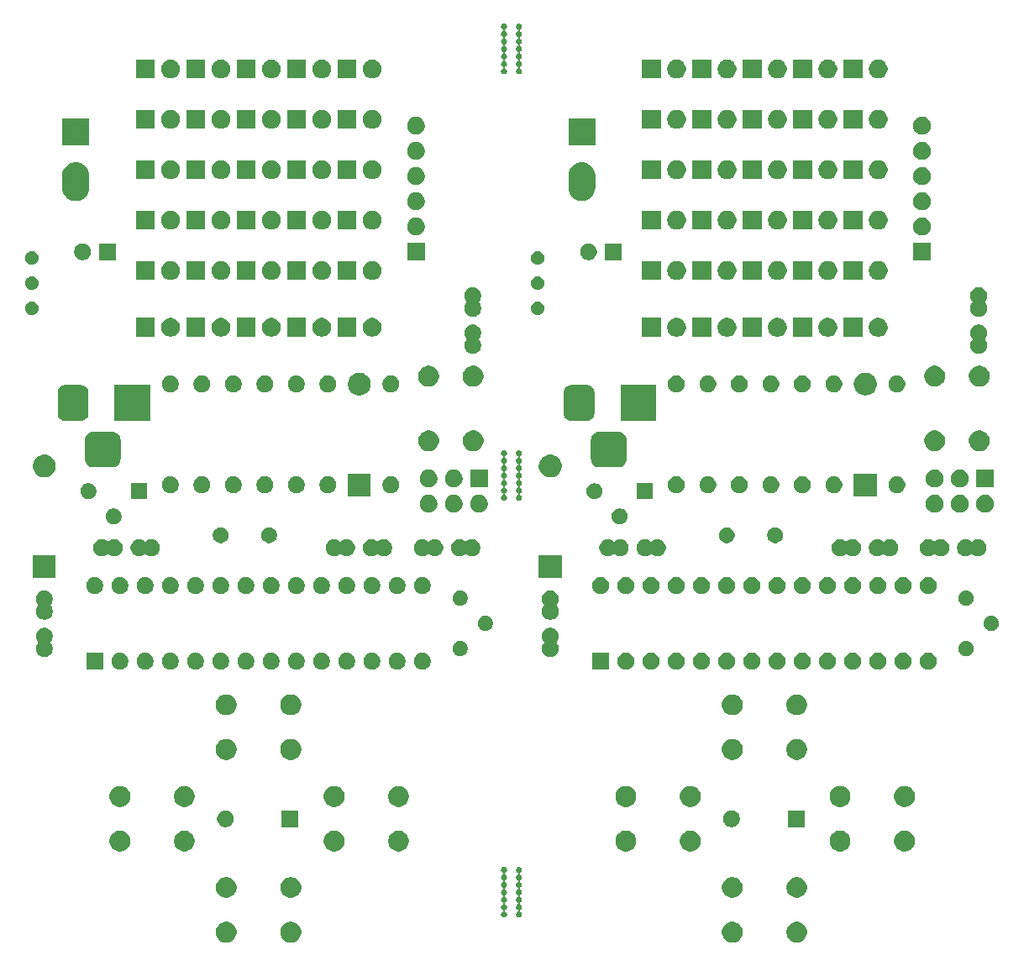
<source format=gbs>
G04 #@! TF.GenerationSoftware,KiCad,Pcbnew,(5.1.5)-3*
G04 #@! TF.CreationDate,2022-03-28T13:22:09+02:00*
G04 #@! TF.ProjectId,Panel-Game-Console,50616e65-6c2d-4476-916d-652d436f6e73,v3.3*
G04 #@! TF.SameCoordinates,Original*
G04 #@! TF.FileFunction,Soldermask,Bot*
G04 #@! TF.FilePolarity,Negative*
%FSLAX46Y46*%
G04 Gerber Fmt 4.6, Leading zero omitted, Abs format (unit mm)*
G04 Created by KiCad (PCBNEW (5.1.5)-3) date 2022-03-28 13:22:09*
%MOMM*%
%LPD*%
G04 APERTURE LIST*
%ADD10C,0.100000*%
G04 APERTURE END LIST*
D10*
G36*
X174056564Y-134509389D02*
G01*
X174247833Y-134588615D01*
X174247835Y-134588616D01*
X174419973Y-134703635D01*
X174566365Y-134850027D01*
X174681385Y-135022167D01*
X174760611Y-135213436D01*
X174801000Y-135416484D01*
X174801000Y-135623516D01*
X174760611Y-135826564D01*
X174681385Y-136017833D01*
X174681384Y-136017835D01*
X174566365Y-136189973D01*
X174419973Y-136336365D01*
X174247835Y-136451384D01*
X174247834Y-136451385D01*
X174247833Y-136451385D01*
X174056564Y-136530611D01*
X173853516Y-136571000D01*
X173646484Y-136571000D01*
X173443436Y-136530611D01*
X173252167Y-136451385D01*
X173252166Y-136451385D01*
X173252165Y-136451384D01*
X173080027Y-136336365D01*
X172933635Y-136189973D01*
X172818616Y-136017835D01*
X172818615Y-136017833D01*
X172739389Y-135826564D01*
X172699000Y-135623516D01*
X172699000Y-135416484D01*
X172739389Y-135213436D01*
X172818615Y-135022167D01*
X172933635Y-134850027D01*
X173080027Y-134703635D01*
X173252165Y-134588616D01*
X173252167Y-134588615D01*
X173443436Y-134509389D01*
X173646484Y-134469000D01*
X173853516Y-134469000D01*
X174056564Y-134509389D01*
G37*
G36*
X167556564Y-134509389D02*
G01*
X167747833Y-134588615D01*
X167747835Y-134588616D01*
X167919973Y-134703635D01*
X168066365Y-134850027D01*
X168181385Y-135022167D01*
X168260611Y-135213436D01*
X168301000Y-135416484D01*
X168301000Y-135623516D01*
X168260611Y-135826564D01*
X168181385Y-136017833D01*
X168181384Y-136017835D01*
X168066365Y-136189973D01*
X167919973Y-136336365D01*
X167747835Y-136451384D01*
X167747834Y-136451385D01*
X167747833Y-136451385D01*
X167556564Y-136530611D01*
X167353516Y-136571000D01*
X167146484Y-136571000D01*
X166943436Y-136530611D01*
X166752167Y-136451385D01*
X166752166Y-136451385D01*
X166752165Y-136451384D01*
X166580027Y-136336365D01*
X166433635Y-136189973D01*
X166318616Y-136017835D01*
X166318615Y-136017833D01*
X166239389Y-135826564D01*
X166199000Y-135623516D01*
X166199000Y-135416484D01*
X166239389Y-135213436D01*
X166318615Y-135022167D01*
X166433635Y-134850027D01*
X166580027Y-134703635D01*
X166752165Y-134588616D01*
X166752167Y-134588615D01*
X166943436Y-134509389D01*
X167146484Y-134469000D01*
X167353516Y-134469000D01*
X167556564Y-134509389D01*
G37*
G36*
X123056564Y-134509389D02*
G01*
X123247833Y-134588615D01*
X123247835Y-134588616D01*
X123419973Y-134703635D01*
X123566365Y-134850027D01*
X123681385Y-135022167D01*
X123760611Y-135213436D01*
X123801000Y-135416484D01*
X123801000Y-135623516D01*
X123760611Y-135826564D01*
X123681385Y-136017833D01*
X123681384Y-136017835D01*
X123566365Y-136189973D01*
X123419973Y-136336365D01*
X123247835Y-136451384D01*
X123247834Y-136451385D01*
X123247833Y-136451385D01*
X123056564Y-136530611D01*
X122853516Y-136571000D01*
X122646484Y-136571000D01*
X122443436Y-136530611D01*
X122252167Y-136451385D01*
X122252166Y-136451385D01*
X122252165Y-136451384D01*
X122080027Y-136336365D01*
X121933635Y-136189973D01*
X121818616Y-136017835D01*
X121818615Y-136017833D01*
X121739389Y-135826564D01*
X121699000Y-135623516D01*
X121699000Y-135416484D01*
X121739389Y-135213436D01*
X121818615Y-135022167D01*
X121933635Y-134850027D01*
X122080027Y-134703635D01*
X122252165Y-134588616D01*
X122252167Y-134588615D01*
X122443436Y-134509389D01*
X122646484Y-134469000D01*
X122853516Y-134469000D01*
X123056564Y-134509389D01*
G37*
G36*
X116556564Y-134509389D02*
G01*
X116747833Y-134588615D01*
X116747835Y-134588616D01*
X116919973Y-134703635D01*
X117066365Y-134850027D01*
X117181385Y-135022167D01*
X117260611Y-135213436D01*
X117301000Y-135416484D01*
X117301000Y-135623516D01*
X117260611Y-135826564D01*
X117181385Y-136017833D01*
X117181384Y-136017835D01*
X117066365Y-136189973D01*
X116919973Y-136336365D01*
X116747835Y-136451384D01*
X116747834Y-136451385D01*
X116747833Y-136451385D01*
X116556564Y-136530611D01*
X116353516Y-136571000D01*
X116146484Y-136571000D01*
X115943436Y-136530611D01*
X115752167Y-136451385D01*
X115752166Y-136451385D01*
X115752165Y-136451384D01*
X115580027Y-136336365D01*
X115433635Y-136189973D01*
X115318616Y-136017835D01*
X115318615Y-136017833D01*
X115239389Y-135826564D01*
X115199000Y-135623516D01*
X115199000Y-135416484D01*
X115239389Y-135213436D01*
X115318615Y-135022167D01*
X115433635Y-134850027D01*
X115580027Y-134703635D01*
X115752165Y-134588616D01*
X115752167Y-134588615D01*
X115943436Y-134509389D01*
X116146484Y-134469000D01*
X116353516Y-134469000D01*
X116556564Y-134509389D01*
G37*
G36*
X144337797Y-128960567D02*
G01*
X144392575Y-128983257D01*
X144392577Y-128983258D01*
X144441876Y-129016198D01*
X144483802Y-129058124D01*
X144516742Y-129107423D01*
X144516743Y-129107425D01*
X144539433Y-129162203D01*
X144551000Y-129220353D01*
X144551000Y-129279647D01*
X144539433Y-129337797D01*
X144516743Y-129392575D01*
X144516742Y-129392577D01*
X144483802Y-129441876D01*
X144441876Y-129483802D01*
X144392577Y-129516742D01*
X144386104Y-129521067D01*
X144367162Y-129536612D01*
X144351617Y-129555554D01*
X144340066Y-129577165D01*
X144332953Y-129600614D01*
X144330551Y-129625000D01*
X144332953Y-129649386D01*
X144340066Y-129672835D01*
X144351617Y-129694446D01*
X144367162Y-129713388D01*
X144386104Y-129728933D01*
X144392577Y-129733258D01*
X144441876Y-129766198D01*
X144483802Y-129808124D01*
X144516742Y-129857423D01*
X144516743Y-129857425D01*
X144539433Y-129912203D01*
X144551000Y-129970353D01*
X144551000Y-130029647D01*
X144539433Y-130087797D01*
X144516743Y-130142575D01*
X144516742Y-130142577D01*
X144483802Y-130191876D01*
X144441876Y-130233802D01*
X144392577Y-130266742D01*
X144386104Y-130271067D01*
X144367162Y-130286612D01*
X144351617Y-130305554D01*
X144340066Y-130327165D01*
X144332953Y-130350614D01*
X144330551Y-130375000D01*
X144332953Y-130399386D01*
X144340066Y-130422835D01*
X144351617Y-130444446D01*
X144367162Y-130463388D01*
X144386104Y-130478933D01*
X144392577Y-130483258D01*
X144441876Y-130516198D01*
X144483802Y-130558124D01*
X144516742Y-130607423D01*
X144516743Y-130607425D01*
X144539433Y-130662203D01*
X144551000Y-130720353D01*
X144551000Y-130779647D01*
X144539433Y-130837797D01*
X144516743Y-130892575D01*
X144516742Y-130892577D01*
X144483802Y-130941876D01*
X144441876Y-130983802D01*
X144392577Y-131016742D01*
X144386104Y-131021067D01*
X144367162Y-131036612D01*
X144351617Y-131055554D01*
X144340066Y-131077165D01*
X144332953Y-131100614D01*
X144330551Y-131125000D01*
X144332953Y-131149386D01*
X144340066Y-131172835D01*
X144351617Y-131194446D01*
X144367162Y-131213388D01*
X144386104Y-131228933D01*
X144392577Y-131233258D01*
X144441876Y-131266198D01*
X144483802Y-131308124D01*
X144516742Y-131357423D01*
X144516743Y-131357425D01*
X144539433Y-131412203D01*
X144551000Y-131470353D01*
X144551000Y-131529647D01*
X144539433Y-131587797D01*
X144516743Y-131642575D01*
X144516742Y-131642577D01*
X144483802Y-131691876D01*
X144441876Y-131733802D01*
X144392577Y-131766742D01*
X144386104Y-131771067D01*
X144367162Y-131786612D01*
X144351617Y-131805554D01*
X144340066Y-131827165D01*
X144332953Y-131850614D01*
X144330551Y-131875000D01*
X144332953Y-131899386D01*
X144340066Y-131922835D01*
X144351617Y-131944446D01*
X144367162Y-131963388D01*
X144386104Y-131978933D01*
X144392577Y-131983258D01*
X144441876Y-132016198D01*
X144483802Y-132058124D01*
X144492405Y-132071000D01*
X144516743Y-132107425D01*
X144539433Y-132162203D01*
X144551000Y-132220353D01*
X144551000Y-132279647D01*
X144539433Y-132337797D01*
X144516743Y-132392575D01*
X144516742Y-132392577D01*
X144483802Y-132441876D01*
X144441876Y-132483802D01*
X144392577Y-132516742D01*
X144386104Y-132521067D01*
X144367162Y-132536612D01*
X144351617Y-132555554D01*
X144340066Y-132577165D01*
X144332953Y-132600614D01*
X144330551Y-132625000D01*
X144332953Y-132649386D01*
X144340066Y-132672835D01*
X144351617Y-132694446D01*
X144367162Y-132713388D01*
X144386104Y-132728933D01*
X144392577Y-132733258D01*
X144441876Y-132766198D01*
X144483802Y-132808124D01*
X144516742Y-132857423D01*
X144516743Y-132857425D01*
X144539433Y-132912203D01*
X144551000Y-132970353D01*
X144551000Y-133029647D01*
X144539433Y-133087797D01*
X144516743Y-133142575D01*
X144516742Y-133142577D01*
X144483802Y-133191876D01*
X144441876Y-133233802D01*
X144392577Y-133266742D01*
X144386104Y-133271067D01*
X144367162Y-133286612D01*
X144351617Y-133305554D01*
X144340066Y-133327165D01*
X144332953Y-133350614D01*
X144330551Y-133375000D01*
X144332953Y-133399386D01*
X144340066Y-133422835D01*
X144351617Y-133444446D01*
X144367162Y-133463388D01*
X144386104Y-133478933D01*
X144392577Y-133483258D01*
X144441876Y-133516198D01*
X144483802Y-133558124D01*
X144516742Y-133607423D01*
X144516743Y-133607425D01*
X144539433Y-133662203D01*
X144551000Y-133720353D01*
X144551000Y-133779647D01*
X144539433Y-133837797D01*
X144516743Y-133892575D01*
X144516742Y-133892577D01*
X144483802Y-133941876D01*
X144441876Y-133983802D01*
X144392577Y-134016742D01*
X144392576Y-134016743D01*
X144392575Y-134016743D01*
X144337797Y-134039433D01*
X144279647Y-134051000D01*
X144220353Y-134051000D01*
X144162203Y-134039433D01*
X144107425Y-134016743D01*
X144107424Y-134016743D01*
X144107423Y-134016742D01*
X144058124Y-133983802D01*
X144016198Y-133941876D01*
X143983258Y-133892577D01*
X143983257Y-133892575D01*
X143960567Y-133837797D01*
X143949000Y-133779647D01*
X143949000Y-133720353D01*
X143960567Y-133662203D01*
X143983257Y-133607425D01*
X143983258Y-133607423D01*
X144016198Y-133558124D01*
X144058124Y-133516198D01*
X144107423Y-133483258D01*
X144113896Y-133478933D01*
X144132838Y-133463388D01*
X144148383Y-133444446D01*
X144159934Y-133422835D01*
X144167047Y-133399386D01*
X144169449Y-133375000D01*
X144167047Y-133350614D01*
X144159934Y-133327165D01*
X144148383Y-133305554D01*
X144132838Y-133286612D01*
X144113896Y-133271067D01*
X144107423Y-133266742D01*
X144058124Y-133233802D01*
X144016198Y-133191876D01*
X143983258Y-133142577D01*
X143983257Y-133142575D01*
X143960567Y-133087797D01*
X143949000Y-133029647D01*
X143949000Y-132970353D01*
X143960567Y-132912203D01*
X143983257Y-132857425D01*
X143983258Y-132857423D01*
X144016198Y-132808124D01*
X144058124Y-132766198D01*
X144107423Y-132733258D01*
X144113896Y-132728933D01*
X144132838Y-132713388D01*
X144148383Y-132694446D01*
X144159934Y-132672835D01*
X144167047Y-132649386D01*
X144169449Y-132625000D01*
X144167047Y-132600614D01*
X144159934Y-132577165D01*
X144148383Y-132555554D01*
X144132838Y-132536612D01*
X144113896Y-132521067D01*
X144107423Y-132516742D01*
X144058124Y-132483802D01*
X144016198Y-132441876D01*
X143983258Y-132392577D01*
X143983257Y-132392575D01*
X143960567Y-132337797D01*
X143949000Y-132279647D01*
X143949000Y-132220353D01*
X143960567Y-132162203D01*
X143983257Y-132107425D01*
X144007595Y-132071000D01*
X144016198Y-132058124D01*
X144058124Y-132016198D01*
X144107423Y-131983258D01*
X144113896Y-131978933D01*
X144132838Y-131963388D01*
X144148383Y-131944446D01*
X144159934Y-131922835D01*
X144167047Y-131899386D01*
X144169449Y-131875000D01*
X144167047Y-131850614D01*
X144159934Y-131827165D01*
X144148383Y-131805554D01*
X144132838Y-131786612D01*
X144113896Y-131771067D01*
X144107423Y-131766742D01*
X144058124Y-131733802D01*
X144016198Y-131691876D01*
X143983258Y-131642577D01*
X143983257Y-131642575D01*
X143960567Y-131587797D01*
X143949000Y-131529647D01*
X143949000Y-131470353D01*
X143960567Y-131412203D01*
X143983257Y-131357425D01*
X143983258Y-131357423D01*
X144016198Y-131308124D01*
X144058124Y-131266198D01*
X144107423Y-131233258D01*
X144113896Y-131228933D01*
X144132838Y-131213388D01*
X144148383Y-131194446D01*
X144159934Y-131172835D01*
X144167047Y-131149386D01*
X144169449Y-131125000D01*
X144167047Y-131100614D01*
X144159934Y-131077165D01*
X144148383Y-131055554D01*
X144132838Y-131036612D01*
X144113896Y-131021067D01*
X144107423Y-131016742D01*
X144058124Y-130983802D01*
X144016198Y-130941876D01*
X143983258Y-130892577D01*
X143983257Y-130892575D01*
X143960567Y-130837797D01*
X143949000Y-130779647D01*
X143949000Y-130720353D01*
X143960567Y-130662203D01*
X143983257Y-130607425D01*
X143983258Y-130607423D01*
X144016198Y-130558124D01*
X144058124Y-130516198D01*
X144107423Y-130483258D01*
X144113896Y-130478933D01*
X144132838Y-130463388D01*
X144148383Y-130444446D01*
X144159934Y-130422835D01*
X144167047Y-130399386D01*
X144169449Y-130375000D01*
X144167047Y-130350614D01*
X144159934Y-130327165D01*
X144148383Y-130305554D01*
X144132838Y-130286612D01*
X144113896Y-130271067D01*
X144107423Y-130266742D01*
X144058124Y-130233802D01*
X144016198Y-130191876D01*
X143983258Y-130142577D01*
X143983257Y-130142575D01*
X143960567Y-130087797D01*
X143949000Y-130029647D01*
X143949000Y-129970353D01*
X143960567Y-129912203D01*
X143983257Y-129857425D01*
X143983258Y-129857423D01*
X144016198Y-129808124D01*
X144058124Y-129766198D01*
X144107423Y-129733258D01*
X144113896Y-129728933D01*
X144132838Y-129713388D01*
X144148383Y-129694446D01*
X144159934Y-129672835D01*
X144167047Y-129649386D01*
X144169449Y-129625000D01*
X144167047Y-129600614D01*
X144159934Y-129577165D01*
X144148383Y-129555554D01*
X144132838Y-129536612D01*
X144113896Y-129521067D01*
X144107423Y-129516742D01*
X144058124Y-129483802D01*
X144016198Y-129441876D01*
X143983258Y-129392577D01*
X143983257Y-129392575D01*
X143960567Y-129337797D01*
X143949000Y-129279647D01*
X143949000Y-129220353D01*
X143960567Y-129162203D01*
X143983257Y-129107425D01*
X143983258Y-129107423D01*
X144016198Y-129058124D01*
X144058124Y-129016198D01*
X144107423Y-128983258D01*
X144107425Y-128983257D01*
X144162203Y-128960567D01*
X144220353Y-128949000D01*
X144279647Y-128949000D01*
X144337797Y-128960567D01*
G37*
G36*
X145837797Y-128960567D02*
G01*
X145892575Y-128983257D01*
X145892577Y-128983258D01*
X145941876Y-129016198D01*
X145983802Y-129058124D01*
X146016742Y-129107423D01*
X146016743Y-129107425D01*
X146039433Y-129162203D01*
X146051000Y-129220353D01*
X146051000Y-129279647D01*
X146039433Y-129337797D01*
X146016743Y-129392575D01*
X146016742Y-129392577D01*
X145983802Y-129441876D01*
X145941876Y-129483802D01*
X145892577Y-129516742D01*
X145886104Y-129521067D01*
X145867162Y-129536612D01*
X145851617Y-129555554D01*
X145840066Y-129577165D01*
X145832953Y-129600614D01*
X145830551Y-129625000D01*
X145832953Y-129649386D01*
X145840066Y-129672835D01*
X145851617Y-129694446D01*
X145867162Y-129713388D01*
X145886104Y-129728933D01*
X145892577Y-129733258D01*
X145941876Y-129766198D01*
X145983802Y-129808124D01*
X146016742Y-129857423D01*
X146016743Y-129857425D01*
X146039433Y-129912203D01*
X146051000Y-129970353D01*
X146051000Y-130029647D01*
X146039433Y-130087797D01*
X146016743Y-130142575D01*
X146016742Y-130142577D01*
X145983802Y-130191876D01*
X145941876Y-130233802D01*
X145892577Y-130266742D01*
X145886104Y-130271067D01*
X145867162Y-130286612D01*
X145851617Y-130305554D01*
X145840066Y-130327165D01*
X145832953Y-130350614D01*
X145830551Y-130375000D01*
X145832953Y-130399386D01*
X145840066Y-130422835D01*
X145851617Y-130444446D01*
X145867162Y-130463388D01*
X145886104Y-130478933D01*
X145892577Y-130483258D01*
X145941876Y-130516198D01*
X145983802Y-130558124D01*
X146016742Y-130607423D01*
X146016743Y-130607425D01*
X146039433Y-130662203D01*
X146051000Y-130720353D01*
X146051000Y-130779647D01*
X146039433Y-130837797D01*
X146016743Y-130892575D01*
X146016742Y-130892577D01*
X145983802Y-130941876D01*
X145941876Y-130983802D01*
X145892577Y-131016742D01*
X145886104Y-131021067D01*
X145867162Y-131036612D01*
X145851617Y-131055554D01*
X145840066Y-131077165D01*
X145832953Y-131100614D01*
X145830551Y-131125000D01*
X145832953Y-131149386D01*
X145840066Y-131172835D01*
X145851617Y-131194446D01*
X145867162Y-131213388D01*
X145886104Y-131228933D01*
X145892577Y-131233258D01*
X145941876Y-131266198D01*
X145983802Y-131308124D01*
X146016742Y-131357423D01*
X146016743Y-131357425D01*
X146039433Y-131412203D01*
X146051000Y-131470353D01*
X146051000Y-131529647D01*
X146039433Y-131587797D01*
X146016743Y-131642575D01*
X146016742Y-131642577D01*
X145983802Y-131691876D01*
X145941876Y-131733802D01*
X145892577Y-131766742D01*
X145886104Y-131771067D01*
X145867162Y-131786612D01*
X145851617Y-131805554D01*
X145840066Y-131827165D01*
X145832953Y-131850614D01*
X145830551Y-131875000D01*
X145832953Y-131899386D01*
X145840066Y-131922835D01*
X145851617Y-131944446D01*
X145867162Y-131963388D01*
X145886104Y-131978933D01*
X145892577Y-131983258D01*
X145941876Y-132016198D01*
X145983802Y-132058124D01*
X145992405Y-132071000D01*
X146016743Y-132107425D01*
X146039433Y-132162203D01*
X146051000Y-132220353D01*
X146051000Y-132279647D01*
X146039433Y-132337797D01*
X146016743Y-132392575D01*
X146016742Y-132392577D01*
X145983802Y-132441876D01*
X145941876Y-132483802D01*
X145892577Y-132516742D01*
X145886104Y-132521067D01*
X145867162Y-132536612D01*
X145851617Y-132555554D01*
X145840066Y-132577165D01*
X145832953Y-132600614D01*
X145830551Y-132625000D01*
X145832953Y-132649386D01*
X145840066Y-132672835D01*
X145851617Y-132694446D01*
X145867162Y-132713388D01*
X145886104Y-132728933D01*
X145892577Y-132733258D01*
X145941876Y-132766198D01*
X145983802Y-132808124D01*
X146016742Y-132857423D01*
X146016743Y-132857425D01*
X146039433Y-132912203D01*
X146051000Y-132970353D01*
X146051000Y-133029647D01*
X146039433Y-133087797D01*
X146016743Y-133142575D01*
X146016742Y-133142577D01*
X145983802Y-133191876D01*
X145941876Y-133233802D01*
X145892577Y-133266742D01*
X145886104Y-133271067D01*
X145867162Y-133286612D01*
X145851617Y-133305554D01*
X145840066Y-133327165D01*
X145832953Y-133350614D01*
X145830551Y-133375000D01*
X145832953Y-133399386D01*
X145840066Y-133422835D01*
X145851617Y-133444446D01*
X145867162Y-133463388D01*
X145886104Y-133478933D01*
X145892577Y-133483258D01*
X145941876Y-133516198D01*
X145983802Y-133558124D01*
X146016742Y-133607423D01*
X146016743Y-133607425D01*
X146039433Y-133662203D01*
X146051000Y-133720353D01*
X146051000Y-133779647D01*
X146039433Y-133837797D01*
X146016743Y-133892575D01*
X146016742Y-133892577D01*
X145983802Y-133941876D01*
X145941876Y-133983802D01*
X145892577Y-134016742D01*
X145892576Y-134016743D01*
X145892575Y-134016743D01*
X145837797Y-134039433D01*
X145779647Y-134051000D01*
X145720353Y-134051000D01*
X145662203Y-134039433D01*
X145607425Y-134016743D01*
X145607424Y-134016743D01*
X145607423Y-134016742D01*
X145558124Y-133983802D01*
X145516198Y-133941876D01*
X145483258Y-133892577D01*
X145483257Y-133892575D01*
X145460567Y-133837797D01*
X145449000Y-133779647D01*
X145449000Y-133720353D01*
X145460567Y-133662203D01*
X145483257Y-133607425D01*
X145483258Y-133607423D01*
X145516198Y-133558124D01*
X145558124Y-133516198D01*
X145607423Y-133483258D01*
X145613896Y-133478933D01*
X145632838Y-133463388D01*
X145648383Y-133444446D01*
X145659934Y-133422835D01*
X145667047Y-133399386D01*
X145669449Y-133375000D01*
X145667047Y-133350614D01*
X145659934Y-133327165D01*
X145648383Y-133305554D01*
X145632838Y-133286612D01*
X145613896Y-133271067D01*
X145607423Y-133266742D01*
X145558124Y-133233802D01*
X145516198Y-133191876D01*
X145483258Y-133142577D01*
X145483257Y-133142575D01*
X145460567Y-133087797D01*
X145449000Y-133029647D01*
X145449000Y-132970353D01*
X145460567Y-132912203D01*
X145483257Y-132857425D01*
X145483258Y-132857423D01*
X145516198Y-132808124D01*
X145558124Y-132766198D01*
X145607423Y-132733258D01*
X145613896Y-132728933D01*
X145632838Y-132713388D01*
X145648383Y-132694446D01*
X145659934Y-132672835D01*
X145667047Y-132649386D01*
X145669449Y-132625000D01*
X145667047Y-132600614D01*
X145659934Y-132577165D01*
X145648383Y-132555554D01*
X145632838Y-132536612D01*
X145613896Y-132521067D01*
X145607423Y-132516742D01*
X145558124Y-132483802D01*
X145516198Y-132441876D01*
X145483258Y-132392577D01*
X145483257Y-132392575D01*
X145460567Y-132337797D01*
X145449000Y-132279647D01*
X145449000Y-132220353D01*
X145460567Y-132162203D01*
X145483257Y-132107425D01*
X145507595Y-132071000D01*
X145516198Y-132058124D01*
X145558124Y-132016198D01*
X145607423Y-131983258D01*
X145613896Y-131978933D01*
X145632838Y-131963388D01*
X145648383Y-131944446D01*
X145659934Y-131922835D01*
X145667047Y-131899386D01*
X145669449Y-131875000D01*
X145667047Y-131850614D01*
X145659934Y-131827165D01*
X145648383Y-131805554D01*
X145632838Y-131786612D01*
X145613896Y-131771067D01*
X145607423Y-131766742D01*
X145558124Y-131733802D01*
X145516198Y-131691876D01*
X145483258Y-131642577D01*
X145483257Y-131642575D01*
X145460567Y-131587797D01*
X145449000Y-131529647D01*
X145449000Y-131470353D01*
X145460567Y-131412203D01*
X145483257Y-131357425D01*
X145483258Y-131357423D01*
X145516198Y-131308124D01*
X145558124Y-131266198D01*
X145607423Y-131233258D01*
X145613896Y-131228933D01*
X145632838Y-131213388D01*
X145648383Y-131194446D01*
X145659934Y-131172835D01*
X145667047Y-131149386D01*
X145669449Y-131125000D01*
X145667047Y-131100614D01*
X145659934Y-131077165D01*
X145648383Y-131055554D01*
X145632838Y-131036612D01*
X145613896Y-131021067D01*
X145607423Y-131016742D01*
X145558124Y-130983802D01*
X145516198Y-130941876D01*
X145483258Y-130892577D01*
X145483257Y-130892575D01*
X145460567Y-130837797D01*
X145449000Y-130779647D01*
X145449000Y-130720353D01*
X145460567Y-130662203D01*
X145483257Y-130607425D01*
X145483258Y-130607423D01*
X145516198Y-130558124D01*
X145558124Y-130516198D01*
X145607423Y-130483258D01*
X145613896Y-130478933D01*
X145632838Y-130463388D01*
X145648383Y-130444446D01*
X145659934Y-130422835D01*
X145667047Y-130399386D01*
X145669449Y-130375000D01*
X145667047Y-130350614D01*
X145659934Y-130327165D01*
X145648383Y-130305554D01*
X145632838Y-130286612D01*
X145613896Y-130271067D01*
X145607423Y-130266742D01*
X145558124Y-130233802D01*
X145516198Y-130191876D01*
X145483258Y-130142577D01*
X145483257Y-130142575D01*
X145460567Y-130087797D01*
X145449000Y-130029647D01*
X145449000Y-129970353D01*
X145460567Y-129912203D01*
X145483257Y-129857425D01*
X145483258Y-129857423D01*
X145516198Y-129808124D01*
X145558124Y-129766198D01*
X145607423Y-129733258D01*
X145613896Y-129728933D01*
X145632838Y-129713388D01*
X145648383Y-129694446D01*
X145659934Y-129672835D01*
X145667047Y-129649386D01*
X145669449Y-129625000D01*
X145667047Y-129600614D01*
X145659934Y-129577165D01*
X145648383Y-129555554D01*
X145632838Y-129536612D01*
X145613896Y-129521067D01*
X145607423Y-129516742D01*
X145558124Y-129483802D01*
X145516198Y-129441876D01*
X145483258Y-129392577D01*
X145483257Y-129392575D01*
X145460567Y-129337797D01*
X145449000Y-129279647D01*
X145449000Y-129220353D01*
X145460567Y-129162203D01*
X145483257Y-129107425D01*
X145483258Y-129107423D01*
X145516198Y-129058124D01*
X145558124Y-129016198D01*
X145607423Y-128983258D01*
X145607425Y-128983257D01*
X145662203Y-128960567D01*
X145720353Y-128949000D01*
X145779647Y-128949000D01*
X145837797Y-128960567D01*
G37*
G36*
X167556564Y-130009389D02*
G01*
X167747833Y-130088615D01*
X167747835Y-130088616D01*
X167919973Y-130203635D01*
X168066365Y-130350027D01*
X168132497Y-130449000D01*
X168181385Y-130522167D01*
X168260611Y-130713436D01*
X168301000Y-130916484D01*
X168301000Y-131123516D01*
X168260611Y-131326564D01*
X168225138Y-131412203D01*
X168181384Y-131517835D01*
X168066365Y-131689973D01*
X167919973Y-131836365D01*
X167747835Y-131951384D01*
X167747834Y-131951385D01*
X167747833Y-131951385D01*
X167556564Y-132030611D01*
X167353516Y-132071000D01*
X167146484Y-132071000D01*
X166943436Y-132030611D01*
X166752167Y-131951385D01*
X166752166Y-131951385D01*
X166752165Y-131951384D01*
X166580027Y-131836365D01*
X166433635Y-131689973D01*
X166318616Y-131517835D01*
X166274862Y-131412203D01*
X166239389Y-131326564D01*
X166199000Y-131123516D01*
X166199000Y-130916484D01*
X166239389Y-130713436D01*
X166318615Y-130522167D01*
X166367504Y-130449000D01*
X166433635Y-130350027D01*
X166580027Y-130203635D01*
X166752165Y-130088616D01*
X166752167Y-130088615D01*
X166943436Y-130009389D01*
X167146484Y-129969000D01*
X167353516Y-129969000D01*
X167556564Y-130009389D01*
G37*
G36*
X174056564Y-130009389D02*
G01*
X174247833Y-130088615D01*
X174247835Y-130088616D01*
X174419973Y-130203635D01*
X174566365Y-130350027D01*
X174632497Y-130449000D01*
X174681385Y-130522167D01*
X174760611Y-130713436D01*
X174801000Y-130916484D01*
X174801000Y-131123516D01*
X174760611Y-131326564D01*
X174725138Y-131412203D01*
X174681384Y-131517835D01*
X174566365Y-131689973D01*
X174419973Y-131836365D01*
X174247835Y-131951384D01*
X174247834Y-131951385D01*
X174247833Y-131951385D01*
X174056564Y-132030611D01*
X173853516Y-132071000D01*
X173646484Y-132071000D01*
X173443436Y-132030611D01*
X173252167Y-131951385D01*
X173252166Y-131951385D01*
X173252165Y-131951384D01*
X173080027Y-131836365D01*
X172933635Y-131689973D01*
X172818616Y-131517835D01*
X172774862Y-131412203D01*
X172739389Y-131326564D01*
X172699000Y-131123516D01*
X172699000Y-130916484D01*
X172739389Y-130713436D01*
X172818615Y-130522167D01*
X172867504Y-130449000D01*
X172933635Y-130350027D01*
X173080027Y-130203635D01*
X173252165Y-130088616D01*
X173252167Y-130088615D01*
X173443436Y-130009389D01*
X173646484Y-129969000D01*
X173853516Y-129969000D01*
X174056564Y-130009389D01*
G37*
G36*
X123056564Y-130009389D02*
G01*
X123247833Y-130088615D01*
X123247835Y-130088616D01*
X123419973Y-130203635D01*
X123566365Y-130350027D01*
X123632497Y-130449000D01*
X123681385Y-130522167D01*
X123760611Y-130713436D01*
X123801000Y-130916484D01*
X123801000Y-131123516D01*
X123760611Y-131326564D01*
X123725138Y-131412203D01*
X123681384Y-131517835D01*
X123566365Y-131689973D01*
X123419973Y-131836365D01*
X123247835Y-131951384D01*
X123247834Y-131951385D01*
X123247833Y-131951385D01*
X123056564Y-132030611D01*
X122853516Y-132071000D01*
X122646484Y-132071000D01*
X122443436Y-132030611D01*
X122252167Y-131951385D01*
X122252166Y-131951385D01*
X122252165Y-131951384D01*
X122080027Y-131836365D01*
X121933635Y-131689973D01*
X121818616Y-131517835D01*
X121774862Y-131412203D01*
X121739389Y-131326564D01*
X121699000Y-131123516D01*
X121699000Y-130916484D01*
X121739389Y-130713436D01*
X121818615Y-130522167D01*
X121867504Y-130449000D01*
X121933635Y-130350027D01*
X122080027Y-130203635D01*
X122252165Y-130088616D01*
X122252167Y-130088615D01*
X122443436Y-130009389D01*
X122646484Y-129969000D01*
X122853516Y-129969000D01*
X123056564Y-130009389D01*
G37*
G36*
X116556564Y-130009389D02*
G01*
X116747833Y-130088615D01*
X116747835Y-130088616D01*
X116919973Y-130203635D01*
X117066365Y-130350027D01*
X117132497Y-130449000D01*
X117181385Y-130522167D01*
X117260611Y-130713436D01*
X117301000Y-130916484D01*
X117301000Y-131123516D01*
X117260611Y-131326564D01*
X117225138Y-131412203D01*
X117181384Y-131517835D01*
X117066365Y-131689973D01*
X116919973Y-131836365D01*
X116747835Y-131951384D01*
X116747834Y-131951385D01*
X116747833Y-131951385D01*
X116556564Y-132030611D01*
X116353516Y-132071000D01*
X116146484Y-132071000D01*
X115943436Y-132030611D01*
X115752167Y-131951385D01*
X115752166Y-131951385D01*
X115752165Y-131951384D01*
X115580027Y-131836365D01*
X115433635Y-131689973D01*
X115318616Y-131517835D01*
X115274862Y-131412203D01*
X115239389Y-131326564D01*
X115199000Y-131123516D01*
X115199000Y-130916484D01*
X115239389Y-130713436D01*
X115318615Y-130522167D01*
X115367504Y-130449000D01*
X115433635Y-130350027D01*
X115580027Y-130203635D01*
X115752165Y-130088616D01*
X115752167Y-130088615D01*
X115943436Y-130009389D01*
X116146484Y-129969000D01*
X116353516Y-129969000D01*
X116556564Y-130009389D01*
G37*
G36*
X156836564Y-125334389D02*
G01*
X157027833Y-125413615D01*
X157027835Y-125413616D01*
X157199973Y-125528635D01*
X157346365Y-125675027D01*
X157461385Y-125847167D01*
X157540611Y-126038436D01*
X157581000Y-126241484D01*
X157581000Y-126448516D01*
X157540611Y-126651564D01*
X157461385Y-126842833D01*
X157461384Y-126842835D01*
X157346365Y-127014973D01*
X157199973Y-127161365D01*
X157027835Y-127276384D01*
X157027834Y-127276385D01*
X157027833Y-127276385D01*
X156836564Y-127355611D01*
X156633516Y-127396000D01*
X156426484Y-127396000D01*
X156223436Y-127355611D01*
X156032167Y-127276385D01*
X156032166Y-127276385D01*
X156032165Y-127276384D01*
X155860027Y-127161365D01*
X155713635Y-127014973D01*
X155598616Y-126842835D01*
X155598615Y-126842833D01*
X155519389Y-126651564D01*
X155479000Y-126448516D01*
X155479000Y-126241484D01*
X155519389Y-126038436D01*
X155598615Y-125847167D01*
X155713635Y-125675027D01*
X155860027Y-125528635D01*
X156032165Y-125413616D01*
X156032167Y-125413615D01*
X156223436Y-125334389D01*
X156426484Y-125294000D01*
X156633516Y-125294000D01*
X156836564Y-125334389D01*
G37*
G36*
X112336564Y-125334389D02*
G01*
X112527833Y-125413615D01*
X112527835Y-125413616D01*
X112699973Y-125528635D01*
X112846365Y-125675027D01*
X112961385Y-125847167D01*
X113040611Y-126038436D01*
X113081000Y-126241484D01*
X113081000Y-126448516D01*
X113040611Y-126651564D01*
X112961385Y-126842833D01*
X112961384Y-126842835D01*
X112846365Y-127014973D01*
X112699973Y-127161365D01*
X112527835Y-127276384D01*
X112527834Y-127276385D01*
X112527833Y-127276385D01*
X112336564Y-127355611D01*
X112133516Y-127396000D01*
X111926484Y-127396000D01*
X111723436Y-127355611D01*
X111532167Y-127276385D01*
X111532166Y-127276385D01*
X111532165Y-127276384D01*
X111360027Y-127161365D01*
X111213635Y-127014973D01*
X111098616Y-126842835D01*
X111098615Y-126842833D01*
X111019389Y-126651564D01*
X110979000Y-126448516D01*
X110979000Y-126241484D01*
X111019389Y-126038436D01*
X111098615Y-125847167D01*
X111213635Y-125675027D01*
X111360027Y-125528635D01*
X111532165Y-125413616D01*
X111532167Y-125413615D01*
X111723436Y-125334389D01*
X111926484Y-125294000D01*
X112133516Y-125294000D01*
X112336564Y-125334389D01*
G37*
G36*
X127426564Y-125334389D02*
G01*
X127617833Y-125413615D01*
X127617835Y-125413616D01*
X127789973Y-125528635D01*
X127936365Y-125675027D01*
X128051385Y-125847167D01*
X128130611Y-126038436D01*
X128171000Y-126241484D01*
X128171000Y-126448516D01*
X128130611Y-126651564D01*
X128051385Y-126842833D01*
X128051384Y-126842835D01*
X127936365Y-127014973D01*
X127789973Y-127161365D01*
X127617835Y-127276384D01*
X127617834Y-127276385D01*
X127617833Y-127276385D01*
X127426564Y-127355611D01*
X127223516Y-127396000D01*
X127016484Y-127396000D01*
X126813436Y-127355611D01*
X126622167Y-127276385D01*
X126622166Y-127276385D01*
X126622165Y-127276384D01*
X126450027Y-127161365D01*
X126303635Y-127014973D01*
X126188616Y-126842835D01*
X126188615Y-126842833D01*
X126109389Y-126651564D01*
X126069000Y-126448516D01*
X126069000Y-126241484D01*
X126109389Y-126038436D01*
X126188615Y-125847167D01*
X126303635Y-125675027D01*
X126450027Y-125528635D01*
X126622165Y-125413616D01*
X126622167Y-125413615D01*
X126813436Y-125334389D01*
X127016484Y-125294000D01*
X127223516Y-125294000D01*
X127426564Y-125334389D01*
G37*
G36*
X133926564Y-125334389D02*
G01*
X134117833Y-125413615D01*
X134117835Y-125413616D01*
X134289973Y-125528635D01*
X134436365Y-125675027D01*
X134551385Y-125847167D01*
X134630611Y-126038436D01*
X134671000Y-126241484D01*
X134671000Y-126448516D01*
X134630611Y-126651564D01*
X134551385Y-126842833D01*
X134551384Y-126842835D01*
X134436365Y-127014973D01*
X134289973Y-127161365D01*
X134117835Y-127276384D01*
X134117834Y-127276385D01*
X134117833Y-127276385D01*
X133926564Y-127355611D01*
X133723516Y-127396000D01*
X133516484Y-127396000D01*
X133313436Y-127355611D01*
X133122167Y-127276385D01*
X133122166Y-127276385D01*
X133122165Y-127276384D01*
X132950027Y-127161365D01*
X132803635Y-127014973D01*
X132688616Y-126842835D01*
X132688615Y-126842833D01*
X132609389Y-126651564D01*
X132569000Y-126448516D01*
X132569000Y-126241484D01*
X132609389Y-126038436D01*
X132688615Y-125847167D01*
X132803635Y-125675027D01*
X132950027Y-125528635D01*
X133122165Y-125413616D01*
X133122167Y-125413615D01*
X133313436Y-125334389D01*
X133516484Y-125294000D01*
X133723516Y-125294000D01*
X133926564Y-125334389D01*
G37*
G36*
X163336564Y-125334389D02*
G01*
X163527833Y-125413615D01*
X163527835Y-125413616D01*
X163699973Y-125528635D01*
X163846365Y-125675027D01*
X163961385Y-125847167D01*
X164040611Y-126038436D01*
X164081000Y-126241484D01*
X164081000Y-126448516D01*
X164040611Y-126651564D01*
X163961385Y-126842833D01*
X163961384Y-126842835D01*
X163846365Y-127014973D01*
X163699973Y-127161365D01*
X163527835Y-127276384D01*
X163527834Y-127276385D01*
X163527833Y-127276385D01*
X163336564Y-127355611D01*
X163133516Y-127396000D01*
X162926484Y-127396000D01*
X162723436Y-127355611D01*
X162532167Y-127276385D01*
X162532166Y-127276385D01*
X162532165Y-127276384D01*
X162360027Y-127161365D01*
X162213635Y-127014973D01*
X162098616Y-126842835D01*
X162098615Y-126842833D01*
X162019389Y-126651564D01*
X161979000Y-126448516D01*
X161979000Y-126241484D01*
X162019389Y-126038436D01*
X162098615Y-125847167D01*
X162213635Y-125675027D01*
X162360027Y-125528635D01*
X162532165Y-125413616D01*
X162532167Y-125413615D01*
X162723436Y-125334389D01*
X162926484Y-125294000D01*
X163133516Y-125294000D01*
X163336564Y-125334389D01*
G37*
G36*
X105836564Y-125334389D02*
G01*
X106027833Y-125413615D01*
X106027835Y-125413616D01*
X106199973Y-125528635D01*
X106346365Y-125675027D01*
X106461385Y-125847167D01*
X106540611Y-126038436D01*
X106581000Y-126241484D01*
X106581000Y-126448516D01*
X106540611Y-126651564D01*
X106461385Y-126842833D01*
X106461384Y-126842835D01*
X106346365Y-127014973D01*
X106199973Y-127161365D01*
X106027835Y-127276384D01*
X106027834Y-127276385D01*
X106027833Y-127276385D01*
X105836564Y-127355611D01*
X105633516Y-127396000D01*
X105426484Y-127396000D01*
X105223436Y-127355611D01*
X105032167Y-127276385D01*
X105032166Y-127276385D01*
X105032165Y-127276384D01*
X104860027Y-127161365D01*
X104713635Y-127014973D01*
X104598616Y-126842835D01*
X104598615Y-126842833D01*
X104519389Y-126651564D01*
X104479000Y-126448516D01*
X104479000Y-126241484D01*
X104519389Y-126038436D01*
X104598615Y-125847167D01*
X104713635Y-125675027D01*
X104860027Y-125528635D01*
X105032165Y-125413616D01*
X105032167Y-125413615D01*
X105223436Y-125334389D01*
X105426484Y-125294000D01*
X105633516Y-125294000D01*
X105836564Y-125334389D01*
G37*
G36*
X184926564Y-125334389D02*
G01*
X185117833Y-125413615D01*
X185117835Y-125413616D01*
X185289973Y-125528635D01*
X185436365Y-125675027D01*
X185551385Y-125847167D01*
X185630611Y-126038436D01*
X185671000Y-126241484D01*
X185671000Y-126448516D01*
X185630611Y-126651564D01*
X185551385Y-126842833D01*
X185551384Y-126842835D01*
X185436365Y-127014973D01*
X185289973Y-127161365D01*
X185117835Y-127276384D01*
X185117834Y-127276385D01*
X185117833Y-127276385D01*
X184926564Y-127355611D01*
X184723516Y-127396000D01*
X184516484Y-127396000D01*
X184313436Y-127355611D01*
X184122167Y-127276385D01*
X184122166Y-127276385D01*
X184122165Y-127276384D01*
X183950027Y-127161365D01*
X183803635Y-127014973D01*
X183688616Y-126842835D01*
X183688615Y-126842833D01*
X183609389Y-126651564D01*
X183569000Y-126448516D01*
X183569000Y-126241484D01*
X183609389Y-126038436D01*
X183688615Y-125847167D01*
X183803635Y-125675027D01*
X183950027Y-125528635D01*
X184122165Y-125413616D01*
X184122167Y-125413615D01*
X184313436Y-125334389D01*
X184516484Y-125294000D01*
X184723516Y-125294000D01*
X184926564Y-125334389D01*
G37*
G36*
X178426564Y-125334389D02*
G01*
X178617833Y-125413615D01*
X178617835Y-125413616D01*
X178789973Y-125528635D01*
X178936365Y-125675027D01*
X179051385Y-125847167D01*
X179130611Y-126038436D01*
X179171000Y-126241484D01*
X179171000Y-126448516D01*
X179130611Y-126651564D01*
X179051385Y-126842833D01*
X179051384Y-126842835D01*
X178936365Y-127014973D01*
X178789973Y-127161365D01*
X178617835Y-127276384D01*
X178617834Y-127276385D01*
X178617833Y-127276385D01*
X178426564Y-127355611D01*
X178223516Y-127396000D01*
X178016484Y-127396000D01*
X177813436Y-127355611D01*
X177622167Y-127276385D01*
X177622166Y-127276385D01*
X177622165Y-127276384D01*
X177450027Y-127161365D01*
X177303635Y-127014973D01*
X177188616Y-126842835D01*
X177188615Y-126842833D01*
X177109389Y-126651564D01*
X177069000Y-126448516D01*
X177069000Y-126241484D01*
X177109389Y-126038436D01*
X177188615Y-125847167D01*
X177303635Y-125675027D01*
X177450027Y-125528635D01*
X177622165Y-125413616D01*
X177622167Y-125413615D01*
X177813436Y-125334389D01*
X178016484Y-125294000D01*
X178223516Y-125294000D01*
X178426564Y-125334389D01*
G37*
G36*
X123526000Y-124941000D02*
G01*
X121824000Y-124941000D01*
X121824000Y-123239000D01*
X123526000Y-123239000D01*
X123526000Y-124941000D01*
G37*
G36*
X174526000Y-124941000D02*
G01*
X172824000Y-124941000D01*
X172824000Y-123239000D01*
X174526000Y-123239000D01*
X174526000Y-124941000D01*
G37*
G36*
X167423228Y-123271703D02*
G01*
X167578100Y-123335853D01*
X167717481Y-123428985D01*
X167836015Y-123547519D01*
X167929147Y-123686900D01*
X167993297Y-123841772D01*
X168026000Y-124006184D01*
X168026000Y-124173816D01*
X167993297Y-124338228D01*
X167929147Y-124493100D01*
X167836015Y-124632481D01*
X167717481Y-124751015D01*
X167578100Y-124844147D01*
X167423228Y-124908297D01*
X167258816Y-124941000D01*
X167091184Y-124941000D01*
X166926772Y-124908297D01*
X166771900Y-124844147D01*
X166632519Y-124751015D01*
X166513985Y-124632481D01*
X166420853Y-124493100D01*
X166356703Y-124338228D01*
X166324000Y-124173816D01*
X166324000Y-124006184D01*
X166356703Y-123841772D01*
X166420853Y-123686900D01*
X166513985Y-123547519D01*
X166632519Y-123428985D01*
X166771900Y-123335853D01*
X166926772Y-123271703D01*
X167091184Y-123239000D01*
X167258816Y-123239000D01*
X167423228Y-123271703D01*
G37*
G36*
X116423228Y-123271703D02*
G01*
X116578100Y-123335853D01*
X116717481Y-123428985D01*
X116836015Y-123547519D01*
X116929147Y-123686900D01*
X116993297Y-123841772D01*
X117026000Y-124006184D01*
X117026000Y-124173816D01*
X116993297Y-124338228D01*
X116929147Y-124493100D01*
X116836015Y-124632481D01*
X116717481Y-124751015D01*
X116578100Y-124844147D01*
X116423228Y-124908297D01*
X116258816Y-124941000D01*
X116091184Y-124941000D01*
X115926772Y-124908297D01*
X115771900Y-124844147D01*
X115632519Y-124751015D01*
X115513985Y-124632481D01*
X115420853Y-124493100D01*
X115356703Y-124338228D01*
X115324000Y-124173816D01*
X115324000Y-124006184D01*
X115356703Y-123841772D01*
X115420853Y-123686900D01*
X115513985Y-123547519D01*
X115632519Y-123428985D01*
X115771900Y-123335853D01*
X115926772Y-123271703D01*
X116091184Y-123239000D01*
X116258816Y-123239000D01*
X116423228Y-123271703D01*
G37*
G36*
X112336564Y-120834389D02*
G01*
X112527833Y-120913615D01*
X112527835Y-120913616D01*
X112699973Y-121028635D01*
X112846365Y-121175027D01*
X112961385Y-121347167D01*
X113040611Y-121538436D01*
X113081000Y-121741484D01*
X113081000Y-121948516D01*
X113040611Y-122151564D01*
X112961385Y-122342833D01*
X112961384Y-122342835D01*
X112846365Y-122514973D01*
X112699973Y-122661365D01*
X112527835Y-122776384D01*
X112527834Y-122776385D01*
X112527833Y-122776385D01*
X112336564Y-122855611D01*
X112133516Y-122896000D01*
X111926484Y-122896000D01*
X111723436Y-122855611D01*
X111532167Y-122776385D01*
X111532166Y-122776385D01*
X111532165Y-122776384D01*
X111360027Y-122661365D01*
X111213635Y-122514973D01*
X111098616Y-122342835D01*
X111098615Y-122342833D01*
X111019389Y-122151564D01*
X110979000Y-121948516D01*
X110979000Y-121741484D01*
X111019389Y-121538436D01*
X111098615Y-121347167D01*
X111213635Y-121175027D01*
X111360027Y-121028635D01*
X111532165Y-120913616D01*
X111532167Y-120913615D01*
X111723436Y-120834389D01*
X111926484Y-120794000D01*
X112133516Y-120794000D01*
X112336564Y-120834389D01*
G37*
G36*
X133926564Y-120834389D02*
G01*
X134117833Y-120913615D01*
X134117835Y-120913616D01*
X134289973Y-121028635D01*
X134436365Y-121175027D01*
X134551385Y-121347167D01*
X134630611Y-121538436D01*
X134671000Y-121741484D01*
X134671000Y-121948516D01*
X134630611Y-122151564D01*
X134551385Y-122342833D01*
X134551384Y-122342835D01*
X134436365Y-122514973D01*
X134289973Y-122661365D01*
X134117835Y-122776384D01*
X134117834Y-122776385D01*
X134117833Y-122776385D01*
X133926564Y-122855611D01*
X133723516Y-122896000D01*
X133516484Y-122896000D01*
X133313436Y-122855611D01*
X133122167Y-122776385D01*
X133122166Y-122776385D01*
X133122165Y-122776384D01*
X132950027Y-122661365D01*
X132803635Y-122514973D01*
X132688616Y-122342835D01*
X132688615Y-122342833D01*
X132609389Y-122151564D01*
X132569000Y-121948516D01*
X132569000Y-121741484D01*
X132609389Y-121538436D01*
X132688615Y-121347167D01*
X132803635Y-121175027D01*
X132950027Y-121028635D01*
X133122165Y-120913616D01*
X133122167Y-120913615D01*
X133313436Y-120834389D01*
X133516484Y-120794000D01*
X133723516Y-120794000D01*
X133926564Y-120834389D01*
G37*
G36*
X105836564Y-120834389D02*
G01*
X106027833Y-120913615D01*
X106027835Y-120913616D01*
X106199973Y-121028635D01*
X106346365Y-121175027D01*
X106461385Y-121347167D01*
X106540611Y-121538436D01*
X106581000Y-121741484D01*
X106581000Y-121948516D01*
X106540611Y-122151564D01*
X106461385Y-122342833D01*
X106461384Y-122342835D01*
X106346365Y-122514973D01*
X106199973Y-122661365D01*
X106027835Y-122776384D01*
X106027834Y-122776385D01*
X106027833Y-122776385D01*
X105836564Y-122855611D01*
X105633516Y-122896000D01*
X105426484Y-122896000D01*
X105223436Y-122855611D01*
X105032167Y-122776385D01*
X105032166Y-122776385D01*
X105032165Y-122776384D01*
X104860027Y-122661365D01*
X104713635Y-122514973D01*
X104598616Y-122342835D01*
X104598615Y-122342833D01*
X104519389Y-122151564D01*
X104479000Y-121948516D01*
X104479000Y-121741484D01*
X104519389Y-121538436D01*
X104598615Y-121347167D01*
X104713635Y-121175027D01*
X104860027Y-121028635D01*
X105032165Y-120913616D01*
X105032167Y-120913615D01*
X105223436Y-120834389D01*
X105426484Y-120794000D01*
X105633516Y-120794000D01*
X105836564Y-120834389D01*
G37*
G36*
X156836564Y-120834389D02*
G01*
X157027833Y-120913615D01*
X157027835Y-120913616D01*
X157199973Y-121028635D01*
X157346365Y-121175027D01*
X157461385Y-121347167D01*
X157540611Y-121538436D01*
X157581000Y-121741484D01*
X157581000Y-121948516D01*
X157540611Y-122151564D01*
X157461385Y-122342833D01*
X157461384Y-122342835D01*
X157346365Y-122514973D01*
X157199973Y-122661365D01*
X157027835Y-122776384D01*
X157027834Y-122776385D01*
X157027833Y-122776385D01*
X156836564Y-122855611D01*
X156633516Y-122896000D01*
X156426484Y-122896000D01*
X156223436Y-122855611D01*
X156032167Y-122776385D01*
X156032166Y-122776385D01*
X156032165Y-122776384D01*
X155860027Y-122661365D01*
X155713635Y-122514973D01*
X155598616Y-122342835D01*
X155598615Y-122342833D01*
X155519389Y-122151564D01*
X155479000Y-121948516D01*
X155479000Y-121741484D01*
X155519389Y-121538436D01*
X155598615Y-121347167D01*
X155713635Y-121175027D01*
X155860027Y-121028635D01*
X156032165Y-120913616D01*
X156032167Y-120913615D01*
X156223436Y-120834389D01*
X156426484Y-120794000D01*
X156633516Y-120794000D01*
X156836564Y-120834389D01*
G37*
G36*
X178426564Y-120834389D02*
G01*
X178617833Y-120913615D01*
X178617835Y-120913616D01*
X178789973Y-121028635D01*
X178936365Y-121175027D01*
X179051385Y-121347167D01*
X179130611Y-121538436D01*
X179171000Y-121741484D01*
X179171000Y-121948516D01*
X179130611Y-122151564D01*
X179051385Y-122342833D01*
X179051384Y-122342835D01*
X178936365Y-122514973D01*
X178789973Y-122661365D01*
X178617835Y-122776384D01*
X178617834Y-122776385D01*
X178617833Y-122776385D01*
X178426564Y-122855611D01*
X178223516Y-122896000D01*
X178016484Y-122896000D01*
X177813436Y-122855611D01*
X177622167Y-122776385D01*
X177622166Y-122776385D01*
X177622165Y-122776384D01*
X177450027Y-122661365D01*
X177303635Y-122514973D01*
X177188616Y-122342835D01*
X177188615Y-122342833D01*
X177109389Y-122151564D01*
X177069000Y-121948516D01*
X177069000Y-121741484D01*
X177109389Y-121538436D01*
X177188615Y-121347167D01*
X177303635Y-121175027D01*
X177450027Y-121028635D01*
X177622165Y-120913616D01*
X177622167Y-120913615D01*
X177813436Y-120834389D01*
X178016484Y-120794000D01*
X178223516Y-120794000D01*
X178426564Y-120834389D01*
G37*
G36*
X184926564Y-120834389D02*
G01*
X185117833Y-120913615D01*
X185117835Y-120913616D01*
X185289973Y-121028635D01*
X185436365Y-121175027D01*
X185551385Y-121347167D01*
X185630611Y-121538436D01*
X185671000Y-121741484D01*
X185671000Y-121948516D01*
X185630611Y-122151564D01*
X185551385Y-122342833D01*
X185551384Y-122342835D01*
X185436365Y-122514973D01*
X185289973Y-122661365D01*
X185117835Y-122776384D01*
X185117834Y-122776385D01*
X185117833Y-122776385D01*
X184926564Y-122855611D01*
X184723516Y-122896000D01*
X184516484Y-122896000D01*
X184313436Y-122855611D01*
X184122167Y-122776385D01*
X184122166Y-122776385D01*
X184122165Y-122776384D01*
X183950027Y-122661365D01*
X183803635Y-122514973D01*
X183688616Y-122342835D01*
X183688615Y-122342833D01*
X183609389Y-122151564D01*
X183569000Y-121948516D01*
X183569000Y-121741484D01*
X183609389Y-121538436D01*
X183688615Y-121347167D01*
X183803635Y-121175027D01*
X183950027Y-121028635D01*
X184122165Y-120913616D01*
X184122167Y-120913615D01*
X184313436Y-120834389D01*
X184516484Y-120794000D01*
X184723516Y-120794000D01*
X184926564Y-120834389D01*
G37*
G36*
X127426564Y-120834389D02*
G01*
X127617833Y-120913615D01*
X127617835Y-120913616D01*
X127789973Y-121028635D01*
X127936365Y-121175027D01*
X128051385Y-121347167D01*
X128130611Y-121538436D01*
X128171000Y-121741484D01*
X128171000Y-121948516D01*
X128130611Y-122151564D01*
X128051385Y-122342833D01*
X128051384Y-122342835D01*
X127936365Y-122514973D01*
X127789973Y-122661365D01*
X127617835Y-122776384D01*
X127617834Y-122776385D01*
X127617833Y-122776385D01*
X127426564Y-122855611D01*
X127223516Y-122896000D01*
X127016484Y-122896000D01*
X126813436Y-122855611D01*
X126622167Y-122776385D01*
X126622166Y-122776385D01*
X126622165Y-122776384D01*
X126450027Y-122661365D01*
X126303635Y-122514973D01*
X126188616Y-122342835D01*
X126188615Y-122342833D01*
X126109389Y-122151564D01*
X126069000Y-121948516D01*
X126069000Y-121741484D01*
X126109389Y-121538436D01*
X126188615Y-121347167D01*
X126303635Y-121175027D01*
X126450027Y-121028635D01*
X126622165Y-120913616D01*
X126622167Y-120913615D01*
X126813436Y-120834389D01*
X127016484Y-120794000D01*
X127223516Y-120794000D01*
X127426564Y-120834389D01*
G37*
G36*
X163336564Y-120834389D02*
G01*
X163527833Y-120913615D01*
X163527835Y-120913616D01*
X163699973Y-121028635D01*
X163846365Y-121175027D01*
X163961385Y-121347167D01*
X164040611Y-121538436D01*
X164081000Y-121741484D01*
X164081000Y-121948516D01*
X164040611Y-122151564D01*
X163961385Y-122342833D01*
X163961384Y-122342835D01*
X163846365Y-122514973D01*
X163699973Y-122661365D01*
X163527835Y-122776384D01*
X163527834Y-122776385D01*
X163527833Y-122776385D01*
X163336564Y-122855611D01*
X163133516Y-122896000D01*
X162926484Y-122896000D01*
X162723436Y-122855611D01*
X162532167Y-122776385D01*
X162532166Y-122776385D01*
X162532165Y-122776384D01*
X162360027Y-122661365D01*
X162213635Y-122514973D01*
X162098616Y-122342835D01*
X162098615Y-122342833D01*
X162019389Y-122151564D01*
X161979000Y-121948516D01*
X161979000Y-121741484D01*
X162019389Y-121538436D01*
X162098615Y-121347167D01*
X162213635Y-121175027D01*
X162360027Y-121028635D01*
X162532165Y-120913616D01*
X162532167Y-120913615D01*
X162723436Y-120834389D01*
X162926484Y-120794000D01*
X163133516Y-120794000D01*
X163336564Y-120834389D01*
G37*
G36*
X123056564Y-116094389D02*
G01*
X123247833Y-116173615D01*
X123247835Y-116173616D01*
X123419973Y-116288635D01*
X123566365Y-116435027D01*
X123681385Y-116607167D01*
X123760611Y-116798436D01*
X123801000Y-117001484D01*
X123801000Y-117208516D01*
X123760611Y-117411564D01*
X123681385Y-117602833D01*
X123681384Y-117602835D01*
X123566365Y-117774973D01*
X123419973Y-117921365D01*
X123247835Y-118036384D01*
X123247834Y-118036385D01*
X123247833Y-118036385D01*
X123056564Y-118115611D01*
X122853516Y-118156000D01*
X122646484Y-118156000D01*
X122443436Y-118115611D01*
X122252167Y-118036385D01*
X122252166Y-118036385D01*
X122252165Y-118036384D01*
X122080027Y-117921365D01*
X121933635Y-117774973D01*
X121818616Y-117602835D01*
X121818615Y-117602833D01*
X121739389Y-117411564D01*
X121699000Y-117208516D01*
X121699000Y-117001484D01*
X121739389Y-116798436D01*
X121818615Y-116607167D01*
X121933635Y-116435027D01*
X122080027Y-116288635D01*
X122252165Y-116173616D01*
X122252167Y-116173615D01*
X122443436Y-116094389D01*
X122646484Y-116054000D01*
X122853516Y-116054000D01*
X123056564Y-116094389D01*
G37*
G36*
X116556564Y-116094389D02*
G01*
X116747833Y-116173615D01*
X116747835Y-116173616D01*
X116919973Y-116288635D01*
X117066365Y-116435027D01*
X117181385Y-116607167D01*
X117260611Y-116798436D01*
X117301000Y-117001484D01*
X117301000Y-117208516D01*
X117260611Y-117411564D01*
X117181385Y-117602833D01*
X117181384Y-117602835D01*
X117066365Y-117774973D01*
X116919973Y-117921365D01*
X116747835Y-118036384D01*
X116747834Y-118036385D01*
X116747833Y-118036385D01*
X116556564Y-118115611D01*
X116353516Y-118156000D01*
X116146484Y-118156000D01*
X115943436Y-118115611D01*
X115752167Y-118036385D01*
X115752166Y-118036385D01*
X115752165Y-118036384D01*
X115580027Y-117921365D01*
X115433635Y-117774973D01*
X115318616Y-117602835D01*
X115318615Y-117602833D01*
X115239389Y-117411564D01*
X115199000Y-117208516D01*
X115199000Y-117001484D01*
X115239389Y-116798436D01*
X115318615Y-116607167D01*
X115433635Y-116435027D01*
X115580027Y-116288635D01*
X115752165Y-116173616D01*
X115752167Y-116173615D01*
X115943436Y-116094389D01*
X116146484Y-116054000D01*
X116353516Y-116054000D01*
X116556564Y-116094389D01*
G37*
G36*
X167556564Y-116094389D02*
G01*
X167747833Y-116173615D01*
X167747835Y-116173616D01*
X167919973Y-116288635D01*
X168066365Y-116435027D01*
X168181385Y-116607167D01*
X168260611Y-116798436D01*
X168301000Y-117001484D01*
X168301000Y-117208516D01*
X168260611Y-117411564D01*
X168181385Y-117602833D01*
X168181384Y-117602835D01*
X168066365Y-117774973D01*
X167919973Y-117921365D01*
X167747835Y-118036384D01*
X167747834Y-118036385D01*
X167747833Y-118036385D01*
X167556564Y-118115611D01*
X167353516Y-118156000D01*
X167146484Y-118156000D01*
X166943436Y-118115611D01*
X166752167Y-118036385D01*
X166752166Y-118036385D01*
X166752165Y-118036384D01*
X166580027Y-117921365D01*
X166433635Y-117774973D01*
X166318616Y-117602835D01*
X166318615Y-117602833D01*
X166239389Y-117411564D01*
X166199000Y-117208516D01*
X166199000Y-117001484D01*
X166239389Y-116798436D01*
X166318615Y-116607167D01*
X166433635Y-116435027D01*
X166580027Y-116288635D01*
X166752165Y-116173616D01*
X166752167Y-116173615D01*
X166943436Y-116094389D01*
X167146484Y-116054000D01*
X167353516Y-116054000D01*
X167556564Y-116094389D01*
G37*
G36*
X174056564Y-116094389D02*
G01*
X174247833Y-116173615D01*
X174247835Y-116173616D01*
X174419973Y-116288635D01*
X174566365Y-116435027D01*
X174681385Y-116607167D01*
X174760611Y-116798436D01*
X174801000Y-117001484D01*
X174801000Y-117208516D01*
X174760611Y-117411564D01*
X174681385Y-117602833D01*
X174681384Y-117602835D01*
X174566365Y-117774973D01*
X174419973Y-117921365D01*
X174247835Y-118036384D01*
X174247834Y-118036385D01*
X174247833Y-118036385D01*
X174056564Y-118115611D01*
X173853516Y-118156000D01*
X173646484Y-118156000D01*
X173443436Y-118115611D01*
X173252167Y-118036385D01*
X173252166Y-118036385D01*
X173252165Y-118036384D01*
X173080027Y-117921365D01*
X172933635Y-117774973D01*
X172818616Y-117602835D01*
X172818615Y-117602833D01*
X172739389Y-117411564D01*
X172699000Y-117208516D01*
X172699000Y-117001484D01*
X172739389Y-116798436D01*
X172818615Y-116607167D01*
X172933635Y-116435027D01*
X173080027Y-116288635D01*
X173252165Y-116173616D01*
X173252167Y-116173615D01*
X173443436Y-116094389D01*
X173646484Y-116054000D01*
X173853516Y-116054000D01*
X174056564Y-116094389D01*
G37*
G36*
X167556564Y-111594389D02*
G01*
X167747833Y-111673615D01*
X167747835Y-111673616D01*
X167919973Y-111788635D01*
X168066365Y-111935027D01*
X168181385Y-112107167D01*
X168260611Y-112298436D01*
X168301000Y-112501484D01*
X168301000Y-112708516D01*
X168260611Y-112911564D01*
X168181385Y-113102833D01*
X168181384Y-113102835D01*
X168066365Y-113274973D01*
X167919973Y-113421365D01*
X167747835Y-113536384D01*
X167747834Y-113536385D01*
X167747833Y-113536385D01*
X167556564Y-113615611D01*
X167353516Y-113656000D01*
X167146484Y-113656000D01*
X166943436Y-113615611D01*
X166752167Y-113536385D01*
X166752166Y-113536385D01*
X166752165Y-113536384D01*
X166580027Y-113421365D01*
X166433635Y-113274973D01*
X166318616Y-113102835D01*
X166318615Y-113102833D01*
X166239389Y-112911564D01*
X166199000Y-112708516D01*
X166199000Y-112501484D01*
X166239389Y-112298436D01*
X166318615Y-112107167D01*
X166433635Y-111935027D01*
X166580027Y-111788635D01*
X166752165Y-111673616D01*
X166752167Y-111673615D01*
X166943436Y-111594389D01*
X167146484Y-111554000D01*
X167353516Y-111554000D01*
X167556564Y-111594389D01*
G37*
G36*
X174056564Y-111594389D02*
G01*
X174247833Y-111673615D01*
X174247835Y-111673616D01*
X174419973Y-111788635D01*
X174566365Y-111935027D01*
X174681385Y-112107167D01*
X174760611Y-112298436D01*
X174801000Y-112501484D01*
X174801000Y-112708516D01*
X174760611Y-112911564D01*
X174681385Y-113102833D01*
X174681384Y-113102835D01*
X174566365Y-113274973D01*
X174419973Y-113421365D01*
X174247835Y-113536384D01*
X174247834Y-113536385D01*
X174247833Y-113536385D01*
X174056564Y-113615611D01*
X173853516Y-113656000D01*
X173646484Y-113656000D01*
X173443436Y-113615611D01*
X173252167Y-113536385D01*
X173252166Y-113536385D01*
X173252165Y-113536384D01*
X173080027Y-113421365D01*
X172933635Y-113274973D01*
X172818616Y-113102835D01*
X172818615Y-113102833D01*
X172739389Y-112911564D01*
X172699000Y-112708516D01*
X172699000Y-112501484D01*
X172739389Y-112298436D01*
X172818615Y-112107167D01*
X172933635Y-111935027D01*
X173080027Y-111788635D01*
X173252165Y-111673616D01*
X173252167Y-111673615D01*
X173443436Y-111594389D01*
X173646484Y-111554000D01*
X173853516Y-111554000D01*
X174056564Y-111594389D01*
G37*
G36*
X123056564Y-111594389D02*
G01*
X123247833Y-111673615D01*
X123247835Y-111673616D01*
X123419973Y-111788635D01*
X123566365Y-111935027D01*
X123681385Y-112107167D01*
X123760611Y-112298436D01*
X123801000Y-112501484D01*
X123801000Y-112708516D01*
X123760611Y-112911564D01*
X123681385Y-113102833D01*
X123681384Y-113102835D01*
X123566365Y-113274973D01*
X123419973Y-113421365D01*
X123247835Y-113536384D01*
X123247834Y-113536385D01*
X123247833Y-113536385D01*
X123056564Y-113615611D01*
X122853516Y-113656000D01*
X122646484Y-113656000D01*
X122443436Y-113615611D01*
X122252167Y-113536385D01*
X122252166Y-113536385D01*
X122252165Y-113536384D01*
X122080027Y-113421365D01*
X121933635Y-113274973D01*
X121818616Y-113102835D01*
X121818615Y-113102833D01*
X121739389Y-112911564D01*
X121699000Y-112708516D01*
X121699000Y-112501484D01*
X121739389Y-112298436D01*
X121818615Y-112107167D01*
X121933635Y-111935027D01*
X122080027Y-111788635D01*
X122252165Y-111673616D01*
X122252167Y-111673615D01*
X122443436Y-111594389D01*
X122646484Y-111554000D01*
X122853516Y-111554000D01*
X123056564Y-111594389D01*
G37*
G36*
X116556564Y-111594389D02*
G01*
X116747833Y-111673615D01*
X116747835Y-111673616D01*
X116919973Y-111788635D01*
X117066365Y-111935027D01*
X117181385Y-112107167D01*
X117260611Y-112298436D01*
X117301000Y-112501484D01*
X117301000Y-112708516D01*
X117260611Y-112911564D01*
X117181385Y-113102833D01*
X117181384Y-113102835D01*
X117066365Y-113274973D01*
X116919973Y-113421365D01*
X116747835Y-113536384D01*
X116747834Y-113536385D01*
X116747833Y-113536385D01*
X116556564Y-113615611D01*
X116353516Y-113656000D01*
X116146484Y-113656000D01*
X115943436Y-113615611D01*
X115752167Y-113536385D01*
X115752166Y-113536385D01*
X115752165Y-113536384D01*
X115580027Y-113421365D01*
X115433635Y-113274973D01*
X115318616Y-113102835D01*
X115318615Y-113102833D01*
X115239389Y-112911564D01*
X115199000Y-112708516D01*
X115199000Y-112501484D01*
X115239389Y-112298436D01*
X115318615Y-112107167D01*
X115433635Y-111935027D01*
X115580027Y-111788635D01*
X115752165Y-111673616D01*
X115752167Y-111673615D01*
X115943436Y-111594389D01*
X116146484Y-111554000D01*
X116353516Y-111554000D01*
X116556564Y-111594389D01*
G37*
G36*
X174558228Y-107396703D02*
G01*
X174713100Y-107460853D01*
X174852481Y-107553985D01*
X174971015Y-107672519D01*
X175064147Y-107811900D01*
X175128297Y-107966772D01*
X175161000Y-108131184D01*
X175161000Y-108298816D01*
X175128297Y-108463228D01*
X175064147Y-108618100D01*
X174971015Y-108757481D01*
X174852481Y-108876015D01*
X174713100Y-108969147D01*
X174558228Y-109033297D01*
X174393816Y-109066000D01*
X174226184Y-109066000D01*
X174061772Y-109033297D01*
X173906900Y-108969147D01*
X173767519Y-108876015D01*
X173648985Y-108757481D01*
X173555853Y-108618100D01*
X173491703Y-108463228D01*
X173459000Y-108298816D01*
X173459000Y-108131184D01*
X173491703Y-107966772D01*
X173555853Y-107811900D01*
X173648985Y-107672519D01*
X173767519Y-107553985D01*
X173906900Y-107460853D01*
X174061772Y-107396703D01*
X174226184Y-107364000D01*
X174393816Y-107364000D01*
X174558228Y-107396703D01*
G37*
G36*
X105778228Y-107396703D02*
G01*
X105933100Y-107460853D01*
X106072481Y-107553985D01*
X106191015Y-107672519D01*
X106284147Y-107811900D01*
X106348297Y-107966772D01*
X106381000Y-108131184D01*
X106381000Y-108298816D01*
X106348297Y-108463228D01*
X106284147Y-108618100D01*
X106191015Y-108757481D01*
X106072481Y-108876015D01*
X105933100Y-108969147D01*
X105778228Y-109033297D01*
X105613816Y-109066000D01*
X105446184Y-109066000D01*
X105281772Y-109033297D01*
X105126900Y-108969147D01*
X104987519Y-108876015D01*
X104868985Y-108757481D01*
X104775853Y-108618100D01*
X104711703Y-108463228D01*
X104679000Y-108298816D01*
X104679000Y-108131184D01*
X104711703Y-107966772D01*
X104775853Y-107811900D01*
X104868985Y-107672519D01*
X104987519Y-107553985D01*
X105126900Y-107460853D01*
X105281772Y-107396703D01*
X105446184Y-107364000D01*
X105613816Y-107364000D01*
X105778228Y-107396703D01*
G37*
G36*
X172018228Y-107396703D02*
G01*
X172173100Y-107460853D01*
X172312481Y-107553985D01*
X172431015Y-107672519D01*
X172524147Y-107811900D01*
X172588297Y-107966772D01*
X172621000Y-108131184D01*
X172621000Y-108298816D01*
X172588297Y-108463228D01*
X172524147Y-108618100D01*
X172431015Y-108757481D01*
X172312481Y-108876015D01*
X172173100Y-108969147D01*
X172018228Y-109033297D01*
X171853816Y-109066000D01*
X171686184Y-109066000D01*
X171521772Y-109033297D01*
X171366900Y-108969147D01*
X171227519Y-108876015D01*
X171108985Y-108757481D01*
X171015853Y-108618100D01*
X170951703Y-108463228D01*
X170919000Y-108298816D01*
X170919000Y-108131184D01*
X170951703Y-107966772D01*
X171015853Y-107811900D01*
X171108985Y-107672519D01*
X171227519Y-107553985D01*
X171366900Y-107460853D01*
X171521772Y-107396703D01*
X171686184Y-107364000D01*
X171853816Y-107364000D01*
X172018228Y-107396703D01*
G37*
G36*
X169478228Y-107396703D02*
G01*
X169633100Y-107460853D01*
X169772481Y-107553985D01*
X169891015Y-107672519D01*
X169984147Y-107811900D01*
X170048297Y-107966772D01*
X170081000Y-108131184D01*
X170081000Y-108298816D01*
X170048297Y-108463228D01*
X169984147Y-108618100D01*
X169891015Y-108757481D01*
X169772481Y-108876015D01*
X169633100Y-108969147D01*
X169478228Y-109033297D01*
X169313816Y-109066000D01*
X169146184Y-109066000D01*
X168981772Y-109033297D01*
X168826900Y-108969147D01*
X168687519Y-108876015D01*
X168568985Y-108757481D01*
X168475853Y-108618100D01*
X168411703Y-108463228D01*
X168379000Y-108298816D01*
X168379000Y-108131184D01*
X168411703Y-107966772D01*
X168475853Y-107811900D01*
X168568985Y-107672519D01*
X168687519Y-107553985D01*
X168826900Y-107460853D01*
X168981772Y-107396703D01*
X169146184Y-107364000D01*
X169313816Y-107364000D01*
X169478228Y-107396703D01*
G37*
G36*
X108318228Y-107396703D02*
G01*
X108473100Y-107460853D01*
X108612481Y-107553985D01*
X108731015Y-107672519D01*
X108824147Y-107811900D01*
X108888297Y-107966772D01*
X108921000Y-108131184D01*
X108921000Y-108298816D01*
X108888297Y-108463228D01*
X108824147Y-108618100D01*
X108731015Y-108757481D01*
X108612481Y-108876015D01*
X108473100Y-108969147D01*
X108318228Y-109033297D01*
X108153816Y-109066000D01*
X107986184Y-109066000D01*
X107821772Y-109033297D01*
X107666900Y-108969147D01*
X107527519Y-108876015D01*
X107408985Y-108757481D01*
X107315853Y-108618100D01*
X107251703Y-108463228D01*
X107219000Y-108298816D01*
X107219000Y-108131184D01*
X107251703Y-107966772D01*
X107315853Y-107811900D01*
X107408985Y-107672519D01*
X107527519Y-107553985D01*
X107666900Y-107460853D01*
X107821772Y-107396703D01*
X107986184Y-107364000D01*
X108153816Y-107364000D01*
X108318228Y-107396703D01*
G37*
G36*
X110858228Y-107396703D02*
G01*
X111013100Y-107460853D01*
X111152481Y-107553985D01*
X111271015Y-107672519D01*
X111364147Y-107811900D01*
X111428297Y-107966772D01*
X111461000Y-108131184D01*
X111461000Y-108298816D01*
X111428297Y-108463228D01*
X111364147Y-108618100D01*
X111271015Y-108757481D01*
X111152481Y-108876015D01*
X111013100Y-108969147D01*
X110858228Y-109033297D01*
X110693816Y-109066000D01*
X110526184Y-109066000D01*
X110361772Y-109033297D01*
X110206900Y-108969147D01*
X110067519Y-108876015D01*
X109948985Y-108757481D01*
X109855853Y-108618100D01*
X109791703Y-108463228D01*
X109759000Y-108298816D01*
X109759000Y-108131184D01*
X109791703Y-107966772D01*
X109855853Y-107811900D01*
X109948985Y-107672519D01*
X110067519Y-107553985D01*
X110206900Y-107460853D01*
X110361772Y-107396703D01*
X110526184Y-107364000D01*
X110693816Y-107364000D01*
X110858228Y-107396703D01*
G37*
G36*
X113398228Y-107396703D02*
G01*
X113553100Y-107460853D01*
X113692481Y-107553985D01*
X113811015Y-107672519D01*
X113904147Y-107811900D01*
X113968297Y-107966772D01*
X114001000Y-108131184D01*
X114001000Y-108298816D01*
X113968297Y-108463228D01*
X113904147Y-108618100D01*
X113811015Y-108757481D01*
X113692481Y-108876015D01*
X113553100Y-108969147D01*
X113398228Y-109033297D01*
X113233816Y-109066000D01*
X113066184Y-109066000D01*
X112901772Y-109033297D01*
X112746900Y-108969147D01*
X112607519Y-108876015D01*
X112488985Y-108757481D01*
X112395853Y-108618100D01*
X112331703Y-108463228D01*
X112299000Y-108298816D01*
X112299000Y-108131184D01*
X112331703Y-107966772D01*
X112395853Y-107811900D01*
X112488985Y-107672519D01*
X112607519Y-107553985D01*
X112746900Y-107460853D01*
X112901772Y-107396703D01*
X113066184Y-107364000D01*
X113233816Y-107364000D01*
X113398228Y-107396703D01*
G37*
G36*
X177098228Y-107396703D02*
G01*
X177253100Y-107460853D01*
X177392481Y-107553985D01*
X177511015Y-107672519D01*
X177604147Y-107811900D01*
X177668297Y-107966772D01*
X177701000Y-108131184D01*
X177701000Y-108298816D01*
X177668297Y-108463228D01*
X177604147Y-108618100D01*
X177511015Y-108757481D01*
X177392481Y-108876015D01*
X177253100Y-108969147D01*
X177098228Y-109033297D01*
X176933816Y-109066000D01*
X176766184Y-109066000D01*
X176601772Y-109033297D01*
X176446900Y-108969147D01*
X176307519Y-108876015D01*
X176188985Y-108757481D01*
X176095853Y-108618100D01*
X176031703Y-108463228D01*
X175999000Y-108298816D01*
X175999000Y-108131184D01*
X176031703Y-107966772D01*
X176095853Y-107811900D01*
X176188985Y-107672519D01*
X176307519Y-107553985D01*
X176446900Y-107460853D01*
X176601772Y-107396703D01*
X176766184Y-107364000D01*
X176933816Y-107364000D01*
X177098228Y-107396703D01*
G37*
G36*
X179638228Y-107396703D02*
G01*
X179793100Y-107460853D01*
X179932481Y-107553985D01*
X180051015Y-107672519D01*
X180144147Y-107811900D01*
X180208297Y-107966772D01*
X180241000Y-108131184D01*
X180241000Y-108298816D01*
X180208297Y-108463228D01*
X180144147Y-108618100D01*
X180051015Y-108757481D01*
X179932481Y-108876015D01*
X179793100Y-108969147D01*
X179638228Y-109033297D01*
X179473816Y-109066000D01*
X179306184Y-109066000D01*
X179141772Y-109033297D01*
X178986900Y-108969147D01*
X178847519Y-108876015D01*
X178728985Y-108757481D01*
X178635853Y-108618100D01*
X178571703Y-108463228D01*
X178539000Y-108298816D01*
X178539000Y-108131184D01*
X178571703Y-107966772D01*
X178635853Y-107811900D01*
X178728985Y-107672519D01*
X178847519Y-107553985D01*
X178986900Y-107460853D01*
X179141772Y-107396703D01*
X179306184Y-107364000D01*
X179473816Y-107364000D01*
X179638228Y-107396703D01*
G37*
G36*
X182178228Y-107396703D02*
G01*
X182333100Y-107460853D01*
X182472481Y-107553985D01*
X182591015Y-107672519D01*
X182684147Y-107811900D01*
X182748297Y-107966772D01*
X182781000Y-108131184D01*
X182781000Y-108298816D01*
X182748297Y-108463228D01*
X182684147Y-108618100D01*
X182591015Y-108757481D01*
X182472481Y-108876015D01*
X182333100Y-108969147D01*
X182178228Y-109033297D01*
X182013816Y-109066000D01*
X181846184Y-109066000D01*
X181681772Y-109033297D01*
X181526900Y-108969147D01*
X181387519Y-108876015D01*
X181268985Y-108757481D01*
X181175853Y-108618100D01*
X181111703Y-108463228D01*
X181079000Y-108298816D01*
X181079000Y-108131184D01*
X181111703Y-107966772D01*
X181175853Y-107811900D01*
X181268985Y-107672519D01*
X181387519Y-107553985D01*
X181526900Y-107460853D01*
X181681772Y-107396703D01*
X181846184Y-107364000D01*
X182013816Y-107364000D01*
X182178228Y-107396703D01*
G37*
G36*
X184718228Y-107396703D02*
G01*
X184873100Y-107460853D01*
X185012481Y-107553985D01*
X185131015Y-107672519D01*
X185224147Y-107811900D01*
X185288297Y-107966772D01*
X185321000Y-108131184D01*
X185321000Y-108298816D01*
X185288297Y-108463228D01*
X185224147Y-108618100D01*
X185131015Y-108757481D01*
X185012481Y-108876015D01*
X184873100Y-108969147D01*
X184718228Y-109033297D01*
X184553816Y-109066000D01*
X184386184Y-109066000D01*
X184221772Y-109033297D01*
X184066900Y-108969147D01*
X183927519Y-108876015D01*
X183808985Y-108757481D01*
X183715853Y-108618100D01*
X183651703Y-108463228D01*
X183619000Y-108298816D01*
X183619000Y-108131184D01*
X183651703Y-107966772D01*
X183715853Y-107811900D01*
X183808985Y-107672519D01*
X183927519Y-107553985D01*
X184066900Y-107460853D01*
X184221772Y-107396703D01*
X184386184Y-107364000D01*
X184553816Y-107364000D01*
X184718228Y-107396703D01*
G37*
G36*
X187258228Y-107396703D02*
G01*
X187413100Y-107460853D01*
X187552481Y-107553985D01*
X187671015Y-107672519D01*
X187764147Y-107811900D01*
X187828297Y-107966772D01*
X187861000Y-108131184D01*
X187861000Y-108298816D01*
X187828297Y-108463228D01*
X187764147Y-108618100D01*
X187671015Y-108757481D01*
X187552481Y-108876015D01*
X187413100Y-108969147D01*
X187258228Y-109033297D01*
X187093816Y-109066000D01*
X186926184Y-109066000D01*
X186761772Y-109033297D01*
X186606900Y-108969147D01*
X186467519Y-108876015D01*
X186348985Y-108757481D01*
X186255853Y-108618100D01*
X186191703Y-108463228D01*
X186159000Y-108298816D01*
X186159000Y-108131184D01*
X186191703Y-107966772D01*
X186255853Y-107811900D01*
X186348985Y-107672519D01*
X186467519Y-107553985D01*
X186606900Y-107460853D01*
X186761772Y-107396703D01*
X186926184Y-107364000D01*
X187093816Y-107364000D01*
X187258228Y-107396703D01*
G37*
G36*
X103841000Y-109066000D02*
G01*
X102139000Y-109066000D01*
X102139000Y-107364000D01*
X103841000Y-107364000D01*
X103841000Y-109066000D01*
G37*
G36*
X128638228Y-107396703D02*
G01*
X128793100Y-107460853D01*
X128932481Y-107553985D01*
X129051015Y-107672519D01*
X129144147Y-107811900D01*
X129208297Y-107966772D01*
X129241000Y-108131184D01*
X129241000Y-108298816D01*
X129208297Y-108463228D01*
X129144147Y-108618100D01*
X129051015Y-108757481D01*
X128932481Y-108876015D01*
X128793100Y-108969147D01*
X128638228Y-109033297D01*
X128473816Y-109066000D01*
X128306184Y-109066000D01*
X128141772Y-109033297D01*
X127986900Y-108969147D01*
X127847519Y-108876015D01*
X127728985Y-108757481D01*
X127635853Y-108618100D01*
X127571703Y-108463228D01*
X127539000Y-108298816D01*
X127539000Y-108131184D01*
X127571703Y-107966772D01*
X127635853Y-107811900D01*
X127728985Y-107672519D01*
X127847519Y-107553985D01*
X127986900Y-107460853D01*
X128141772Y-107396703D01*
X128306184Y-107364000D01*
X128473816Y-107364000D01*
X128638228Y-107396703D01*
G37*
G36*
X136258228Y-107396703D02*
G01*
X136413100Y-107460853D01*
X136552481Y-107553985D01*
X136671015Y-107672519D01*
X136764147Y-107811900D01*
X136828297Y-107966772D01*
X136861000Y-108131184D01*
X136861000Y-108298816D01*
X136828297Y-108463228D01*
X136764147Y-108618100D01*
X136671015Y-108757481D01*
X136552481Y-108876015D01*
X136413100Y-108969147D01*
X136258228Y-109033297D01*
X136093816Y-109066000D01*
X135926184Y-109066000D01*
X135761772Y-109033297D01*
X135606900Y-108969147D01*
X135467519Y-108876015D01*
X135348985Y-108757481D01*
X135255853Y-108618100D01*
X135191703Y-108463228D01*
X135159000Y-108298816D01*
X135159000Y-108131184D01*
X135191703Y-107966772D01*
X135255853Y-107811900D01*
X135348985Y-107672519D01*
X135467519Y-107553985D01*
X135606900Y-107460853D01*
X135761772Y-107396703D01*
X135926184Y-107364000D01*
X136093816Y-107364000D01*
X136258228Y-107396703D01*
G37*
G36*
X115938228Y-107396703D02*
G01*
X116093100Y-107460853D01*
X116232481Y-107553985D01*
X116351015Y-107672519D01*
X116444147Y-107811900D01*
X116508297Y-107966772D01*
X116541000Y-108131184D01*
X116541000Y-108298816D01*
X116508297Y-108463228D01*
X116444147Y-108618100D01*
X116351015Y-108757481D01*
X116232481Y-108876015D01*
X116093100Y-108969147D01*
X115938228Y-109033297D01*
X115773816Y-109066000D01*
X115606184Y-109066000D01*
X115441772Y-109033297D01*
X115286900Y-108969147D01*
X115147519Y-108876015D01*
X115028985Y-108757481D01*
X114935853Y-108618100D01*
X114871703Y-108463228D01*
X114839000Y-108298816D01*
X114839000Y-108131184D01*
X114871703Y-107966772D01*
X114935853Y-107811900D01*
X115028985Y-107672519D01*
X115147519Y-107553985D01*
X115286900Y-107460853D01*
X115441772Y-107396703D01*
X115606184Y-107364000D01*
X115773816Y-107364000D01*
X115938228Y-107396703D01*
G37*
G36*
X164398228Y-107396703D02*
G01*
X164553100Y-107460853D01*
X164692481Y-107553985D01*
X164811015Y-107672519D01*
X164904147Y-107811900D01*
X164968297Y-107966772D01*
X165001000Y-108131184D01*
X165001000Y-108298816D01*
X164968297Y-108463228D01*
X164904147Y-108618100D01*
X164811015Y-108757481D01*
X164692481Y-108876015D01*
X164553100Y-108969147D01*
X164398228Y-109033297D01*
X164233816Y-109066000D01*
X164066184Y-109066000D01*
X163901772Y-109033297D01*
X163746900Y-108969147D01*
X163607519Y-108876015D01*
X163488985Y-108757481D01*
X163395853Y-108618100D01*
X163331703Y-108463228D01*
X163299000Y-108298816D01*
X163299000Y-108131184D01*
X163331703Y-107966772D01*
X163395853Y-107811900D01*
X163488985Y-107672519D01*
X163607519Y-107553985D01*
X163746900Y-107460853D01*
X163901772Y-107396703D01*
X164066184Y-107364000D01*
X164233816Y-107364000D01*
X164398228Y-107396703D01*
G37*
G36*
X161858228Y-107396703D02*
G01*
X162013100Y-107460853D01*
X162152481Y-107553985D01*
X162271015Y-107672519D01*
X162364147Y-107811900D01*
X162428297Y-107966772D01*
X162461000Y-108131184D01*
X162461000Y-108298816D01*
X162428297Y-108463228D01*
X162364147Y-108618100D01*
X162271015Y-108757481D01*
X162152481Y-108876015D01*
X162013100Y-108969147D01*
X161858228Y-109033297D01*
X161693816Y-109066000D01*
X161526184Y-109066000D01*
X161361772Y-109033297D01*
X161206900Y-108969147D01*
X161067519Y-108876015D01*
X160948985Y-108757481D01*
X160855853Y-108618100D01*
X160791703Y-108463228D01*
X160759000Y-108298816D01*
X160759000Y-108131184D01*
X160791703Y-107966772D01*
X160855853Y-107811900D01*
X160948985Y-107672519D01*
X161067519Y-107553985D01*
X161206900Y-107460853D01*
X161361772Y-107396703D01*
X161526184Y-107364000D01*
X161693816Y-107364000D01*
X161858228Y-107396703D01*
G37*
G36*
X159318228Y-107396703D02*
G01*
X159473100Y-107460853D01*
X159612481Y-107553985D01*
X159731015Y-107672519D01*
X159824147Y-107811900D01*
X159888297Y-107966772D01*
X159921000Y-108131184D01*
X159921000Y-108298816D01*
X159888297Y-108463228D01*
X159824147Y-108618100D01*
X159731015Y-108757481D01*
X159612481Y-108876015D01*
X159473100Y-108969147D01*
X159318228Y-109033297D01*
X159153816Y-109066000D01*
X158986184Y-109066000D01*
X158821772Y-109033297D01*
X158666900Y-108969147D01*
X158527519Y-108876015D01*
X158408985Y-108757481D01*
X158315853Y-108618100D01*
X158251703Y-108463228D01*
X158219000Y-108298816D01*
X158219000Y-108131184D01*
X158251703Y-107966772D01*
X158315853Y-107811900D01*
X158408985Y-107672519D01*
X158527519Y-107553985D01*
X158666900Y-107460853D01*
X158821772Y-107396703D01*
X158986184Y-107364000D01*
X159153816Y-107364000D01*
X159318228Y-107396703D01*
G37*
G36*
X156778228Y-107396703D02*
G01*
X156933100Y-107460853D01*
X157072481Y-107553985D01*
X157191015Y-107672519D01*
X157284147Y-107811900D01*
X157348297Y-107966772D01*
X157381000Y-108131184D01*
X157381000Y-108298816D01*
X157348297Y-108463228D01*
X157284147Y-108618100D01*
X157191015Y-108757481D01*
X157072481Y-108876015D01*
X156933100Y-108969147D01*
X156778228Y-109033297D01*
X156613816Y-109066000D01*
X156446184Y-109066000D01*
X156281772Y-109033297D01*
X156126900Y-108969147D01*
X155987519Y-108876015D01*
X155868985Y-108757481D01*
X155775853Y-108618100D01*
X155711703Y-108463228D01*
X155679000Y-108298816D01*
X155679000Y-108131184D01*
X155711703Y-107966772D01*
X155775853Y-107811900D01*
X155868985Y-107672519D01*
X155987519Y-107553985D01*
X156126900Y-107460853D01*
X156281772Y-107396703D01*
X156446184Y-107364000D01*
X156613816Y-107364000D01*
X156778228Y-107396703D01*
G37*
G36*
X133718228Y-107396703D02*
G01*
X133873100Y-107460853D01*
X134012481Y-107553985D01*
X134131015Y-107672519D01*
X134224147Y-107811900D01*
X134288297Y-107966772D01*
X134321000Y-108131184D01*
X134321000Y-108298816D01*
X134288297Y-108463228D01*
X134224147Y-108618100D01*
X134131015Y-108757481D01*
X134012481Y-108876015D01*
X133873100Y-108969147D01*
X133718228Y-109033297D01*
X133553816Y-109066000D01*
X133386184Y-109066000D01*
X133221772Y-109033297D01*
X133066900Y-108969147D01*
X132927519Y-108876015D01*
X132808985Y-108757481D01*
X132715853Y-108618100D01*
X132651703Y-108463228D01*
X132619000Y-108298816D01*
X132619000Y-108131184D01*
X132651703Y-107966772D01*
X132715853Y-107811900D01*
X132808985Y-107672519D01*
X132927519Y-107553985D01*
X133066900Y-107460853D01*
X133221772Y-107396703D01*
X133386184Y-107364000D01*
X133553816Y-107364000D01*
X133718228Y-107396703D01*
G37*
G36*
X131178228Y-107396703D02*
G01*
X131333100Y-107460853D01*
X131472481Y-107553985D01*
X131591015Y-107672519D01*
X131684147Y-107811900D01*
X131748297Y-107966772D01*
X131781000Y-108131184D01*
X131781000Y-108298816D01*
X131748297Y-108463228D01*
X131684147Y-108618100D01*
X131591015Y-108757481D01*
X131472481Y-108876015D01*
X131333100Y-108969147D01*
X131178228Y-109033297D01*
X131013816Y-109066000D01*
X130846184Y-109066000D01*
X130681772Y-109033297D01*
X130526900Y-108969147D01*
X130387519Y-108876015D01*
X130268985Y-108757481D01*
X130175853Y-108618100D01*
X130111703Y-108463228D01*
X130079000Y-108298816D01*
X130079000Y-108131184D01*
X130111703Y-107966772D01*
X130175853Y-107811900D01*
X130268985Y-107672519D01*
X130387519Y-107553985D01*
X130526900Y-107460853D01*
X130681772Y-107396703D01*
X130846184Y-107364000D01*
X131013816Y-107364000D01*
X131178228Y-107396703D01*
G37*
G36*
X154841000Y-109066000D02*
G01*
X153139000Y-109066000D01*
X153139000Y-107364000D01*
X154841000Y-107364000D01*
X154841000Y-109066000D01*
G37*
G36*
X166938228Y-107396703D02*
G01*
X167093100Y-107460853D01*
X167232481Y-107553985D01*
X167351015Y-107672519D01*
X167444147Y-107811900D01*
X167508297Y-107966772D01*
X167541000Y-108131184D01*
X167541000Y-108298816D01*
X167508297Y-108463228D01*
X167444147Y-108618100D01*
X167351015Y-108757481D01*
X167232481Y-108876015D01*
X167093100Y-108969147D01*
X166938228Y-109033297D01*
X166773816Y-109066000D01*
X166606184Y-109066000D01*
X166441772Y-109033297D01*
X166286900Y-108969147D01*
X166147519Y-108876015D01*
X166028985Y-108757481D01*
X165935853Y-108618100D01*
X165871703Y-108463228D01*
X165839000Y-108298816D01*
X165839000Y-108131184D01*
X165871703Y-107966772D01*
X165935853Y-107811900D01*
X166028985Y-107672519D01*
X166147519Y-107553985D01*
X166286900Y-107460853D01*
X166441772Y-107396703D01*
X166606184Y-107364000D01*
X166773816Y-107364000D01*
X166938228Y-107396703D01*
G37*
G36*
X126098228Y-107396703D02*
G01*
X126253100Y-107460853D01*
X126392481Y-107553985D01*
X126511015Y-107672519D01*
X126604147Y-107811900D01*
X126668297Y-107966772D01*
X126701000Y-108131184D01*
X126701000Y-108298816D01*
X126668297Y-108463228D01*
X126604147Y-108618100D01*
X126511015Y-108757481D01*
X126392481Y-108876015D01*
X126253100Y-108969147D01*
X126098228Y-109033297D01*
X125933816Y-109066000D01*
X125766184Y-109066000D01*
X125601772Y-109033297D01*
X125446900Y-108969147D01*
X125307519Y-108876015D01*
X125188985Y-108757481D01*
X125095853Y-108618100D01*
X125031703Y-108463228D01*
X124999000Y-108298816D01*
X124999000Y-108131184D01*
X125031703Y-107966772D01*
X125095853Y-107811900D01*
X125188985Y-107672519D01*
X125307519Y-107553985D01*
X125446900Y-107460853D01*
X125601772Y-107396703D01*
X125766184Y-107364000D01*
X125933816Y-107364000D01*
X126098228Y-107396703D01*
G37*
G36*
X123558228Y-107396703D02*
G01*
X123713100Y-107460853D01*
X123852481Y-107553985D01*
X123971015Y-107672519D01*
X124064147Y-107811900D01*
X124128297Y-107966772D01*
X124161000Y-108131184D01*
X124161000Y-108298816D01*
X124128297Y-108463228D01*
X124064147Y-108618100D01*
X123971015Y-108757481D01*
X123852481Y-108876015D01*
X123713100Y-108969147D01*
X123558228Y-109033297D01*
X123393816Y-109066000D01*
X123226184Y-109066000D01*
X123061772Y-109033297D01*
X122906900Y-108969147D01*
X122767519Y-108876015D01*
X122648985Y-108757481D01*
X122555853Y-108618100D01*
X122491703Y-108463228D01*
X122459000Y-108298816D01*
X122459000Y-108131184D01*
X122491703Y-107966772D01*
X122555853Y-107811900D01*
X122648985Y-107672519D01*
X122767519Y-107553985D01*
X122906900Y-107460853D01*
X123061772Y-107396703D01*
X123226184Y-107364000D01*
X123393816Y-107364000D01*
X123558228Y-107396703D01*
G37*
G36*
X121018228Y-107396703D02*
G01*
X121173100Y-107460853D01*
X121312481Y-107553985D01*
X121431015Y-107672519D01*
X121524147Y-107811900D01*
X121588297Y-107966772D01*
X121621000Y-108131184D01*
X121621000Y-108298816D01*
X121588297Y-108463228D01*
X121524147Y-108618100D01*
X121431015Y-108757481D01*
X121312481Y-108876015D01*
X121173100Y-108969147D01*
X121018228Y-109033297D01*
X120853816Y-109066000D01*
X120686184Y-109066000D01*
X120521772Y-109033297D01*
X120366900Y-108969147D01*
X120227519Y-108876015D01*
X120108985Y-108757481D01*
X120015853Y-108618100D01*
X119951703Y-108463228D01*
X119919000Y-108298816D01*
X119919000Y-108131184D01*
X119951703Y-107966772D01*
X120015853Y-107811900D01*
X120108985Y-107672519D01*
X120227519Y-107553985D01*
X120366900Y-107460853D01*
X120521772Y-107396703D01*
X120686184Y-107364000D01*
X120853816Y-107364000D01*
X121018228Y-107396703D01*
G37*
G36*
X118478228Y-107396703D02*
G01*
X118633100Y-107460853D01*
X118772481Y-107553985D01*
X118891015Y-107672519D01*
X118984147Y-107811900D01*
X119048297Y-107966772D01*
X119081000Y-108131184D01*
X119081000Y-108298816D01*
X119048297Y-108463228D01*
X118984147Y-108618100D01*
X118891015Y-108757481D01*
X118772481Y-108876015D01*
X118633100Y-108969147D01*
X118478228Y-109033297D01*
X118313816Y-109066000D01*
X118146184Y-109066000D01*
X117981772Y-109033297D01*
X117826900Y-108969147D01*
X117687519Y-108876015D01*
X117568985Y-108757481D01*
X117475853Y-108618100D01*
X117411703Y-108463228D01*
X117379000Y-108298816D01*
X117379000Y-108131184D01*
X117411703Y-107966772D01*
X117475853Y-107811900D01*
X117568985Y-107672519D01*
X117687519Y-107553985D01*
X117826900Y-107460853D01*
X117981772Y-107396703D01*
X118146184Y-107364000D01*
X118313816Y-107364000D01*
X118478228Y-107396703D01*
G37*
G36*
X149158228Y-104876703D02*
G01*
X149313100Y-104940853D01*
X149452481Y-105033985D01*
X149571015Y-105152519D01*
X149664147Y-105291900D01*
X149728297Y-105446772D01*
X149761000Y-105611184D01*
X149761000Y-105778816D01*
X149728297Y-105943228D01*
X149664147Y-106098100D01*
X149571015Y-106237481D01*
X149571011Y-106237485D01*
X149566404Y-106244380D01*
X149561338Y-106250554D01*
X149549787Y-106272165D01*
X149542674Y-106295614D01*
X149540272Y-106320000D01*
X149542674Y-106344386D01*
X149549787Y-106367835D01*
X149561338Y-106389446D01*
X149566404Y-106395620D01*
X149571011Y-106402515D01*
X149571015Y-106402519D01*
X149664147Y-106541900D01*
X149728297Y-106696772D01*
X149761000Y-106861184D01*
X149761000Y-107028816D01*
X149728297Y-107193228D01*
X149664147Y-107348100D01*
X149571015Y-107487481D01*
X149452481Y-107606015D01*
X149313100Y-107699147D01*
X149158228Y-107763297D01*
X148993816Y-107796000D01*
X148826184Y-107796000D01*
X148661772Y-107763297D01*
X148506900Y-107699147D01*
X148367519Y-107606015D01*
X148248985Y-107487481D01*
X148155853Y-107348100D01*
X148091703Y-107193228D01*
X148059000Y-107028816D01*
X148059000Y-106861184D01*
X148091703Y-106696772D01*
X148155853Y-106541900D01*
X148248985Y-106402519D01*
X148248989Y-106402515D01*
X148253596Y-106395620D01*
X148258662Y-106389446D01*
X148270213Y-106367835D01*
X148277326Y-106344386D01*
X148279728Y-106320000D01*
X148277326Y-106295614D01*
X148270213Y-106272165D01*
X148258662Y-106250554D01*
X148253596Y-106244380D01*
X148248989Y-106237485D01*
X148248985Y-106237481D01*
X148155853Y-106098100D01*
X148091703Y-105943228D01*
X148059000Y-105778816D01*
X148059000Y-105611184D01*
X148091703Y-105446772D01*
X148155853Y-105291900D01*
X148248985Y-105152519D01*
X148367519Y-105033985D01*
X148506900Y-104940853D01*
X148661772Y-104876703D01*
X148826184Y-104844000D01*
X148993816Y-104844000D01*
X149158228Y-104876703D01*
G37*
G36*
X98158228Y-104876703D02*
G01*
X98313100Y-104940853D01*
X98452481Y-105033985D01*
X98571015Y-105152519D01*
X98664147Y-105291900D01*
X98728297Y-105446772D01*
X98761000Y-105611184D01*
X98761000Y-105778816D01*
X98728297Y-105943228D01*
X98664147Y-106098100D01*
X98571015Y-106237481D01*
X98571011Y-106237485D01*
X98566404Y-106244380D01*
X98561338Y-106250554D01*
X98549787Y-106272165D01*
X98542674Y-106295614D01*
X98540272Y-106320000D01*
X98542674Y-106344386D01*
X98549787Y-106367835D01*
X98561338Y-106389446D01*
X98566404Y-106395620D01*
X98571011Y-106402515D01*
X98571015Y-106402519D01*
X98664147Y-106541900D01*
X98728297Y-106696772D01*
X98761000Y-106861184D01*
X98761000Y-107028816D01*
X98728297Y-107193228D01*
X98664147Y-107348100D01*
X98571015Y-107487481D01*
X98452481Y-107606015D01*
X98313100Y-107699147D01*
X98158228Y-107763297D01*
X97993816Y-107796000D01*
X97826184Y-107796000D01*
X97661772Y-107763297D01*
X97506900Y-107699147D01*
X97367519Y-107606015D01*
X97248985Y-107487481D01*
X97155853Y-107348100D01*
X97091703Y-107193228D01*
X97059000Y-107028816D01*
X97059000Y-106861184D01*
X97091703Y-106696772D01*
X97155853Y-106541900D01*
X97248985Y-106402519D01*
X97248989Y-106402515D01*
X97253596Y-106395620D01*
X97258662Y-106389446D01*
X97270213Y-106367835D01*
X97277326Y-106344386D01*
X97279728Y-106320000D01*
X97277326Y-106295614D01*
X97270213Y-106272165D01*
X97258662Y-106250554D01*
X97253596Y-106244380D01*
X97248989Y-106237485D01*
X97248985Y-106237481D01*
X97155853Y-106098100D01*
X97091703Y-105943228D01*
X97059000Y-105778816D01*
X97059000Y-105611184D01*
X97091703Y-105446772D01*
X97155853Y-105291900D01*
X97248985Y-105152519D01*
X97367519Y-105033985D01*
X97506900Y-104940853D01*
X97661772Y-104876703D01*
X97826184Y-104844000D01*
X97993816Y-104844000D01*
X98158228Y-104876703D01*
G37*
G36*
X190945589Y-106183876D02*
G01*
X191044893Y-106203629D01*
X191185206Y-106261748D01*
X191311484Y-106346125D01*
X191418875Y-106453516D01*
X191503252Y-106579794D01*
X191561371Y-106720107D01*
X191591000Y-106869063D01*
X191591000Y-107020937D01*
X191561371Y-107169893D01*
X191503252Y-107310206D01*
X191418875Y-107436484D01*
X191311484Y-107543875D01*
X191185206Y-107628252D01*
X191044893Y-107686371D01*
X190980663Y-107699147D01*
X190895938Y-107716000D01*
X190744062Y-107716000D01*
X190659337Y-107699147D01*
X190595107Y-107686371D01*
X190454794Y-107628252D01*
X190328516Y-107543875D01*
X190221125Y-107436484D01*
X190136748Y-107310206D01*
X190078629Y-107169893D01*
X190049000Y-107020937D01*
X190049000Y-106869063D01*
X190078629Y-106720107D01*
X190136748Y-106579794D01*
X190221125Y-106453516D01*
X190328516Y-106346125D01*
X190454794Y-106261748D01*
X190595107Y-106203629D01*
X190694411Y-106183876D01*
X190744062Y-106174000D01*
X190895938Y-106174000D01*
X190945589Y-106183876D01*
G37*
G36*
X139945589Y-106183876D02*
G01*
X140044893Y-106203629D01*
X140185206Y-106261748D01*
X140311484Y-106346125D01*
X140418875Y-106453516D01*
X140503252Y-106579794D01*
X140561371Y-106720107D01*
X140591000Y-106869063D01*
X140591000Y-107020937D01*
X140561371Y-107169893D01*
X140503252Y-107310206D01*
X140418875Y-107436484D01*
X140311484Y-107543875D01*
X140185206Y-107628252D01*
X140044893Y-107686371D01*
X139980663Y-107699147D01*
X139895938Y-107716000D01*
X139744062Y-107716000D01*
X139659337Y-107699147D01*
X139595107Y-107686371D01*
X139454794Y-107628252D01*
X139328516Y-107543875D01*
X139221125Y-107436484D01*
X139136748Y-107310206D01*
X139078629Y-107169893D01*
X139049000Y-107020937D01*
X139049000Y-106869063D01*
X139078629Y-106720107D01*
X139136748Y-106579794D01*
X139221125Y-106453516D01*
X139328516Y-106346125D01*
X139454794Y-106261748D01*
X139595107Y-106203629D01*
X139694411Y-106183876D01*
X139744062Y-106174000D01*
X139895938Y-106174000D01*
X139945589Y-106183876D01*
G37*
G36*
X193485589Y-103643876D02*
G01*
X193584893Y-103663629D01*
X193725206Y-103721748D01*
X193851484Y-103806125D01*
X193958875Y-103913516D01*
X194043252Y-104039794D01*
X194101371Y-104180107D01*
X194131000Y-104329063D01*
X194131000Y-104480937D01*
X194101371Y-104629893D01*
X194043252Y-104770206D01*
X193958875Y-104896484D01*
X193851484Y-105003875D01*
X193725206Y-105088252D01*
X193584893Y-105146371D01*
X193485589Y-105166124D01*
X193435938Y-105176000D01*
X193284062Y-105176000D01*
X193234411Y-105166124D01*
X193135107Y-105146371D01*
X192994794Y-105088252D01*
X192868516Y-105003875D01*
X192761125Y-104896484D01*
X192676748Y-104770206D01*
X192618629Y-104629893D01*
X192589000Y-104480937D01*
X192589000Y-104329063D01*
X192618629Y-104180107D01*
X192676748Y-104039794D01*
X192761125Y-103913516D01*
X192868516Y-103806125D01*
X192994794Y-103721748D01*
X193135107Y-103663629D01*
X193234411Y-103643876D01*
X193284062Y-103634000D01*
X193435938Y-103634000D01*
X193485589Y-103643876D01*
G37*
G36*
X142485589Y-103643876D02*
G01*
X142584893Y-103663629D01*
X142725206Y-103721748D01*
X142851484Y-103806125D01*
X142958875Y-103913516D01*
X143043252Y-104039794D01*
X143101371Y-104180107D01*
X143131000Y-104329063D01*
X143131000Y-104480937D01*
X143101371Y-104629893D01*
X143043252Y-104770206D01*
X142958875Y-104896484D01*
X142851484Y-105003875D01*
X142725206Y-105088252D01*
X142584893Y-105146371D01*
X142485589Y-105166124D01*
X142435938Y-105176000D01*
X142284062Y-105176000D01*
X142234411Y-105166124D01*
X142135107Y-105146371D01*
X141994794Y-105088252D01*
X141868516Y-105003875D01*
X141761125Y-104896484D01*
X141676748Y-104770206D01*
X141618629Y-104629893D01*
X141589000Y-104480937D01*
X141589000Y-104329063D01*
X141618629Y-104180107D01*
X141676748Y-104039794D01*
X141761125Y-103913516D01*
X141868516Y-103806125D01*
X141994794Y-103721748D01*
X142135107Y-103663629D01*
X142234411Y-103643876D01*
X142284062Y-103634000D01*
X142435938Y-103634000D01*
X142485589Y-103643876D01*
G37*
G36*
X98158228Y-101126703D02*
G01*
X98313100Y-101190853D01*
X98452481Y-101283985D01*
X98571015Y-101402519D01*
X98664147Y-101541900D01*
X98728297Y-101696772D01*
X98761000Y-101861184D01*
X98761000Y-102028816D01*
X98728297Y-102193228D01*
X98664147Y-102348100D01*
X98571015Y-102487481D01*
X98571011Y-102487485D01*
X98566404Y-102494380D01*
X98561338Y-102500554D01*
X98549787Y-102522165D01*
X98542674Y-102545614D01*
X98540272Y-102570000D01*
X98542674Y-102594386D01*
X98549787Y-102617835D01*
X98561338Y-102639446D01*
X98566404Y-102645620D01*
X98571011Y-102652515D01*
X98571015Y-102652519D01*
X98664147Y-102791900D01*
X98728297Y-102946772D01*
X98761000Y-103111184D01*
X98761000Y-103278816D01*
X98728297Y-103443228D01*
X98664147Y-103598100D01*
X98571015Y-103737481D01*
X98452481Y-103856015D01*
X98313100Y-103949147D01*
X98158228Y-104013297D01*
X97993816Y-104046000D01*
X97826184Y-104046000D01*
X97661772Y-104013297D01*
X97506900Y-103949147D01*
X97367519Y-103856015D01*
X97248985Y-103737481D01*
X97155853Y-103598100D01*
X97091703Y-103443228D01*
X97059000Y-103278816D01*
X97059000Y-103111184D01*
X97091703Y-102946772D01*
X97155853Y-102791900D01*
X97248985Y-102652519D01*
X97248989Y-102652515D01*
X97253596Y-102645620D01*
X97258662Y-102639446D01*
X97270213Y-102617835D01*
X97277326Y-102594386D01*
X97279728Y-102570000D01*
X97277326Y-102545614D01*
X97270213Y-102522165D01*
X97258662Y-102500554D01*
X97253596Y-102494380D01*
X97248989Y-102487485D01*
X97248985Y-102487481D01*
X97155853Y-102348100D01*
X97091703Y-102193228D01*
X97059000Y-102028816D01*
X97059000Y-101861184D01*
X97091703Y-101696772D01*
X97155853Y-101541900D01*
X97248985Y-101402519D01*
X97367519Y-101283985D01*
X97506900Y-101190853D01*
X97661772Y-101126703D01*
X97826184Y-101094000D01*
X97993816Y-101094000D01*
X98158228Y-101126703D01*
G37*
G36*
X149158228Y-101126703D02*
G01*
X149313100Y-101190853D01*
X149452481Y-101283985D01*
X149571015Y-101402519D01*
X149664147Y-101541900D01*
X149728297Y-101696772D01*
X149761000Y-101861184D01*
X149761000Y-102028816D01*
X149728297Y-102193228D01*
X149664147Y-102348100D01*
X149571015Y-102487481D01*
X149571011Y-102487485D01*
X149566404Y-102494380D01*
X149561338Y-102500554D01*
X149549787Y-102522165D01*
X149542674Y-102545614D01*
X149540272Y-102570000D01*
X149542674Y-102594386D01*
X149549787Y-102617835D01*
X149561338Y-102639446D01*
X149566404Y-102645620D01*
X149571011Y-102652515D01*
X149571015Y-102652519D01*
X149664147Y-102791900D01*
X149728297Y-102946772D01*
X149761000Y-103111184D01*
X149761000Y-103278816D01*
X149728297Y-103443228D01*
X149664147Y-103598100D01*
X149571015Y-103737481D01*
X149452481Y-103856015D01*
X149313100Y-103949147D01*
X149158228Y-104013297D01*
X148993816Y-104046000D01*
X148826184Y-104046000D01*
X148661772Y-104013297D01*
X148506900Y-103949147D01*
X148367519Y-103856015D01*
X148248985Y-103737481D01*
X148155853Y-103598100D01*
X148091703Y-103443228D01*
X148059000Y-103278816D01*
X148059000Y-103111184D01*
X148091703Y-102946772D01*
X148155853Y-102791900D01*
X148248985Y-102652519D01*
X148248989Y-102652515D01*
X148253596Y-102645620D01*
X148258662Y-102639446D01*
X148270213Y-102617835D01*
X148277326Y-102594386D01*
X148279728Y-102570000D01*
X148277326Y-102545614D01*
X148270213Y-102522165D01*
X148258662Y-102500554D01*
X148253596Y-102494380D01*
X148248989Y-102487485D01*
X148248985Y-102487481D01*
X148155853Y-102348100D01*
X148091703Y-102193228D01*
X148059000Y-102028816D01*
X148059000Y-101861184D01*
X148091703Y-101696772D01*
X148155853Y-101541900D01*
X148248985Y-101402519D01*
X148367519Y-101283985D01*
X148506900Y-101190853D01*
X148661772Y-101126703D01*
X148826184Y-101094000D01*
X148993816Y-101094000D01*
X149158228Y-101126703D01*
G37*
G36*
X190945589Y-101103876D02*
G01*
X191044893Y-101123629D01*
X191185206Y-101181748D01*
X191311484Y-101266125D01*
X191418875Y-101373516D01*
X191503252Y-101499794D01*
X191561371Y-101640107D01*
X191591000Y-101789063D01*
X191591000Y-101940937D01*
X191561371Y-102089893D01*
X191503252Y-102230206D01*
X191418875Y-102356484D01*
X191311484Y-102463875D01*
X191185206Y-102548252D01*
X191044893Y-102606371D01*
X190945589Y-102626124D01*
X190895938Y-102636000D01*
X190744062Y-102636000D01*
X190694411Y-102626124D01*
X190595107Y-102606371D01*
X190454794Y-102548252D01*
X190328516Y-102463875D01*
X190221125Y-102356484D01*
X190136748Y-102230206D01*
X190078629Y-102089893D01*
X190049000Y-101940937D01*
X190049000Y-101789063D01*
X190078629Y-101640107D01*
X190136748Y-101499794D01*
X190221125Y-101373516D01*
X190328516Y-101266125D01*
X190454794Y-101181748D01*
X190595107Y-101123629D01*
X190694411Y-101103876D01*
X190744062Y-101094000D01*
X190895938Y-101094000D01*
X190945589Y-101103876D01*
G37*
G36*
X139945589Y-101103876D02*
G01*
X140044893Y-101123629D01*
X140185206Y-101181748D01*
X140311484Y-101266125D01*
X140418875Y-101373516D01*
X140503252Y-101499794D01*
X140561371Y-101640107D01*
X140591000Y-101789063D01*
X140591000Y-101940937D01*
X140561371Y-102089893D01*
X140503252Y-102230206D01*
X140418875Y-102356484D01*
X140311484Y-102463875D01*
X140185206Y-102548252D01*
X140044893Y-102606371D01*
X139945589Y-102626124D01*
X139895938Y-102636000D01*
X139744062Y-102636000D01*
X139694411Y-102626124D01*
X139595107Y-102606371D01*
X139454794Y-102548252D01*
X139328516Y-102463875D01*
X139221125Y-102356484D01*
X139136748Y-102230206D01*
X139078629Y-102089893D01*
X139049000Y-101940937D01*
X139049000Y-101789063D01*
X139078629Y-101640107D01*
X139136748Y-101499794D01*
X139221125Y-101373516D01*
X139328516Y-101266125D01*
X139454794Y-101181748D01*
X139595107Y-101123629D01*
X139694411Y-101103876D01*
X139744062Y-101094000D01*
X139895938Y-101094000D01*
X139945589Y-101103876D01*
G37*
G36*
X113398228Y-99776703D02*
G01*
X113553100Y-99840853D01*
X113692481Y-99933985D01*
X113811015Y-100052519D01*
X113904147Y-100191900D01*
X113968297Y-100346772D01*
X114001000Y-100511184D01*
X114001000Y-100678816D01*
X113968297Y-100843228D01*
X113904147Y-100998100D01*
X113811015Y-101137481D01*
X113692481Y-101256015D01*
X113553100Y-101349147D01*
X113398228Y-101413297D01*
X113233816Y-101446000D01*
X113066184Y-101446000D01*
X112901772Y-101413297D01*
X112746900Y-101349147D01*
X112607519Y-101256015D01*
X112488985Y-101137481D01*
X112395853Y-100998100D01*
X112331703Y-100843228D01*
X112299000Y-100678816D01*
X112299000Y-100511184D01*
X112331703Y-100346772D01*
X112395853Y-100191900D01*
X112488985Y-100052519D01*
X112607519Y-99933985D01*
X112746900Y-99840853D01*
X112901772Y-99776703D01*
X113066184Y-99744000D01*
X113233816Y-99744000D01*
X113398228Y-99776703D01*
G37*
G36*
X108318228Y-99776703D02*
G01*
X108473100Y-99840853D01*
X108612481Y-99933985D01*
X108731015Y-100052519D01*
X108824147Y-100191900D01*
X108888297Y-100346772D01*
X108921000Y-100511184D01*
X108921000Y-100678816D01*
X108888297Y-100843228D01*
X108824147Y-100998100D01*
X108731015Y-101137481D01*
X108612481Y-101256015D01*
X108473100Y-101349147D01*
X108318228Y-101413297D01*
X108153816Y-101446000D01*
X107986184Y-101446000D01*
X107821772Y-101413297D01*
X107666900Y-101349147D01*
X107527519Y-101256015D01*
X107408985Y-101137481D01*
X107315853Y-100998100D01*
X107251703Y-100843228D01*
X107219000Y-100678816D01*
X107219000Y-100511184D01*
X107251703Y-100346772D01*
X107315853Y-100191900D01*
X107408985Y-100052519D01*
X107527519Y-99933985D01*
X107666900Y-99840853D01*
X107821772Y-99776703D01*
X107986184Y-99744000D01*
X108153816Y-99744000D01*
X108318228Y-99776703D01*
G37*
G36*
X105778228Y-99776703D02*
G01*
X105933100Y-99840853D01*
X106072481Y-99933985D01*
X106191015Y-100052519D01*
X106284147Y-100191900D01*
X106348297Y-100346772D01*
X106381000Y-100511184D01*
X106381000Y-100678816D01*
X106348297Y-100843228D01*
X106284147Y-100998100D01*
X106191015Y-101137481D01*
X106072481Y-101256015D01*
X105933100Y-101349147D01*
X105778228Y-101413297D01*
X105613816Y-101446000D01*
X105446184Y-101446000D01*
X105281772Y-101413297D01*
X105126900Y-101349147D01*
X104987519Y-101256015D01*
X104868985Y-101137481D01*
X104775853Y-100998100D01*
X104711703Y-100843228D01*
X104679000Y-100678816D01*
X104679000Y-100511184D01*
X104711703Y-100346772D01*
X104775853Y-100191900D01*
X104868985Y-100052519D01*
X104987519Y-99933985D01*
X105126900Y-99840853D01*
X105281772Y-99776703D01*
X105446184Y-99744000D01*
X105613816Y-99744000D01*
X105778228Y-99776703D01*
G37*
G36*
X103238228Y-99776703D02*
G01*
X103393100Y-99840853D01*
X103532481Y-99933985D01*
X103651015Y-100052519D01*
X103744147Y-100191900D01*
X103808297Y-100346772D01*
X103841000Y-100511184D01*
X103841000Y-100678816D01*
X103808297Y-100843228D01*
X103744147Y-100998100D01*
X103651015Y-101137481D01*
X103532481Y-101256015D01*
X103393100Y-101349147D01*
X103238228Y-101413297D01*
X103073816Y-101446000D01*
X102906184Y-101446000D01*
X102741772Y-101413297D01*
X102586900Y-101349147D01*
X102447519Y-101256015D01*
X102328985Y-101137481D01*
X102235853Y-100998100D01*
X102171703Y-100843228D01*
X102139000Y-100678816D01*
X102139000Y-100511184D01*
X102171703Y-100346772D01*
X102235853Y-100191900D01*
X102328985Y-100052519D01*
X102447519Y-99933985D01*
X102586900Y-99840853D01*
X102741772Y-99776703D01*
X102906184Y-99744000D01*
X103073816Y-99744000D01*
X103238228Y-99776703D01*
G37*
G36*
X110858228Y-99776703D02*
G01*
X111013100Y-99840853D01*
X111152481Y-99933985D01*
X111271015Y-100052519D01*
X111364147Y-100191900D01*
X111428297Y-100346772D01*
X111461000Y-100511184D01*
X111461000Y-100678816D01*
X111428297Y-100843228D01*
X111364147Y-100998100D01*
X111271015Y-101137481D01*
X111152481Y-101256015D01*
X111013100Y-101349147D01*
X110858228Y-101413297D01*
X110693816Y-101446000D01*
X110526184Y-101446000D01*
X110361772Y-101413297D01*
X110206900Y-101349147D01*
X110067519Y-101256015D01*
X109948985Y-101137481D01*
X109855853Y-100998100D01*
X109791703Y-100843228D01*
X109759000Y-100678816D01*
X109759000Y-100511184D01*
X109791703Y-100346772D01*
X109855853Y-100191900D01*
X109948985Y-100052519D01*
X110067519Y-99933985D01*
X110206900Y-99840853D01*
X110361772Y-99776703D01*
X110526184Y-99744000D01*
X110693816Y-99744000D01*
X110858228Y-99776703D01*
G37*
G36*
X115938228Y-99776703D02*
G01*
X116093100Y-99840853D01*
X116232481Y-99933985D01*
X116351015Y-100052519D01*
X116444147Y-100191900D01*
X116508297Y-100346772D01*
X116541000Y-100511184D01*
X116541000Y-100678816D01*
X116508297Y-100843228D01*
X116444147Y-100998100D01*
X116351015Y-101137481D01*
X116232481Y-101256015D01*
X116093100Y-101349147D01*
X115938228Y-101413297D01*
X115773816Y-101446000D01*
X115606184Y-101446000D01*
X115441772Y-101413297D01*
X115286900Y-101349147D01*
X115147519Y-101256015D01*
X115028985Y-101137481D01*
X114935853Y-100998100D01*
X114871703Y-100843228D01*
X114839000Y-100678816D01*
X114839000Y-100511184D01*
X114871703Y-100346772D01*
X114935853Y-100191900D01*
X115028985Y-100052519D01*
X115147519Y-99933985D01*
X115286900Y-99840853D01*
X115441772Y-99776703D01*
X115606184Y-99744000D01*
X115773816Y-99744000D01*
X115938228Y-99776703D01*
G37*
G36*
X118478228Y-99776703D02*
G01*
X118633100Y-99840853D01*
X118772481Y-99933985D01*
X118891015Y-100052519D01*
X118984147Y-100191900D01*
X119048297Y-100346772D01*
X119081000Y-100511184D01*
X119081000Y-100678816D01*
X119048297Y-100843228D01*
X118984147Y-100998100D01*
X118891015Y-101137481D01*
X118772481Y-101256015D01*
X118633100Y-101349147D01*
X118478228Y-101413297D01*
X118313816Y-101446000D01*
X118146184Y-101446000D01*
X117981772Y-101413297D01*
X117826900Y-101349147D01*
X117687519Y-101256015D01*
X117568985Y-101137481D01*
X117475853Y-100998100D01*
X117411703Y-100843228D01*
X117379000Y-100678816D01*
X117379000Y-100511184D01*
X117411703Y-100346772D01*
X117475853Y-100191900D01*
X117568985Y-100052519D01*
X117687519Y-99933985D01*
X117826900Y-99840853D01*
X117981772Y-99776703D01*
X118146184Y-99744000D01*
X118313816Y-99744000D01*
X118478228Y-99776703D01*
G37*
G36*
X121018228Y-99776703D02*
G01*
X121173100Y-99840853D01*
X121312481Y-99933985D01*
X121431015Y-100052519D01*
X121524147Y-100191900D01*
X121588297Y-100346772D01*
X121621000Y-100511184D01*
X121621000Y-100678816D01*
X121588297Y-100843228D01*
X121524147Y-100998100D01*
X121431015Y-101137481D01*
X121312481Y-101256015D01*
X121173100Y-101349147D01*
X121018228Y-101413297D01*
X120853816Y-101446000D01*
X120686184Y-101446000D01*
X120521772Y-101413297D01*
X120366900Y-101349147D01*
X120227519Y-101256015D01*
X120108985Y-101137481D01*
X120015853Y-100998100D01*
X119951703Y-100843228D01*
X119919000Y-100678816D01*
X119919000Y-100511184D01*
X119951703Y-100346772D01*
X120015853Y-100191900D01*
X120108985Y-100052519D01*
X120227519Y-99933985D01*
X120366900Y-99840853D01*
X120521772Y-99776703D01*
X120686184Y-99744000D01*
X120853816Y-99744000D01*
X121018228Y-99776703D01*
G37*
G36*
X123558228Y-99776703D02*
G01*
X123713100Y-99840853D01*
X123852481Y-99933985D01*
X123971015Y-100052519D01*
X124064147Y-100191900D01*
X124128297Y-100346772D01*
X124161000Y-100511184D01*
X124161000Y-100678816D01*
X124128297Y-100843228D01*
X124064147Y-100998100D01*
X123971015Y-101137481D01*
X123852481Y-101256015D01*
X123713100Y-101349147D01*
X123558228Y-101413297D01*
X123393816Y-101446000D01*
X123226184Y-101446000D01*
X123061772Y-101413297D01*
X122906900Y-101349147D01*
X122767519Y-101256015D01*
X122648985Y-101137481D01*
X122555853Y-100998100D01*
X122491703Y-100843228D01*
X122459000Y-100678816D01*
X122459000Y-100511184D01*
X122491703Y-100346772D01*
X122555853Y-100191900D01*
X122648985Y-100052519D01*
X122767519Y-99933985D01*
X122906900Y-99840853D01*
X123061772Y-99776703D01*
X123226184Y-99744000D01*
X123393816Y-99744000D01*
X123558228Y-99776703D01*
G37*
G36*
X126098228Y-99776703D02*
G01*
X126253100Y-99840853D01*
X126392481Y-99933985D01*
X126511015Y-100052519D01*
X126604147Y-100191900D01*
X126668297Y-100346772D01*
X126701000Y-100511184D01*
X126701000Y-100678816D01*
X126668297Y-100843228D01*
X126604147Y-100998100D01*
X126511015Y-101137481D01*
X126392481Y-101256015D01*
X126253100Y-101349147D01*
X126098228Y-101413297D01*
X125933816Y-101446000D01*
X125766184Y-101446000D01*
X125601772Y-101413297D01*
X125446900Y-101349147D01*
X125307519Y-101256015D01*
X125188985Y-101137481D01*
X125095853Y-100998100D01*
X125031703Y-100843228D01*
X124999000Y-100678816D01*
X124999000Y-100511184D01*
X125031703Y-100346772D01*
X125095853Y-100191900D01*
X125188985Y-100052519D01*
X125307519Y-99933985D01*
X125446900Y-99840853D01*
X125601772Y-99776703D01*
X125766184Y-99744000D01*
X125933816Y-99744000D01*
X126098228Y-99776703D01*
G37*
G36*
X136258228Y-99776703D02*
G01*
X136413100Y-99840853D01*
X136552481Y-99933985D01*
X136671015Y-100052519D01*
X136764147Y-100191900D01*
X136828297Y-100346772D01*
X136861000Y-100511184D01*
X136861000Y-100678816D01*
X136828297Y-100843228D01*
X136764147Y-100998100D01*
X136671015Y-101137481D01*
X136552481Y-101256015D01*
X136413100Y-101349147D01*
X136258228Y-101413297D01*
X136093816Y-101446000D01*
X135926184Y-101446000D01*
X135761772Y-101413297D01*
X135606900Y-101349147D01*
X135467519Y-101256015D01*
X135348985Y-101137481D01*
X135255853Y-100998100D01*
X135191703Y-100843228D01*
X135159000Y-100678816D01*
X135159000Y-100511184D01*
X135191703Y-100346772D01*
X135255853Y-100191900D01*
X135348985Y-100052519D01*
X135467519Y-99933985D01*
X135606900Y-99840853D01*
X135761772Y-99776703D01*
X135926184Y-99744000D01*
X136093816Y-99744000D01*
X136258228Y-99776703D01*
G37*
G36*
X128638228Y-99776703D02*
G01*
X128793100Y-99840853D01*
X128932481Y-99933985D01*
X129051015Y-100052519D01*
X129144147Y-100191900D01*
X129208297Y-100346772D01*
X129241000Y-100511184D01*
X129241000Y-100678816D01*
X129208297Y-100843228D01*
X129144147Y-100998100D01*
X129051015Y-101137481D01*
X128932481Y-101256015D01*
X128793100Y-101349147D01*
X128638228Y-101413297D01*
X128473816Y-101446000D01*
X128306184Y-101446000D01*
X128141772Y-101413297D01*
X127986900Y-101349147D01*
X127847519Y-101256015D01*
X127728985Y-101137481D01*
X127635853Y-100998100D01*
X127571703Y-100843228D01*
X127539000Y-100678816D01*
X127539000Y-100511184D01*
X127571703Y-100346772D01*
X127635853Y-100191900D01*
X127728985Y-100052519D01*
X127847519Y-99933985D01*
X127986900Y-99840853D01*
X128141772Y-99776703D01*
X128306184Y-99744000D01*
X128473816Y-99744000D01*
X128638228Y-99776703D01*
G37*
G36*
X131178228Y-99776703D02*
G01*
X131333100Y-99840853D01*
X131472481Y-99933985D01*
X131591015Y-100052519D01*
X131684147Y-100191900D01*
X131748297Y-100346772D01*
X131781000Y-100511184D01*
X131781000Y-100678816D01*
X131748297Y-100843228D01*
X131684147Y-100998100D01*
X131591015Y-101137481D01*
X131472481Y-101256015D01*
X131333100Y-101349147D01*
X131178228Y-101413297D01*
X131013816Y-101446000D01*
X130846184Y-101446000D01*
X130681772Y-101413297D01*
X130526900Y-101349147D01*
X130387519Y-101256015D01*
X130268985Y-101137481D01*
X130175853Y-100998100D01*
X130111703Y-100843228D01*
X130079000Y-100678816D01*
X130079000Y-100511184D01*
X130111703Y-100346772D01*
X130175853Y-100191900D01*
X130268985Y-100052519D01*
X130387519Y-99933985D01*
X130526900Y-99840853D01*
X130681772Y-99776703D01*
X130846184Y-99744000D01*
X131013816Y-99744000D01*
X131178228Y-99776703D01*
G37*
G36*
X133718228Y-99776703D02*
G01*
X133873100Y-99840853D01*
X134012481Y-99933985D01*
X134131015Y-100052519D01*
X134224147Y-100191900D01*
X134288297Y-100346772D01*
X134321000Y-100511184D01*
X134321000Y-100678816D01*
X134288297Y-100843228D01*
X134224147Y-100998100D01*
X134131015Y-101137481D01*
X134012481Y-101256015D01*
X133873100Y-101349147D01*
X133718228Y-101413297D01*
X133553816Y-101446000D01*
X133386184Y-101446000D01*
X133221772Y-101413297D01*
X133066900Y-101349147D01*
X132927519Y-101256015D01*
X132808985Y-101137481D01*
X132715853Y-100998100D01*
X132651703Y-100843228D01*
X132619000Y-100678816D01*
X132619000Y-100511184D01*
X132651703Y-100346772D01*
X132715853Y-100191900D01*
X132808985Y-100052519D01*
X132927519Y-99933985D01*
X133066900Y-99840853D01*
X133221772Y-99776703D01*
X133386184Y-99744000D01*
X133553816Y-99744000D01*
X133718228Y-99776703D01*
G37*
G36*
X187258228Y-99776703D02*
G01*
X187413100Y-99840853D01*
X187552481Y-99933985D01*
X187671015Y-100052519D01*
X187764147Y-100191900D01*
X187828297Y-100346772D01*
X187861000Y-100511184D01*
X187861000Y-100678816D01*
X187828297Y-100843228D01*
X187764147Y-100998100D01*
X187671015Y-101137481D01*
X187552481Y-101256015D01*
X187413100Y-101349147D01*
X187258228Y-101413297D01*
X187093816Y-101446000D01*
X186926184Y-101446000D01*
X186761772Y-101413297D01*
X186606900Y-101349147D01*
X186467519Y-101256015D01*
X186348985Y-101137481D01*
X186255853Y-100998100D01*
X186191703Y-100843228D01*
X186159000Y-100678816D01*
X186159000Y-100511184D01*
X186191703Y-100346772D01*
X186255853Y-100191900D01*
X186348985Y-100052519D01*
X186467519Y-99933985D01*
X186606900Y-99840853D01*
X186761772Y-99776703D01*
X186926184Y-99744000D01*
X187093816Y-99744000D01*
X187258228Y-99776703D01*
G37*
G36*
X184718228Y-99776703D02*
G01*
X184873100Y-99840853D01*
X185012481Y-99933985D01*
X185131015Y-100052519D01*
X185224147Y-100191900D01*
X185288297Y-100346772D01*
X185321000Y-100511184D01*
X185321000Y-100678816D01*
X185288297Y-100843228D01*
X185224147Y-100998100D01*
X185131015Y-101137481D01*
X185012481Y-101256015D01*
X184873100Y-101349147D01*
X184718228Y-101413297D01*
X184553816Y-101446000D01*
X184386184Y-101446000D01*
X184221772Y-101413297D01*
X184066900Y-101349147D01*
X183927519Y-101256015D01*
X183808985Y-101137481D01*
X183715853Y-100998100D01*
X183651703Y-100843228D01*
X183619000Y-100678816D01*
X183619000Y-100511184D01*
X183651703Y-100346772D01*
X183715853Y-100191900D01*
X183808985Y-100052519D01*
X183927519Y-99933985D01*
X184066900Y-99840853D01*
X184221772Y-99776703D01*
X184386184Y-99744000D01*
X184553816Y-99744000D01*
X184718228Y-99776703D01*
G37*
G36*
X169478228Y-99776703D02*
G01*
X169633100Y-99840853D01*
X169772481Y-99933985D01*
X169891015Y-100052519D01*
X169984147Y-100191900D01*
X170048297Y-100346772D01*
X170081000Y-100511184D01*
X170081000Y-100678816D01*
X170048297Y-100843228D01*
X169984147Y-100998100D01*
X169891015Y-101137481D01*
X169772481Y-101256015D01*
X169633100Y-101349147D01*
X169478228Y-101413297D01*
X169313816Y-101446000D01*
X169146184Y-101446000D01*
X168981772Y-101413297D01*
X168826900Y-101349147D01*
X168687519Y-101256015D01*
X168568985Y-101137481D01*
X168475853Y-100998100D01*
X168411703Y-100843228D01*
X168379000Y-100678816D01*
X168379000Y-100511184D01*
X168411703Y-100346772D01*
X168475853Y-100191900D01*
X168568985Y-100052519D01*
X168687519Y-99933985D01*
X168826900Y-99840853D01*
X168981772Y-99776703D01*
X169146184Y-99744000D01*
X169313816Y-99744000D01*
X169478228Y-99776703D01*
G37*
G36*
X182178228Y-99776703D02*
G01*
X182333100Y-99840853D01*
X182472481Y-99933985D01*
X182591015Y-100052519D01*
X182684147Y-100191900D01*
X182748297Y-100346772D01*
X182781000Y-100511184D01*
X182781000Y-100678816D01*
X182748297Y-100843228D01*
X182684147Y-100998100D01*
X182591015Y-101137481D01*
X182472481Y-101256015D01*
X182333100Y-101349147D01*
X182178228Y-101413297D01*
X182013816Y-101446000D01*
X181846184Y-101446000D01*
X181681772Y-101413297D01*
X181526900Y-101349147D01*
X181387519Y-101256015D01*
X181268985Y-101137481D01*
X181175853Y-100998100D01*
X181111703Y-100843228D01*
X181079000Y-100678816D01*
X181079000Y-100511184D01*
X181111703Y-100346772D01*
X181175853Y-100191900D01*
X181268985Y-100052519D01*
X181387519Y-99933985D01*
X181526900Y-99840853D01*
X181681772Y-99776703D01*
X181846184Y-99744000D01*
X182013816Y-99744000D01*
X182178228Y-99776703D01*
G37*
G36*
X166938228Y-99776703D02*
G01*
X167093100Y-99840853D01*
X167232481Y-99933985D01*
X167351015Y-100052519D01*
X167444147Y-100191900D01*
X167508297Y-100346772D01*
X167541000Y-100511184D01*
X167541000Y-100678816D01*
X167508297Y-100843228D01*
X167444147Y-100998100D01*
X167351015Y-101137481D01*
X167232481Y-101256015D01*
X167093100Y-101349147D01*
X166938228Y-101413297D01*
X166773816Y-101446000D01*
X166606184Y-101446000D01*
X166441772Y-101413297D01*
X166286900Y-101349147D01*
X166147519Y-101256015D01*
X166028985Y-101137481D01*
X165935853Y-100998100D01*
X165871703Y-100843228D01*
X165839000Y-100678816D01*
X165839000Y-100511184D01*
X165871703Y-100346772D01*
X165935853Y-100191900D01*
X166028985Y-100052519D01*
X166147519Y-99933985D01*
X166286900Y-99840853D01*
X166441772Y-99776703D01*
X166606184Y-99744000D01*
X166773816Y-99744000D01*
X166938228Y-99776703D01*
G37*
G36*
X179638228Y-99776703D02*
G01*
X179793100Y-99840853D01*
X179932481Y-99933985D01*
X180051015Y-100052519D01*
X180144147Y-100191900D01*
X180208297Y-100346772D01*
X180241000Y-100511184D01*
X180241000Y-100678816D01*
X180208297Y-100843228D01*
X180144147Y-100998100D01*
X180051015Y-101137481D01*
X179932481Y-101256015D01*
X179793100Y-101349147D01*
X179638228Y-101413297D01*
X179473816Y-101446000D01*
X179306184Y-101446000D01*
X179141772Y-101413297D01*
X178986900Y-101349147D01*
X178847519Y-101256015D01*
X178728985Y-101137481D01*
X178635853Y-100998100D01*
X178571703Y-100843228D01*
X178539000Y-100678816D01*
X178539000Y-100511184D01*
X178571703Y-100346772D01*
X178635853Y-100191900D01*
X178728985Y-100052519D01*
X178847519Y-99933985D01*
X178986900Y-99840853D01*
X179141772Y-99776703D01*
X179306184Y-99744000D01*
X179473816Y-99744000D01*
X179638228Y-99776703D01*
G37*
G36*
X164398228Y-99776703D02*
G01*
X164553100Y-99840853D01*
X164692481Y-99933985D01*
X164811015Y-100052519D01*
X164904147Y-100191900D01*
X164968297Y-100346772D01*
X165001000Y-100511184D01*
X165001000Y-100678816D01*
X164968297Y-100843228D01*
X164904147Y-100998100D01*
X164811015Y-101137481D01*
X164692481Y-101256015D01*
X164553100Y-101349147D01*
X164398228Y-101413297D01*
X164233816Y-101446000D01*
X164066184Y-101446000D01*
X163901772Y-101413297D01*
X163746900Y-101349147D01*
X163607519Y-101256015D01*
X163488985Y-101137481D01*
X163395853Y-100998100D01*
X163331703Y-100843228D01*
X163299000Y-100678816D01*
X163299000Y-100511184D01*
X163331703Y-100346772D01*
X163395853Y-100191900D01*
X163488985Y-100052519D01*
X163607519Y-99933985D01*
X163746900Y-99840853D01*
X163901772Y-99776703D01*
X164066184Y-99744000D01*
X164233816Y-99744000D01*
X164398228Y-99776703D01*
G37*
G36*
X177098228Y-99776703D02*
G01*
X177253100Y-99840853D01*
X177392481Y-99933985D01*
X177511015Y-100052519D01*
X177604147Y-100191900D01*
X177668297Y-100346772D01*
X177701000Y-100511184D01*
X177701000Y-100678816D01*
X177668297Y-100843228D01*
X177604147Y-100998100D01*
X177511015Y-101137481D01*
X177392481Y-101256015D01*
X177253100Y-101349147D01*
X177098228Y-101413297D01*
X176933816Y-101446000D01*
X176766184Y-101446000D01*
X176601772Y-101413297D01*
X176446900Y-101349147D01*
X176307519Y-101256015D01*
X176188985Y-101137481D01*
X176095853Y-100998100D01*
X176031703Y-100843228D01*
X175999000Y-100678816D01*
X175999000Y-100511184D01*
X176031703Y-100346772D01*
X176095853Y-100191900D01*
X176188985Y-100052519D01*
X176307519Y-99933985D01*
X176446900Y-99840853D01*
X176601772Y-99776703D01*
X176766184Y-99744000D01*
X176933816Y-99744000D01*
X177098228Y-99776703D01*
G37*
G36*
X161858228Y-99776703D02*
G01*
X162013100Y-99840853D01*
X162152481Y-99933985D01*
X162271015Y-100052519D01*
X162364147Y-100191900D01*
X162428297Y-100346772D01*
X162461000Y-100511184D01*
X162461000Y-100678816D01*
X162428297Y-100843228D01*
X162364147Y-100998100D01*
X162271015Y-101137481D01*
X162152481Y-101256015D01*
X162013100Y-101349147D01*
X161858228Y-101413297D01*
X161693816Y-101446000D01*
X161526184Y-101446000D01*
X161361772Y-101413297D01*
X161206900Y-101349147D01*
X161067519Y-101256015D01*
X160948985Y-101137481D01*
X160855853Y-100998100D01*
X160791703Y-100843228D01*
X160759000Y-100678816D01*
X160759000Y-100511184D01*
X160791703Y-100346772D01*
X160855853Y-100191900D01*
X160948985Y-100052519D01*
X161067519Y-99933985D01*
X161206900Y-99840853D01*
X161361772Y-99776703D01*
X161526184Y-99744000D01*
X161693816Y-99744000D01*
X161858228Y-99776703D01*
G37*
G36*
X174558228Y-99776703D02*
G01*
X174713100Y-99840853D01*
X174852481Y-99933985D01*
X174971015Y-100052519D01*
X175064147Y-100191900D01*
X175128297Y-100346772D01*
X175161000Y-100511184D01*
X175161000Y-100678816D01*
X175128297Y-100843228D01*
X175064147Y-100998100D01*
X174971015Y-101137481D01*
X174852481Y-101256015D01*
X174713100Y-101349147D01*
X174558228Y-101413297D01*
X174393816Y-101446000D01*
X174226184Y-101446000D01*
X174061772Y-101413297D01*
X173906900Y-101349147D01*
X173767519Y-101256015D01*
X173648985Y-101137481D01*
X173555853Y-100998100D01*
X173491703Y-100843228D01*
X173459000Y-100678816D01*
X173459000Y-100511184D01*
X173491703Y-100346772D01*
X173555853Y-100191900D01*
X173648985Y-100052519D01*
X173767519Y-99933985D01*
X173906900Y-99840853D01*
X174061772Y-99776703D01*
X174226184Y-99744000D01*
X174393816Y-99744000D01*
X174558228Y-99776703D01*
G37*
G36*
X159318228Y-99776703D02*
G01*
X159473100Y-99840853D01*
X159612481Y-99933985D01*
X159731015Y-100052519D01*
X159824147Y-100191900D01*
X159888297Y-100346772D01*
X159921000Y-100511184D01*
X159921000Y-100678816D01*
X159888297Y-100843228D01*
X159824147Y-100998100D01*
X159731015Y-101137481D01*
X159612481Y-101256015D01*
X159473100Y-101349147D01*
X159318228Y-101413297D01*
X159153816Y-101446000D01*
X158986184Y-101446000D01*
X158821772Y-101413297D01*
X158666900Y-101349147D01*
X158527519Y-101256015D01*
X158408985Y-101137481D01*
X158315853Y-100998100D01*
X158251703Y-100843228D01*
X158219000Y-100678816D01*
X158219000Y-100511184D01*
X158251703Y-100346772D01*
X158315853Y-100191900D01*
X158408985Y-100052519D01*
X158527519Y-99933985D01*
X158666900Y-99840853D01*
X158821772Y-99776703D01*
X158986184Y-99744000D01*
X159153816Y-99744000D01*
X159318228Y-99776703D01*
G37*
G36*
X172018228Y-99776703D02*
G01*
X172173100Y-99840853D01*
X172312481Y-99933985D01*
X172431015Y-100052519D01*
X172524147Y-100191900D01*
X172588297Y-100346772D01*
X172621000Y-100511184D01*
X172621000Y-100678816D01*
X172588297Y-100843228D01*
X172524147Y-100998100D01*
X172431015Y-101137481D01*
X172312481Y-101256015D01*
X172173100Y-101349147D01*
X172018228Y-101413297D01*
X171853816Y-101446000D01*
X171686184Y-101446000D01*
X171521772Y-101413297D01*
X171366900Y-101349147D01*
X171227519Y-101256015D01*
X171108985Y-101137481D01*
X171015853Y-100998100D01*
X170951703Y-100843228D01*
X170919000Y-100678816D01*
X170919000Y-100511184D01*
X170951703Y-100346772D01*
X171015853Y-100191900D01*
X171108985Y-100052519D01*
X171227519Y-99933985D01*
X171366900Y-99840853D01*
X171521772Y-99776703D01*
X171686184Y-99744000D01*
X171853816Y-99744000D01*
X172018228Y-99776703D01*
G37*
G36*
X156778228Y-99776703D02*
G01*
X156933100Y-99840853D01*
X157072481Y-99933985D01*
X157191015Y-100052519D01*
X157284147Y-100191900D01*
X157348297Y-100346772D01*
X157381000Y-100511184D01*
X157381000Y-100678816D01*
X157348297Y-100843228D01*
X157284147Y-100998100D01*
X157191015Y-101137481D01*
X157072481Y-101256015D01*
X156933100Y-101349147D01*
X156778228Y-101413297D01*
X156613816Y-101446000D01*
X156446184Y-101446000D01*
X156281772Y-101413297D01*
X156126900Y-101349147D01*
X155987519Y-101256015D01*
X155868985Y-101137481D01*
X155775853Y-100998100D01*
X155711703Y-100843228D01*
X155679000Y-100678816D01*
X155679000Y-100511184D01*
X155711703Y-100346772D01*
X155775853Y-100191900D01*
X155868985Y-100052519D01*
X155987519Y-99933985D01*
X156126900Y-99840853D01*
X156281772Y-99776703D01*
X156446184Y-99744000D01*
X156613816Y-99744000D01*
X156778228Y-99776703D01*
G37*
G36*
X154238228Y-99776703D02*
G01*
X154393100Y-99840853D01*
X154532481Y-99933985D01*
X154651015Y-100052519D01*
X154744147Y-100191900D01*
X154808297Y-100346772D01*
X154841000Y-100511184D01*
X154841000Y-100678816D01*
X154808297Y-100843228D01*
X154744147Y-100998100D01*
X154651015Y-101137481D01*
X154532481Y-101256015D01*
X154393100Y-101349147D01*
X154238228Y-101413297D01*
X154073816Y-101446000D01*
X153906184Y-101446000D01*
X153741772Y-101413297D01*
X153586900Y-101349147D01*
X153447519Y-101256015D01*
X153328985Y-101137481D01*
X153235853Y-100998100D01*
X153171703Y-100843228D01*
X153139000Y-100678816D01*
X153139000Y-100511184D01*
X153171703Y-100346772D01*
X153235853Y-100191900D01*
X153328985Y-100052519D01*
X153447519Y-99933985D01*
X153586900Y-99840853D01*
X153741772Y-99776703D01*
X153906184Y-99744000D01*
X154073816Y-99744000D01*
X154238228Y-99776703D01*
G37*
G36*
X99061000Y-99841000D02*
G01*
X96759000Y-99841000D01*
X96759000Y-97539000D01*
X99061000Y-97539000D01*
X99061000Y-99841000D01*
G37*
G36*
X150061000Y-99841000D02*
G01*
X147759000Y-99841000D01*
X147759000Y-97539000D01*
X150061000Y-97539000D01*
X150061000Y-99841000D01*
G37*
G36*
X191008228Y-95966703D02*
G01*
X191163100Y-96030853D01*
X191302481Y-96123985D01*
X191302485Y-96123989D01*
X191309380Y-96128596D01*
X191315554Y-96133662D01*
X191337165Y-96145213D01*
X191360614Y-96152326D01*
X191385000Y-96154728D01*
X191409386Y-96152326D01*
X191432835Y-96145213D01*
X191454446Y-96133662D01*
X191460620Y-96128596D01*
X191467515Y-96123989D01*
X191467519Y-96123985D01*
X191606900Y-96030853D01*
X191761772Y-95966703D01*
X191926184Y-95934000D01*
X192093816Y-95934000D01*
X192258228Y-95966703D01*
X192413100Y-96030853D01*
X192552481Y-96123985D01*
X192671015Y-96242519D01*
X192764147Y-96381900D01*
X192828297Y-96536772D01*
X192861000Y-96701184D01*
X192861000Y-96868816D01*
X192828297Y-97033228D01*
X192764147Y-97188100D01*
X192671015Y-97327481D01*
X192552481Y-97446015D01*
X192413100Y-97539147D01*
X192258228Y-97603297D01*
X192093816Y-97636000D01*
X191926184Y-97636000D01*
X191761772Y-97603297D01*
X191606900Y-97539147D01*
X191467519Y-97446015D01*
X191467515Y-97446011D01*
X191460620Y-97441404D01*
X191454446Y-97436338D01*
X191432835Y-97424787D01*
X191409386Y-97417674D01*
X191385000Y-97415272D01*
X191360614Y-97417674D01*
X191337165Y-97424787D01*
X191315554Y-97436338D01*
X191309380Y-97441404D01*
X191302485Y-97446011D01*
X191302481Y-97446015D01*
X191163100Y-97539147D01*
X191008228Y-97603297D01*
X190843816Y-97636000D01*
X190676184Y-97636000D01*
X190511772Y-97603297D01*
X190356900Y-97539147D01*
X190217519Y-97446015D01*
X190098985Y-97327481D01*
X190005853Y-97188100D01*
X189941703Y-97033228D01*
X189909000Y-96868816D01*
X189909000Y-96701184D01*
X189941703Y-96536772D01*
X190005853Y-96381900D01*
X190098985Y-96242519D01*
X190217519Y-96123985D01*
X190356900Y-96030853D01*
X190511772Y-95966703D01*
X190676184Y-95934000D01*
X190843816Y-95934000D01*
X191008228Y-95966703D01*
G37*
G36*
X187258228Y-95966703D02*
G01*
X187413100Y-96030853D01*
X187552481Y-96123985D01*
X187552485Y-96123989D01*
X187559380Y-96128596D01*
X187565554Y-96133662D01*
X187587165Y-96145213D01*
X187610614Y-96152326D01*
X187635000Y-96154728D01*
X187659386Y-96152326D01*
X187682835Y-96145213D01*
X187704446Y-96133662D01*
X187710620Y-96128596D01*
X187717515Y-96123989D01*
X187717519Y-96123985D01*
X187856900Y-96030853D01*
X188011772Y-95966703D01*
X188176184Y-95934000D01*
X188343816Y-95934000D01*
X188508228Y-95966703D01*
X188663100Y-96030853D01*
X188802481Y-96123985D01*
X188921015Y-96242519D01*
X189014147Y-96381900D01*
X189078297Y-96536772D01*
X189111000Y-96701184D01*
X189111000Y-96868816D01*
X189078297Y-97033228D01*
X189014147Y-97188100D01*
X188921015Y-97327481D01*
X188802481Y-97446015D01*
X188663100Y-97539147D01*
X188508228Y-97603297D01*
X188343816Y-97636000D01*
X188176184Y-97636000D01*
X188011772Y-97603297D01*
X187856900Y-97539147D01*
X187717519Y-97446015D01*
X187717515Y-97446011D01*
X187710620Y-97441404D01*
X187704446Y-97436338D01*
X187682835Y-97424787D01*
X187659386Y-97417674D01*
X187635000Y-97415272D01*
X187610614Y-97417674D01*
X187587165Y-97424787D01*
X187565554Y-97436338D01*
X187559380Y-97441404D01*
X187552485Y-97446011D01*
X187552481Y-97446015D01*
X187413100Y-97539147D01*
X187258228Y-97603297D01*
X187093816Y-97636000D01*
X186926184Y-97636000D01*
X186761772Y-97603297D01*
X186606900Y-97539147D01*
X186467519Y-97446015D01*
X186348985Y-97327481D01*
X186255853Y-97188100D01*
X186191703Y-97033228D01*
X186159000Y-96868816D01*
X186159000Y-96701184D01*
X186191703Y-96536772D01*
X186255853Y-96381900D01*
X186348985Y-96242519D01*
X186467519Y-96123985D01*
X186606900Y-96030853D01*
X186761772Y-95966703D01*
X186926184Y-95934000D01*
X187093816Y-95934000D01*
X187258228Y-95966703D01*
G37*
G36*
X178368228Y-95966703D02*
G01*
X178523100Y-96030853D01*
X178662481Y-96123985D01*
X178662485Y-96123989D01*
X178669380Y-96128596D01*
X178675554Y-96133662D01*
X178697165Y-96145213D01*
X178720614Y-96152326D01*
X178745000Y-96154728D01*
X178769386Y-96152326D01*
X178792835Y-96145213D01*
X178814446Y-96133662D01*
X178820620Y-96128596D01*
X178827515Y-96123989D01*
X178827519Y-96123985D01*
X178966900Y-96030853D01*
X179121772Y-95966703D01*
X179286184Y-95934000D01*
X179453816Y-95934000D01*
X179618228Y-95966703D01*
X179773100Y-96030853D01*
X179912481Y-96123985D01*
X180031015Y-96242519D01*
X180124147Y-96381900D01*
X180188297Y-96536772D01*
X180221000Y-96701184D01*
X180221000Y-96868816D01*
X180188297Y-97033228D01*
X180124147Y-97188100D01*
X180031015Y-97327481D01*
X179912481Y-97446015D01*
X179773100Y-97539147D01*
X179618228Y-97603297D01*
X179453816Y-97636000D01*
X179286184Y-97636000D01*
X179121772Y-97603297D01*
X178966900Y-97539147D01*
X178827519Y-97446015D01*
X178827515Y-97446011D01*
X178820620Y-97441404D01*
X178814446Y-97436338D01*
X178792835Y-97424787D01*
X178769386Y-97417674D01*
X178745000Y-97415272D01*
X178720614Y-97417674D01*
X178697165Y-97424787D01*
X178675554Y-97436338D01*
X178669380Y-97441404D01*
X178662485Y-97446011D01*
X178662481Y-97446015D01*
X178523100Y-97539147D01*
X178368228Y-97603297D01*
X178203816Y-97636000D01*
X178036184Y-97636000D01*
X177871772Y-97603297D01*
X177716900Y-97539147D01*
X177577519Y-97446015D01*
X177458985Y-97327481D01*
X177365853Y-97188100D01*
X177301703Y-97033228D01*
X177269000Y-96868816D01*
X177269000Y-96701184D01*
X177301703Y-96536772D01*
X177365853Y-96381900D01*
X177458985Y-96242519D01*
X177577519Y-96123985D01*
X177716900Y-96030853D01*
X177871772Y-95966703D01*
X178036184Y-95934000D01*
X178203816Y-95934000D01*
X178368228Y-95966703D01*
G37*
G36*
X182118228Y-95966703D02*
G01*
X182273100Y-96030853D01*
X182412481Y-96123985D01*
X182412485Y-96123989D01*
X182419380Y-96128596D01*
X182425554Y-96133662D01*
X182447165Y-96145213D01*
X182470614Y-96152326D01*
X182495000Y-96154728D01*
X182519386Y-96152326D01*
X182542835Y-96145213D01*
X182564446Y-96133662D01*
X182570620Y-96128596D01*
X182577515Y-96123989D01*
X182577519Y-96123985D01*
X182716900Y-96030853D01*
X182871772Y-95966703D01*
X183036184Y-95934000D01*
X183203816Y-95934000D01*
X183368228Y-95966703D01*
X183523100Y-96030853D01*
X183662481Y-96123985D01*
X183781015Y-96242519D01*
X183874147Y-96381900D01*
X183938297Y-96536772D01*
X183971000Y-96701184D01*
X183971000Y-96868816D01*
X183938297Y-97033228D01*
X183874147Y-97188100D01*
X183781015Y-97327481D01*
X183662481Y-97446015D01*
X183523100Y-97539147D01*
X183368228Y-97603297D01*
X183203816Y-97636000D01*
X183036184Y-97636000D01*
X182871772Y-97603297D01*
X182716900Y-97539147D01*
X182577519Y-97446015D01*
X182577515Y-97446011D01*
X182570620Y-97441404D01*
X182564446Y-97436338D01*
X182542835Y-97424787D01*
X182519386Y-97417674D01*
X182495000Y-97415272D01*
X182470614Y-97417674D01*
X182447165Y-97424787D01*
X182425554Y-97436338D01*
X182419380Y-97441404D01*
X182412485Y-97446011D01*
X182412481Y-97446015D01*
X182273100Y-97539147D01*
X182118228Y-97603297D01*
X181953816Y-97636000D01*
X181786184Y-97636000D01*
X181621772Y-97603297D01*
X181466900Y-97539147D01*
X181327519Y-97446015D01*
X181208985Y-97327481D01*
X181115853Y-97188100D01*
X181051703Y-97033228D01*
X181019000Y-96868816D01*
X181019000Y-96701184D01*
X181051703Y-96536772D01*
X181115853Y-96381900D01*
X181208985Y-96242519D01*
X181327519Y-96123985D01*
X181466900Y-96030853D01*
X181621772Y-95966703D01*
X181786184Y-95934000D01*
X181953816Y-95934000D01*
X182118228Y-95966703D01*
G37*
G36*
X158703228Y-95966703D02*
G01*
X158858100Y-96030853D01*
X158997481Y-96123985D01*
X158997485Y-96123989D01*
X159004380Y-96128596D01*
X159010554Y-96133662D01*
X159032165Y-96145213D01*
X159055614Y-96152326D01*
X159080000Y-96154728D01*
X159104386Y-96152326D01*
X159127835Y-96145213D01*
X159149446Y-96133662D01*
X159155620Y-96128596D01*
X159162515Y-96123989D01*
X159162519Y-96123985D01*
X159301900Y-96030853D01*
X159456772Y-95966703D01*
X159621184Y-95934000D01*
X159788816Y-95934000D01*
X159953228Y-95966703D01*
X160108100Y-96030853D01*
X160247481Y-96123985D01*
X160366015Y-96242519D01*
X160459147Y-96381900D01*
X160523297Y-96536772D01*
X160556000Y-96701184D01*
X160556000Y-96868816D01*
X160523297Y-97033228D01*
X160459147Y-97188100D01*
X160366015Y-97327481D01*
X160247481Y-97446015D01*
X160108100Y-97539147D01*
X159953228Y-97603297D01*
X159788816Y-97636000D01*
X159621184Y-97636000D01*
X159456772Y-97603297D01*
X159301900Y-97539147D01*
X159162519Y-97446015D01*
X159162515Y-97446011D01*
X159155620Y-97441404D01*
X159149446Y-97436338D01*
X159127835Y-97424787D01*
X159104386Y-97417674D01*
X159080000Y-97415272D01*
X159055614Y-97417674D01*
X159032165Y-97424787D01*
X159010554Y-97436338D01*
X159004380Y-97441404D01*
X158997485Y-97446011D01*
X158997481Y-97446015D01*
X158858100Y-97539147D01*
X158703228Y-97603297D01*
X158538816Y-97636000D01*
X158371184Y-97636000D01*
X158206772Y-97603297D01*
X158051900Y-97539147D01*
X157912519Y-97446015D01*
X157793985Y-97327481D01*
X157700853Y-97188100D01*
X157636703Y-97033228D01*
X157604000Y-96868816D01*
X157604000Y-96701184D01*
X157636703Y-96536772D01*
X157700853Y-96381900D01*
X157793985Y-96242519D01*
X157912519Y-96123985D01*
X158051900Y-96030853D01*
X158206772Y-95966703D01*
X158371184Y-95934000D01*
X158538816Y-95934000D01*
X158703228Y-95966703D01*
G37*
G36*
X154953228Y-95966703D02*
G01*
X155108100Y-96030853D01*
X155247481Y-96123985D01*
X155247485Y-96123989D01*
X155254380Y-96128596D01*
X155260554Y-96133662D01*
X155282165Y-96145213D01*
X155305614Y-96152326D01*
X155330000Y-96154728D01*
X155354386Y-96152326D01*
X155377835Y-96145213D01*
X155399446Y-96133662D01*
X155405620Y-96128596D01*
X155412515Y-96123989D01*
X155412519Y-96123985D01*
X155551900Y-96030853D01*
X155706772Y-95966703D01*
X155871184Y-95934000D01*
X156038816Y-95934000D01*
X156203228Y-95966703D01*
X156358100Y-96030853D01*
X156497481Y-96123985D01*
X156616015Y-96242519D01*
X156709147Y-96381900D01*
X156773297Y-96536772D01*
X156806000Y-96701184D01*
X156806000Y-96868816D01*
X156773297Y-97033228D01*
X156709147Y-97188100D01*
X156616015Y-97327481D01*
X156497481Y-97446015D01*
X156358100Y-97539147D01*
X156203228Y-97603297D01*
X156038816Y-97636000D01*
X155871184Y-97636000D01*
X155706772Y-97603297D01*
X155551900Y-97539147D01*
X155412519Y-97446015D01*
X155412515Y-97446011D01*
X155405620Y-97441404D01*
X155399446Y-97436338D01*
X155377835Y-97424787D01*
X155354386Y-97417674D01*
X155330000Y-97415272D01*
X155305614Y-97417674D01*
X155282165Y-97424787D01*
X155260554Y-97436338D01*
X155254380Y-97441404D01*
X155247485Y-97446011D01*
X155247481Y-97446015D01*
X155108100Y-97539147D01*
X154953228Y-97603297D01*
X154788816Y-97636000D01*
X154621184Y-97636000D01*
X154456772Y-97603297D01*
X154301900Y-97539147D01*
X154162519Y-97446015D01*
X154043985Y-97327481D01*
X153950853Y-97188100D01*
X153886703Y-97033228D01*
X153854000Y-96868816D01*
X153854000Y-96701184D01*
X153886703Y-96536772D01*
X153950853Y-96381900D01*
X154043985Y-96242519D01*
X154162519Y-96123985D01*
X154301900Y-96030853D01*
X154456772Y-95966703D01*
X154621184Y-95934000D01*
X154788816Y-95934000D01*
X154953228Y-95966703D01*
G37*
G36*
X136258228Y-95966703D02*
G01*
X136413100Y-96030853D01*
X136552481Y-96123985D01*
X136552485Y-96123989D01*
X136559380Y-96128596D01*
X136565554Y-96133662D01*
X136587165Y-96145213D01*
X136610614Y-96152326D01*
X136635000Y-96154728D01*
X136659386Y-96152326D01*
X136682835Y-96145213D01*
X136704446Y-96133662D01*
X136710620Y-96128596D01*
X136717515Y-96123989D01*
X136717519Y-96123985D01*
X136856900Y-96030853D01*
X137011772Y-95966703D01*
X137176184Y-95934000D01*
X137343816Y-95934000D01*
X137508228Y-95966703D01*
X137663100Y-96030853D01*
X137802481Y-96123985D01*
X137921015Y-96242519D01*
X138014147Y-96381900D01*
X138078297Y-96536772D01*
X138111000Y-96701184D01*
X138111000Y-96868816D01*
X138078297Y-97033228D01*
X138014147Y-97188100D01*
X137921015Y-97327481D01*
X137802481Y-97446015D01*
X137663100Y-97539147D01*
X137508228Y-97603297D01*
X137343816Y-97636000D01*
X137176184Y-97636000D01*
X137011772Y-97603297D01*
X136856900Y-97539147D01*
X136717519Y-97446015D01*
X136717515Y-97446011D01*
X136710620Y-97441404D01*
X136704446Y-97436338D01*
X136682835Y-97424787D01*
X136659386Y-97417674D01*
X136635000Y-97415272D01*
X136610614Y-97417674D01*
X136587165Y-97424787D01*
X136565554Y-97436338D01*
X136559380Y-97441404D01*
X136552485Y-97446011D01*
X136552481Y-97446015D01*
X136413100Y-97539147D01*
X136258228Y-97603297D01*
X136093816Y-97636000D01*
X135926184Y-97636000D01*
X135761772Y-97603297D01*
X135606900Y-97539147D01*
X135467519Y-97446015D01*
X135348985Y-97327481D01*
X135255853Y-97188100D01*
X135191703Y-97033228D01*
X135159000Y-96868816D01*
X135159000Y-96701184D01*
X135191703Y-96536772D01*
X135255853Y-96381900D01*
X135348985Y-96242519D01*
X135467519Y-96123985D01*
X135606900Y-96030853D01*
X135761772Y-95966703D01*
X135926184Y-95934000D01*
X136093816Y-95934000D01*
X136258228Y-95966703D01*
G37*
G36*
X131118228Y-95966703D02*
G01*
X131273100Y-96030853D01*
X131412481Y-96123985D01*
X131412485Y-96123989D01*
X131419380Y-96128596D01*
X131425554Y-96133662D01*
X131447165Y-96145213D01*
X131470614Y-96152326D01*
X131495000Y-96154728D01*
X131519386Y-96152326D01*
X131542835Y-96145213D01*
X131564446Y-96133662D01*
X131570620Y-96128596D01*
X131577515Y-96123989D01*
X131577519Y-96123985D01*
X131716900Y-96030853D01*
X131871772Y-95966703D01*
X132036184Y-95934000D01*
X132203816Y-95934000D01*
X132368228Y-95966703D01*
X132523100Y-96030853D01*
X132662481Y-96123985D01*
X132781015Y-96242519D01*
X132874147Y-96381900D01*
X132938297Y-96536772D01*
X132971000Y-96701184D01*
X132971000Y-96868816D01*
X132938297Y-97033228D01*
X132874147Y-97188100D01*
X132781015Y-97327481D01*
X132662481Y-97446015D01*
X132523100Y-97539147D01*
X132368228Y-97603297D01*
X132203816Y-97636000D01*
X132036184Y-97636000D01*
X131871772Y-97603297D01*
X131716900Y-97539147D01*
X131577519Y-97446015D01*
X131577515Y-97446011D01*
X131570620Y-97441404D01*
X131564446Y-97436338D01*
X131542835Y-97424787D01*
X131519386Y-97417674D01*
X131495000Y-97415272D01*
X131470614Y-97417674D01*
X131447165Y-97424787D01*
X131425554Y-97436338D01*
X131419380Y-97441404D01*
X131412485Y-97446011D01*
X131412481Y-97446015D01*
X131273100Y-97539147D01*
X131118228Y-97603297D01*
X130953816Y-97636000D01*
X130786184Y-97636000D01*
X130621772Y-97603297D01*
X130466900Y-97539147D01*
X130327519Y-97446015D01*
X130208985Y-97327481D01*
X130115853Y-97188100D01*
X130051703Y-97033228D01*
X130019000Y-96868816D01*
X130019000Y-96701184D01*
X130051703Y-96536772D01*
X130115853Y-96381900D01*
X130208985Y-96242519D01*
X130327519Y-96123985D01*
X130466900Y-96030853D01*
X130621772Y-95966703D01*
X130786184Y-95934000D01*
X130953816Y-95934000D01*
X131118228Y-95966703D01*
G37*
G36*
X140008228Y-95966703D02*
G01*
X140163100Y-96030853D01*
X140302481Y-96123985D01*
X140302485Y-96123989D01*
X140309380Y-96128596D01*
X140315554Y-96133662D01*
X140337165Y-96145213D01*
X140360614Y-96152326D01*
X140385000Y-96154728D01*
X140409386Y-96152326D01*
X140432835Y-96145213D01*
X140454446Y-96133662D01*
X140460620Y-96128596D01*
X140467515Y-96123989D01*
X140467519Y-96123985D01*
X140606900Y-96030853D01*
X140761772Y-95966703D01*
X140926184Y-95934000D01*
X141093816Y-95934000D01*
X141258228Y-95966703D01*
X141413100Y-96030853D01*
X141552481Y-96123985D01*
X141671015Y-96242519D01*
X141764147Y-96381900D01*
X141828297Y-96536772D01*
X141861000Y-96701184D01*
X141861000Y-96868816D01*
X141828297Y-97033228D01*
X141764147Y-97188100D01*
X141671015Y-97327481D01*
X141552481Y-97446015D01*
X141413100Y-97539147D01*
X141258228Y-97603297D01*
X141093816Y-97636000D01*
X140926184Y-97636000D01*
X140761772Y-97603297D01*
X140606900Y-97539147D01*
X140467519Y-97446015D01*
X140467515Y-97446011D01*
X140460620Y-97441404D01*
X140454446Y-97436338D01*
X140432835Y-97424787D01*
X140409386Y-97417674D01*
X140385000Y-97415272D01*
X140360614Y-97417674D01*
X140337165Y-97424787D01*
X140315554Y-97436338D01*
X140309380Y-97441404D01*
X140302485Y-97446011D01*
X140302481Y-97446015D01*
X140163100Y-97539147D01*
X140008228Y-97603297D01*
X139843816Y-97636000D01*
X139676184Y-97636000D01*
X139511772Y-97603297D01*
X139356900Y-97539147D01*
X139217519Y-97446015D01*
X139098985Y-97327481D01*
X139005853Y-97188100D01*
X138941703Y-97033228D01*
X138909000Y-96868816D01*
X138909000Y-96701184D01*
X138941703Y-96536772D01*
X139005853Y-96381900D01*
X139098985Y-96242519D01*
X139217519Y-96123985D01*
X139356900Y-96030853D01*
X139511772Y-95966703D01*
X139676184Y-95934000D01*
X139843816Y-95934000D01*
X140008228Y-95966703D01*
G37*
G36*
X127368228Y-95966703D02*
G01*
X127523100Y-96030853D01*
X127662481Y-96123985D01*
X127662485Y-96123989D01*
X127669380Y-96128596D01*
X127675554Y-96133662D01*
X127697165Y-96145213D01*
X127720614Y-96152326D01*
X127745000Y-96154728D01*
X127769386Y-96152326D01*
X127792835Y-96145213D01*
X127814446Y-96133662D01*
X127820620Y-96128596D01*
X127827515Y-96123989D01*
X127827519Y-96123985D01*
X127966900Y-96030853D01*
X128121772Y-95966703D01*
X128286184Y-95934000D01*
X128453816Y-95934000D01*
X128618228Y-95966703D01*
X128773100Y-96030853D01*
X128912481Y-96123985D01*
X129031015Y-96242519D01*
X129124147Y-96381900D01*
X129188297Y-96536772D01*
X129221000Y-96701184D01*
X129221000Y-96868816D01*
X129188297Y-97033228D01*
X129124147Y-97188100D01*
X129031015Y-97327481D01*
X128912481Y-97446015D01*
X128773100Y-97539147D01*
X128618228Y-97603297D01*
X128453816Y-97636000D01*
X128286184Y-97636000D01*
X128121772Y-97603297D01*
X127966900Y-97539147D01*
X127827519Y-97446015D01*
X127827515Y-97446011D01*
X127820620Y-97441404D01*
X127814446Y-97436338D01*
X127792835Y-97424787D01*
X127769386Y-97417674D01*
X127745000Y-97415272D01*
X127720614Y-97417674D01*
X127697165Y-97424787D01*
X127675554Y-97436338D01*
X127669380Y-97441404D01*
X127662485Y-97446011D01*
X127662481Y-97446015D01*
X127523100Y-97539147D01*
X127368228Y-97603297D01*
X127203816Y-97636000D01*
X127036184Y-97636000D01*
X126871772Y-97603297D01*
X126716900Y-97539147D01*
X126577519Y-97446015D01*
X126458985Y-97327481D01*
X126365853Y-97188100D01*
X126301703Y-97033228D01*
X126269000Y-96868816D01*
X126269000Y-96701184D01*
X126301703Y-96536772D01*
X126365853Y-96381900D01*
X126458985Y-96242519D01*
X126577519Y-96123985D01*
X126716900Y-96030853D01*
X126871772Y-95966703D01*
X127036184Y-95934000D01*
X127203816Y-95934000D01*
X127368228Y-95966703D01*
G37*
G36*
X103953228Y-95966703D02*
G01*
X104108100Y-96030853D01*
X104247481Y-96123985D01*
X104247485Y-96123989D01*
X104254380Y-96128596D01*
X104260554Y-96133662D01*
X104282165Y-96145213D01*
X104305614Y-96152326D01*
X104330000Y-96154728D01*
X104354386Y-96152326D01*
X104377835Y-96145213D01*
X104399446Y-96133662D01*
X104405620Y-96128596D01*
X104412515Y-96123989D01*
X104412519Y-96123985D01*
X104551900Y-96030853D01*
X104706772Y-95966703D01*
X104871184Y-95934000D01*
X105038816Y-95934000D01*
X105203228Y-95966703D01*
X105358100Y-96030853D01*
X105497481Y-96123985D01*
X105616015Y-96242519D01*
X105709147Y-96381900D01*
X105773297Y-96536772D01*
X105806000Y-96701184D01*
X105806000Y-96868816D01*
X105773297Y-97033228D01*
X105709147Y-97188100D01*
X105616015Y-97327481D01*
X105497481Y-97446015D01*
X105358100Y-97539147D01*
X105203228Y-97603297D01*
X105038816Y-97636000D01*
X104871184Y-97636000D01*
X104706772Y-97603297D01*
X104551900Y-97539147D01*
X104412519Y-97446015D01*
X104412515Y-97446011D01*
X104405620Y-97441404D01*
X104399446Y-97436338D01*
X104377835Y-97424787D01*
X104354386Y-97417674D01*
X104330000Y-97415272D01*
X104305614Y-97417674D01*
X104282165Y-97424787D01*
X104260554Y-97436338D01*
X104254380Y-97441404D01*
X104247485Y-97446011D01*
X104247481Y-97446015D01*
X104108100Y-97539147D01*
X103953228Y-97603297D01*
X103788816Y-97636000D01*
X103621184Y-97636000D01*
X103456772Y-97603297D01*
X103301900Y-97539147D01*
X103162519Y-97446015D01*
X103043985Y-97327481D01*
X102950853Y-97188100D01*
X102886703Y-97033228D01*
X102854000Y-96868816D01*
X102854000Y-96701184D01*
X102886703Y-96536772D01*
X102950853Y-96381900D01*
X103043985Y-96242519D01*
X103162519Y-96123985D01*
X103301900Y-96030853D01*
X103456772Y-95966703D01*
X103621184Y-95934000D01*
X103788816Y-95934000D01*
X103953228Y-95966703D01*
G37*
G36*
X107703228Y-95966703D02*
G01*
X107858100Y-96030853D01*
X107997481Y-96123985D01*
X107997485Y-96123989D01*
X108004380Y-96128596D01*
X108010554Y-96133662D01*
X108032165Y-96145213D01*
X108055614Y-96152326D01*
X108080000Y-96154728D01*
X108104386Y-96152326D01*
X108127835Y-96145213D01*
X108149446Y-96133662D01*
X108155620Y-96128596D01*
X108162515Y-96123989D01*
X108162519Y-96123985D01*
X108301900Y-96030853D01*
X108456772Y-95966703D01*
X108621184Y-95934000D01*
X108788816Y-95934000D01*
X108953228Y-95966703D01*
X109108100Y-96030853D01*
X109247481Y-96123985D01*
X109366015Y-96242519D01*
X109459147Y-96381900D01*
X109523297Y-96536772D01*
X109556000Y-96701184D01*
X109556000Y-96868816D01*
X109523297Y-97033228D01*
X109459147Y-97188100D01*
X109366015Y-97327481D01*
X109247481Y-97446015D01*
X109108100Y-97539147D01*
X108953228Y-97603297D01*
X108788816Y-97636000D01*
X108621184Y-97636000D01*
X108456772Y-97603297D01*
X108301900Y-97539147D01*
X108162519Y-97446015D01*
X108162515Y-97446011D01*
X108155620Y-97441404D01*
X108149446Y-97436338D01*
X108127835Y-97424787D01*
X108104386Y-97417674D01*
X108080000Y-97415272D01*
X108055614Y-97417674D01*
X108032165Y-97424787D01*
X108010554Y-97436338D01*
X108004380Y-97441404D01*
X107997485Y-97446011D01*
X107997481Y-97446015D01*
X107858100Y-97539147D01*
X107703228Y-97603297D01*
X107538816Y-97636000D01*
X107371184Y-97636000D01*
X107206772Y-97603297D01*
X107051900Y-97539147D01*
X106912519Y-97446015D01*
X106793985Y-97327481D01*
X106700853Y-97188100D01*
X106636703Y-97033228D01*
X106604000Y-96868816D01*
X106604000Y-96701184D01*
X106636703Y-96536772D01*
X106700853Y-96381900D01*
X106793985Y-96242519D01*
X106912519Y-96123985D01*
X107051900Y-96030853D01*
X107206772Y-95966703D01*
X107371184Y-95934000D01*
X107538816Y-95934000D01*
X107703228Y-95966703D01*
G37*
G36*
X171803642Y-94744781D02*
G01*
X171949414Y-94805162D01*
X171949416Y-94805163D01*
X172080608Y-94892822D01*
X172192178Y-95004392D01*
X172279837Y-95135584D01*
X172279838Y-95135586D01*
X172340219Y-95281358D01*
X172371000Y-95436107D01*
X172371000Y-95593893D01*
X172340219Y-95748642D01*
X172279838Y-95894414D01*
X172279837Y-95894416D01*
X172192178Y-96025608D01*
X172080608Y-96137178D01*
X171949416Y-96224837D01*
X171949415Y-96224838D01*
X171949414Y-96224838D01*
X171803642Y-96285219D01*
X171648893Y-96316000D01*
X171491107Y-96316000D01*
X171336358Y-96285219D01*
X171190586Y-96224838D01*
X171190585Y-96224838D01*
X171190584Y-96224837D01*
X171059392Y-96137178D01*
X170947822Y-96025608D01*
X170860163Y-95894416D01*
X170860162Y-95894414D01*
X170799781Y-95748642D01*
X170769000Y-95593893D01*
X170769000Y-95436107D01*
X170799781Y-95281358D01*
X170860162Y-95135586D01*
X170860163Y-95135584D01*
X170947822Y-95004392D01*
X171059392Y-94892822D01*
X171190584Y-94805163D01*
X171190586Y-94805162D01*
X171336358Y-94744781D01*
X171491107Y-94714000D01*
X171648893Y-94714000D01*
X171803642Y-94744781D01*
G37*
G36*
X166923642Y-94744781D02*
G01*
X167069414Y-94805162D01*
X167069416Y-94805163D01*
X167200608Y-94892822D01*
X167312178Y-95004392D01*
X167399837Y-95135584D01*
X167399838Y-95135586D01*
X167460219Y-95281358D01*
X167491000Y-95436107D01*
X167491000Y-95593893D01*
X167460219Y-95748642D01*
X167399838Y-95894414D01*
X167399837Y-95894416D01*
X167312178Y-96025608D01*
X167200608Y-96137178D01*
X167069416Y-96224837D01*
X167069415Y-96224838D01*
X167069414Y-96224838D01*
X166923642Y-96285219D01*
X166768893Y-96316000D01*
X166611107Y-96316000D01*
X166456358Y-96285219D01*
X166310586Y-96224838D01*
X166310585Y-96224838D01*
X166310584Y-96224837D01*
X166179392Y-96137178D01*
X166067822Y-96025608D01*
X165980163Y-95894416D01*
X165980162Y-95894414D01*
X165919781Y-95748642D01*
X165889000Y-95593893D01*
X165889000Y-95436107D01*
X165919781Y-95281358D01*
X165980162Y-95135586D01*
X165980163Y-95135584D01*
X166067822Y-95004392D01*
X166179392Y-94892822D01*
X166310584Y-94805163D01*
X166310586Y-94805162D01*
X166456358Y-94744781D01*
X166611107Y-94714000D01*
X166768893Y-94714000D01*
X166923642Y-94744781D01*
G37*
G36*
X120803642Y-94744781D02*
G01*
X120949414Y-94805162D01*
X120949416Y-94805163D01*
X121080608Y-94892822D01*
X121192178Y-95004392D01*
X121279837Y-95135584D01*
X121279838Y-95135586D01*
X121340219Y-95281358D01*
X121371000Y-95436107D01*
X121371000Y-95593893D01*
X121340219Y-95748642D01*
X121279838Y-95894414D01*
X121279837Y-95894416D01*
X121192178Y-96025608D01*
X121080608Y-96137178D01*
X120949416Y-96224837D01*
X120949415Y-96224838D01*
X120949414Y-96224838D01*
X120803642Y-96285219D01*
X120648893Y-96316000D01*
X120491107Y-96316000D01*
X120336358Y-96285219D01*
X120190586Y-96224838D01*
X120190585Y-96224838D01*
X120190584Y-96224837D01*
X120059392Y-96137178D01*
X119947822Y-96025608D01*
X119860163Y-95894416D01*
X119860162Y-95894414D01*
X119799781Y-95748642D01*
X119769000Y-95593893D01*
X119769000Y-95436107D01*
X119799781Y-95281358D01*
X119860162Y-95135586D01*
X119860163Y-95135584D01*
X119947822Y-95004392D01*
X120059392Y-94892822D01*
X120190584Y-94805163D01*
X120190586Y-94805162D01*
X120336358Y-94744781D01*
X120491107Y-94714000D01*
X120648893Y-94714000D01*
X120803642Y-94744781D01*
G37*
G36*
X115923642Y-94744781D02*
G01*
X116069414Y-94805162D01*
X116069416Y-94805163D01*
X116200608Y-94892822D01*
X116312178Y-95004392D01*
X116399837Y-95135584D01*
X116399838Y-95135586D01*
X116460219Y-95281358D01*
X116491000Y-95436107D01*
X116491000Y-95593893D01*
X116460219Y-95748642D01*
X116399838Y-95894414D01*
X116399837Y-95894416D01*
X116312178Y-96025608D01*
X116200608Y-96137178D01*
X116069416Y-96224837D01*
X116069415Y-96224838D01*
X116069414Y-96224838D01*
X115923642Y-96285219D01*
X115768893Y-96316000D01*
X115611107Y-96316000D01*
X115456358Y-96285219D01*
X115310586Y-96224838D01*
X115310585Y-96224838D01*
X115310584Y-96224837D01*
X115179392Y-96137178D01*
X115067822Y-96025608D01*
X114980163Y-95894416D01*
X114980162Y-95894414D01*
X114919781Y-95748642D01*
X114889000Y-95593893D01*
X114889000Y-95436107D01*
X114919781Y-95281358D01*
X114980162Y-95135586D01*
X114980163Y-95135584D01*
X115067822Y-95004392D01*
X115179392Y-94892822D01*
X115310584Y-94805163D01*
X115310586Y-94805162D01*
X115456358Y-94744781D01*
X115611107Y-94714000D01*
X115768893Y-94714000D01*
X115923642Y-94744781D01*
G37*
G36*
X156128642Y-92839781D02*
G01*
X156274414Y-92900162D01*
X156274416Y-92900163D01*
X156405608Y-92987822D01*
X156517178Y-93099392D01*
X156604837Y-93230584D01*
X156604838Y-93230586D01*
X156665219Y-93376358D01*
X156696000Y-93531107D01*
X156696000Y-93688893D01*
X156665219Y-93843642D01*
X156604838Y-93989414D01*
X156604837Y-93989416D01*
X156517178Y-94120608D01*
X156405608Y-94232178D01*
X156274416Y-94319837D01*
X156274415Y-94319838D01*
X156274414Y-94319838D01*
X156128642Y-94380219D01*
X155973893Y-94411000D01*
X155816107Y-94411000D01*
X155661358Y-94380219D01*
X155515586Y-94319838D01*
X155515585Y-94319838D01*
X155515584Y-94319837D01*
X155384392Y-94232178D01*
X155272822Y-94120608D01*
X155185163Y-93989416D01*
X155185162Y-93989414D01*
X155124781Y-93843642D01*
X155094000Y-93688893D01*
X155094000Y-93531107D01*
X155124781Y-93376358D01*
X155185162Y-93230586D01*
X155185163Y-93230584D01*
X155272822Y-93099392D01*
X155384392Y-92987822D01*
X155515584Y-92900163D01*
X155515586Y-92900162D01*
X155661358Y-92839781D01*
X155816107Y-92809000D01*
X155973893Y-92809000D01*
X156128642Y-92839781D01*
G37*
G36*
X105128642Y-92839781D02*
G01*
X105274414Y-92900162D01*
X105274416Y-92900163D01*
X105405608Y-92987822D01*
X105517178Y-93099392D01*
X105604837Y-93230584D01*
X105604838Y-93230586D01*
X105665219Y-93376358D01*
X105696000Y-93531107D01*
X105696000Y-93688893D01*
X105665219Y-93843642D01*
X105604838Y-93989414D01*
X105604837Y-93989416D01*
X105517178Y-94120608D01*
X105405608Y-94232178D01*
X105274416Y-94319837D01*
X105274415Y-94319838D01*
X105274414Y-94319838D01*
X105128642Y-94380219D01*
X104973893Y-94411000D01*
X104816107Y-94411000D01*
X104661358Y-94380219D01*
X104515586Y-94319838D01*
X104515585Y-94319838D01*
X104515584Y-94319837D01*
X104384392Y-94232178D01*
X104272822Y-94120608D01*
X104185163Y-93989416D01*
X104185162Y-93989414D01*
X104124781Y-93843642D01*
X104094000Y-93688893D01*
X104094000Y-93531107D01*
X104124781Y-93376358D01*
X104185162Y-93230586D01*
X104185163Y-93230584D01*
X104272822Y-93099392D01*
X104384392Y-92987822D01*
X104515584Y-92900163D01*
X104515586Y-92900162D01*
X104661358Y-92839781D01*
X104816107Y-92809000D01*
X104973893Y-92809000D01*
X105128642Y-92839781D01*
G37*
G36*
X192838512Y-91443927D02*
G01*
X192987812Y-91473624D01*
X193151784Y-91541544D01*
X193299354Y-91640147D01*
X193424853Y-91765646D01*
X193523456Y-91913216D01*
X193591376Y-92077188D01*
X193626000Y-92251259D01*
X193626000Y-92428741D01*
X193591376Y-92602812D01*
X193523456Y-92766784D01*
X193424853Y-92914354D01*
X193299354Y-93039853D01*
X193151784Y-93138456D01*
X192987812Y-93206376D01*
X192838512Y-93236073D01*
X192813742Y-93241000D01*
X192636258Y-93241000D01*
X192611488Y-93236073D01*
X192462188Y-93206376D01*
X192298216Y-93138456D01*
X192150646Y-93039853D01*
X192025147Y-92914354D01*
X191926544Y-92766784D01*
X191858624Y-92602812D01*
X191824000Y-92428741D01*
X191824000Y-92251259D01*
X191858624Y-92077188D01*
X191926544Y-91913216D01*
X192025147Y-91765646D01*
X192150646Y-91640147D01*
X192298216Y-91541544D01*
X192462188Y-91473624D01*
X192611488Y-91443927D01*
X192636258Y-91439000D01*
X192813742Y-91439000D01*
X192838512Y-91443927D01*
G37*
G36*
X139298512Y-91443927D02*
G01*
X139447812Y-91473624D01*
X139611784Y-91541544D01*
X139759354Y-91640147D01*
X139884853Y-91765646D01*
X139983456Y-91913216D01*
X140051376Y-92077188D01*
X140086000Y-92251259D01*
X140086000Y-92428741D01*
X140051376Y-92602812D01*
X139983456Y-92766784D01*
X139884853Y-92914354D01*
X139759354Y-93039853D01*
X139611784Y-93138456D01*
X139447812Y-93206376D01*
X139298512Y-93236073D01*
X139273742Y-93241000D01*
X139096258Y-93241000D01*
X139071488Y-93236073D01*
X138922188Y-93206376D01*
X138758216Y-93138456D01*
X138610646Y-93039853D01*
X138485147Y-92914354D01*
X138386544Y-92766784D01*
X138318624Y-92602812D01*
X138284000Y-92428741D01*
X138284000Y-92251259D01*
X138318624Y-92077188D01*
X138386544Y-91913216D01*
X138485147Y-91765646D01*
X138610646Y-91640147D01*
X138758216Y-91541544D01*
X138922188Y-91473624D01*
X139071488Y-91443927D01*
X139096258Y-91439000D01*
X139273742Y-91439000D01*
X139298512Y-91443927D01*
G37*
G36*
X136758512Y-91443927D02*
G01*
X136907812Y-91473624D01*
X137071784Y-91541544D01*
X137219354Y-91640147D01*
X137344853Y-91765646D01*
X137443456Y-91913216D01*
X137511376Y-92077188D01*
X137546000Y-92251259D01*
X137546000Y-92428741D01*
X137511376Y-92602812D01*
X137443456Y-92766784D01*
X137344853Y-92914354D01*
X137219354Y-93039853D01*
X137071784Y-93138456D01*
X136907812Y-93206376D01*
X136758512Y-93236073D01*
X136733742Y-93241000D01*
X136556258Y-93241000D01*
X136531488Y-93236073D01*
X136382188Y-93206376D01*
X136218216Y-93138456D01*
X136070646Y-93039853D01*
X135945147Y-92914354D01*
X135846544Y-92766784D01*
X135778624Y-92602812D01*
X135744000Y-92428741D01*
X135744000Y-92251259D01*
X135778624Y-92077188D01*
X135846544Y-91913216D01*
X135945147Y-91765646D01*
X136070646Y-91640147D01*
X136218216Y-91541544D01*
X136382188Y-91473624D01*
X136531488Y-91443927D01*
X136556258Y-91439000D01*
X136733742Y-91439000D01*
X136758512Y-91443927D01*
G37*
G36*
X187758512Y-91443927D02*
G01*
X187907812Y-91473624D01*
X188071784Y-91541544D01*
X188219354Y-91640147D01*
X188344853Y-91765646D01*
X188443456Y-91913216D01*
X188511376Y-92077188D01*
X188546000Y-92251259D01*
X188546000Y-92428741D01*
X188511376Y-92602812D01*
X188443456Y-92766784D01*
X188344853Y-92914354D01*
X188219354Y-93039853D01*
X188071784Y-93138456D01*
X187907812Y-93206376D01*
X187758512Y-93236073D01*
X187733742Y-93241000D01*
X187556258Y-93241000D01*
X187531488Y-93236073D01*
X187382188Y-93206376D01*
X187218216Y-93138456D01*
X187070646Y-93039853D01*
X186945147Y-92914354D01*
X186846544Y-92766784D01*
X186778624Y-92602812D01*
X186744000Y-92428741D01*
X186744000Y-92251259D01*
X186778624Y-92077188D01*
X186846544Y-91913216D01*
X186945147Y-91765646D01*
X187070646Y-91640147D01*
X187218216Y-91541544D01*
X187382188Y-91473624D01*
X187531488Y-91443927D01*
X187556258Y-91439000D01*
X187733742Y-91439000D01*
X187758512Y-91443927D01*
G37*
G36*
X141838512Y-91443927D02*
G01*
X141987812Y-91473624D01*
X142151784Y-91541544D01*
X142299354Y-91640147D01*
X142424853Y-91765646D01*
X142523456Y-91913216D01*
X142591376Y-92077188D01*
X142626000Y-92251259D01*
X142626000Y-92428741D01*
X142591376Y-92602812D01*
X142523456Y-92766784D01*
X142424853Y-92914354D01*
X142299354Y-93039853D01*
X142151784Y-93138456D01*
X141987812Y-93206376D01*
X141838512Y-93236073D01*
X141813742Y-93241000D01*
X141636258Y-93241000D01*
X141611488Y-93236073D01*
X141462188Y-93206376D01*
X141298216Y-93138456D01*
X141150646Y-93039853D01*
X141025147Y-92914354D01*
X140926544Y-92766784D01*
X140858624Y-92602812D01*
X140824000Y-92428741D01*
X140824000Y-92251259D01*
X140858624Y-92077188D01*
X140926544Y-91913216D01*
X141025147Y-91765646D01*
X141150646Y-91640147D01*
X141298216Y-91541544D01*
X141462188Y-91473624D01*
X141611488Y-91443927D01*
X141636258Y-91439000D01*
X141813742Y-91439000D01*
X141838512Y-91443927D01*
G37*
G36*
X190298512Y-91443927D02*
G01*
X190447812Y-91473624D01*
X190611784Y-91541544D01*
X190759354Y-91640147D01*
X190884853Y-91765646D01*
X190983456Y-91913216D01*
X191051376Y-92077188D01*
X191086000Y-92251259D01*
X191086000Y-92428741D01*
X191051376Y-92602812D01*
X190983456Y-92766784D01*
X190884853Y-92914354D01*
X190759354Y-93039853D01*
X190611784Y-93138456D01*
X190447812Y-93206376D01*
X190298512Y-93236073D01*
X190273742Y-93241000D01*
X190096258Y-93241000D01*
X190071488Y-93236073D01*
X189922188Y-93206376D01*
X189758216Y-93138456D01*
X189610646Y-93039853D01*
X189485147Y-92914354D01*
X189386544Y-92766784D01*
X189318624Y-92602812D01*
X189284000Y-92428741D01*
X189284000Y-92251259D01*
X189318624Y-92077188D01*
X189386544Y-91913216D01*
X189485147Y-91765646D01*
X189610646Y-91640147D01*
X189758216Y-91541544D01*
X189922188Y-91473624D01*
X190071488Y-91443927D01*
X190096258Y-91439000D01*
X190273742Y-91439000D01*
X190298512Y-91443927D01*
G37*
G36*
X145837797Y-86960567D02*
G01*
X145892575Y-86983257D01*
X145892577Y-86983258D01*
X145941876Y-87016198D01*
X145983802Y-87058124D01*
X146016742Y-87107423D01*
X146016743Y-87107425D01*
X146039433Y-87162203D01*
X146051000Y-87220353D01*
X146051000Y-87279647D01*
X146039433Y-87337797D01*
X146022366Y-87379000D01*
X146016742Y-87392577D01*
X145983802Y-87441876D01*
X145941876Y-87483802D01*
X145892577Y-87516742D01*
X145886104Y-87521067D01*
X145867162Y-87536612D01*
X145851617Y-87555554D01*
X145840066Y-87577165D01*
X145832953Y-87600614D01*
X145830551Y-87625000D01*
X145832953Y-87649386D01*
X145840066Y-87672835D01*
X145851617Y-87694446D01*
X145867162Y-87713388D01*
X145886104Y-87728933D01*
X145892577Y-87733258D01*
X145941876Y-87766198D01*
X145983802Y-87808124D01*
X146003002Y-87836860D01*
X146016743Y-87857425D01*
X146039433Y-87912203D01*
X146051000Y-87970353D01*
X146051000Y-88029647D01*
X146039433Y-88087797D01*
X146023979Y-88125106D01*
X146016742Y-88142577D01*
X145983802Y-88191876D01*
X145941876Y-88233802D01*
X145892577Y-88266742D01*
X145886104Y-88271067D01*
X145867162Y-88286612D01*
X145851617Y-88305554D01*
X145840066Y-88327165D01*
X145832953Y-88350614D01*
X145830551Y-88375000D01*
X145832953Y-88399386D01*
X145840066Y-88422835D01*
X145851617Y-88444446D01*
X145867162Y-88463388D01*
X145886104Y-88478933D01*
X145892577Y-88483258D01*
X145941876Y-88516198D01*
X145983802Y-88558124D01*
X146016742Y-88607423D01*
X146016743Y-88607425D01*
X146039433Y-88662203D01*
X146051000Y-88720353D01*
X146051000Y-88779647D01*
X146039433Y-88837797D01*
X146027861Y-88865733D01*
X146016742Y-88892577D01*
X145983802Y-88941876D01*
X145941876Y-88983802D01*
X145892577Y-89016742D01*
X145886104Y-89021067D01*
X145867162Y-89036612D01*
X145851617Y-89055554D01*
X145840066Y-89077165D01*
X145832953Y-89100614D01*
X145830551Y-89125000D01*
X145832953Y-89149386D01*
X145840066Y-89172835D01*
X145851617Y-89194446D01*
X145867162Y-89213388D01*
X145886104Y-89228933D01*
X145892577Y-89233258D01*
X145941876Y-89266198D01*
X145983802Y-89308124D01*
X146016742Y-89357423D01*
X146016743Y-89357425D01*
X146039433Y-89412203D01*
X146051000Y-89470353D01*
X146051000Y-89529647D01*
X146039433Y-89587797D01*
X146019148Y-89636768D01*
X146016742Y-89642577D01*
X145983802Y-89691876D01*
X145941876Y-89733802D01*
X145892577Y-89766742D01*
X145886104Y-89771067D01*
X145867162Y-89786612D01*
X145851617Y-89805554D01*
X145840066Y-89827165D01*
X145832953Y-89850614D01*
X145830551Y-89875000D01*
X145832953Y-89899386D01*
X145840066Y-89922835D01*
X145851617Y-89944446D01*
X145867162Y-89963388D01*
X145886104Y-89978933D01*
X145892577Y-89983258D01*
X145941876Y-90016198D01*
X145983802Y-90058124D01*
X145986934Y-90062812D01*
X146016743Y-90107425D01*
X146039433Y-90162203D01*
X146051000Y-90220353D01*
X146051000Y-90279647D01*
X146039433Y-90337797D01*
X146024291Y-90374353D01*
X146016742Y-90392577D01*
X145983802Y-90441876D01*
X145941876Y-90483802D01*
X145892577Y-90516742D01*
X145886104Y-90521067D01*
X145867162Y-90536612D01*
X145851617Y-90555554D01*
X145840066Y-90577165D01*
X145832953Y-90600614D01*
X145830551Y-90625000D01*
X145832953Y-90649386D01*
X145840066Y-90672835D01*
X145851617Y-90694446D01*
X145867162Y-90713388D01*
X145886104Y-90728933D01*
X145892577Y-90733258D01*
X145941876Y-90766198D01*
X145983802Y-90808124D01*
X146002666Y-90836357D01*
X146016743Y-90857425D01*
X146039433Y-90912203D01*
X146051000Y-90970353D01*
X146051000Y-91029647D01*
X146039433Y-91087797D01*
X146016743Y-91142575D01*
X146016742Y-91142577D01*
X145983802Y-91191876D01*
X145941876Y-91233802D01*
X145912702Y-91253295D01*
X145886104Y-91271067D01*
X145867162Y-91286612D01*
X145851617Y-91305554D01*
X145840066Y-91327165D01*
X145832953Y-91350614D01*
X145830551Y-91375000D01*
X145832953Y-91399386D01*
X145840066Y-91422835D01*
X145851617Y-91444446D01*
X145867162Y-91463388D01*
X145886104Y-91478933D01*
X145892577Y-91483258D01*
X145941876Y-91516198D01*
X145983802Y-91558124D01*
X146016742Y-91607423D01*
X146016743Y-91607425D01*
X146039433Y-91662203D01*
X146051000Y-91720353D01*
X146051000Y-91779647D01*
X146039433Y-91837797D01*
X146016743Y-91892575D01*
X146016742Y-91892577D01*
X145983802Y-91941876D01*
X145941876Y-91983802D01*
X145892577Y-92016742D01*
X145892576Y-92016743D01*
X145892575Y-92016743D01*
X145837797Y-92039433D01*
X145779647Y-92051000D01*
X145720353Y-92051000D01*
X145662203Y-92039433D01*
X145607425Y-92016743D01*
X145607424Y-92016743D01*
X145607423Y-92016742D01*
X145558124Y-91983802D01*
X145516198Y-91941876D01*
X145483258Y-91892577D01*
X145483257Y-91892575D01*
X145460567Y-91837797D01*
X145449000Y-91779647D01*
X145449000Y-91720353D01*
X145460567Y-91662203D01*
X145483257Y-91607425D01*
X145483258Y-91607423D01*
X145516198Y-91558124D01*
X145558124Y-91516198D01*
X145607423Y-91483258D01*
X145613896Y-91478933D01*
X145632838Y-91463388D01*
X145648383Y-91444446D01*
X145659934Y-91422835D01*
X145667047Y-91399386D01*
X145669449Y-91375000D01*
X145667047Y-91350614D01*
X145659934Y-91327165D01*
X145648383Y-91305554D01*
X145632838Y-91286612D01*
X145613896Y-91271067D01*
X145587298Y-91253295D01*
X145558124Y-91233802D01*
X145516198Y-91191876D01*
X145483258Y-91142577D01*
X145483257Y-91142575D01*
X145460567Y-91087797D01*
X145449000Y-91029647D01*
X145449000Y-90970353D01*
X145460567Y-90912203D01*
X145483257Y-90857425D01*
X145497334Y-90836357D01*
X145516198Y-90808124D01*
X145558124Y-90766198D01*
X145607423Y-90733258D01*
X145613896Y-90728933D01*
X145632838Y-90713388D01*
X145648383Y-90694446D01*
X145659934Y-90672835D01*
X145667047Y-90649386D01*
X145669449Y-90625000D01*
X145667047Y-90600614D01*
X145659934Y-90577165D01*
X145648383Y-90555554D01*
X145632838Y-90536612D01*
X145613896Y-90521067D01*
X145607423Y-90516742D01*
X145558124Y-90483802D01*
X145516198Y-90441876D01*
X145483258Y-90392577D01*
X145475709Y-90374353D01*
X145460567Y-90337797D01*
X145449000Y-90279647D01*
X145449000Y-90220353D01*
X145460567Y-90162203D01*
X145483257Y-90107425D01*
X145513066Y-90062812D01*
X145516198Y-90058124D01*
X145558124Y-90016198D01*
X145607423Y-89983258D01*
X145613896Y-89978933D01*
X145632838Y-89963388D01*
X145648383Y-89944446D01*
X145659934Y-89922835D01*
X145667047Y-89899386D01*
X145669449Y-89875000D01*
X145667047Y-89850614D01*
X145659934Y-89827165D01*
X145648383Y-89805554D01*
X145632838Y-89786612D01*
X145613896Y-89771067D01*
X145607423Y-89766742D01*
X145558124Y-89733802D01*
X145516198Y-89691876D01*
X145483258Y-89642577D01*
X145480852Y-89636768D01*
X145460567Y-89587797D01*
X145449000Y-89529647D01*
X145449000Y-89470353D01*
X145460567Y-89412203D01*
X145483257Y-89357425D01*
X145483258Y-89357423D01*
X145516198Y-89308124D01*
X145558124Y-89266198D01*
X145607423Y-89233258D01*
X145613896Y-89228933D01*
X145632838Y-89213388D01*
X145648383Y-89194446D01*
X145659934Y-89172835D01*
X145667047Y-89149386D01*
X145669449Y-89125000D01*
X145667047Y-89100614D01*
X145659934Y-89077165D01*
X145648383Y-89055554D01*
X145632838Y-89036612D01*
X145613896Y-89021067D01*
X145607423Y-89016742D01*
X145558124Y-88983802D01*
X145516198Y-88941876D01*
X145483258Y-88892577D01*
X145472139Y-88865733D01*
X145460567Y-88837797D01*
X145449000Y-88779647D01*
X145449000Y-88720353D01*
X145460567Y-88662203D01*
X145483257Y-88607425D01*
X145483258Y-88607423D01*
X145516198Y-88558124D01*
X145558124Y-88516198D01*
X145607423Y-88483258D01*
X145613896Y-88478933D01*
X145632838Y-88463388D01*
X145648383Y-88444446D01*
X145659934Y-88422835D01*
X145667047Y-88399386D01*
X145669449Y-88375000D01*
X145667047Y-88350614D01*
X145659934Y-88327165D01*
X145648383Y-88305554D01*
X145632838Y-88286612D01*
X145613896Y-88271067D01*
X145607423Y-88266742D01*
X145558124Y-88233802D01*
X145516198Y-88191876D01*
X145483258Y-88142577D01*
X145476021Y-88125106D01*
X145460567Y-88087797D01*
X145449000Y-88029647D01*
X145449000Y-87970353D01*
X145460567Y-87912203D01*
X145483257Y-87857425D01*
X145496998Y-87836860D01*
X145516198Y-87808124D01*
X145558124Y-87766198D01*
X145607423Y-87733258D01*
X145613896Y-87728933D01*
X145632838Y-87713388D01*
X145648383Y-87694446D01*
X145659934Y-87672835D01*
X145667047Y-87649386D01*
X145669449Y-87625000D01*
X145667047Y-87600614D01*
X145659934Y-87577165D01*
X145648383Y-87555554D01*
X145632838Y-87536612D01*
X145613896Y-87521067D01*
X145607423Y-87516742D01*
X145558124Y-87483802D01*
X145516198Y-87441876D01*
X145483258Y-87392577D01*
X145477634Y-87379000D01*
X145460567Y-87337797D01*
X145449000Y-87279647D01*
X145449000Y-87220353D01*
X145460567Y-87162203D01*
X145483257Y-87107425D01*
X145483258Y-87107423D01*
X145516198Y-87058124D01*
X145558124Y-87016198D01*
X145607423Y-86983258D01*
X145607425Y-86983257D01*
X145662203Y-86960567D01*
X145720353Y-86949000D01*
X145779647Y-86949000D01*
X145837797Y-86960567D01*
G37*
G36*
X144337797Y-86960567D02*
G01*
X144392575Y-86983257D01*
X144392577Y-86983258D01*
X144441876Y-87016198D01*
X144483802Y-87058124D01*
X144516742Y-87107423D01*
X144516743Y-87107425D01*
X144539433Y-87162203D01*
X144551000Y-87220353D01*
X144551000Y-87279647D01*
X144539433Y-87337797D01*
X144522366Y-87379000D01*
X144516742Y-87392577D01*
X144483802Y-87441876D01*
X144441876Y-87483802D01*
X144392577Y-87516742D01*
X144386104Y-87521067D01*
X144367162Y-87536612D01*
X144351617Y-87555554D01*
X144340066Y-87577165D01*
X144332953Y-87600614D01*
X144330551Y-87625000D01*
X144332953Y-87649386D01*
X144340066Y-87672835D01*
X144351617Y-87694446D01*
X144367162Y-87713388D01*
X144386104Y-87728933D01*
X144392577Y-87733258D01*
X144441876Y-87766198D01*
X144483802Y-87808124D01*
X144503002Y-87836860D01*
X144516743Y-87857425D01*
X144539433Y-87912203D01*
X144551000Y-87970353D01*
X144551000Y-88029647D01*
X144539433Y-88087797D01*
X144523979Y-88125106D01*
X144516742Y-88142577D01*
X144483802Y-88191876D01*
X144441876Y-88233802D01*
X144392577Y-88266742D01*
X144386104Y-88271067D01*
X144367162Y-88286612D01*
X144351617Y-88305554D01*
X144340066Y-88327165D01*
X144332953Y-88350614D01*
X144330551Y-88375000D01*
X144332953Y-88399386D01*
X144340066Y-88422835D01*
X144351617Y-88444446D01*
X144367162Y-88463388D01*
X144386104Y-88478933D01*
X144392577Y-88483258D01*
X144441876Y-88516198D01*
X144483802Y-88558124D01*
X144516742Y-88607423D01*
X144516743Y-88607425D01*
X144539433Y-88662203D01*
X144551000Y-88720353D01*
X144551000Y-88779647D01*
X144539433Y-88837797D01*
X144527861Y-88865733D01*
X144516742Y-88892577D01*
X144483802Y-88941876D01*
X144441876Y-88983802D01*
X144392577Y-89016742D01*
X144386104Y-89021067D01*
X144367162Y-89036612D01*
X144351617Y-89055554D01*
X144340066Y-89077165D01*
X144332953Y-89100614D01*
X144330551Y-89125000D01*
X144332953Y-89149386D01*
X144340066Y-89172835D01*
X144351617Y-89194446D01*
X144367162Y-89213388D01*
X144386104Y-89228933D01*
X144392577Y-89233258D01*
X144441876Y-89266198D01*
X144483802Y-89308124D01*
X144516742Y-89357423D01*
X144516743Y-89357425D01*
X144539433Y-89412203D01*
X144551000Y-89470353D01*
X144551000Y-89529647D01*
X144539433Y-89587797D01*
X144519148Y-89636768D01*
X144516742Y-89642577D01*
X144483802Y-89691876D01*
X144441876Y-89733802D01*
X144392577Y-89766742D01*
X144386104Y-89771067D01*
X144367162Y-89786612D01*
X144351617Y-89805554D01*
X144340066Y-89827165D01*
X144332953Y-89850614D01*
X144330551Y-89875000D01*
X144332953Y-89899386D01*
X144340066Y-89922835D01*
X144351617Y-89944446D01*
X144367162Y-89963388D01*
X144386104Y-89978933D01*
X144392577Y-89983258D01*
X144441876Y-90016198D01*
X144483802Y-90058124D01*
X144486934Y-90062812D01*
X144516743Y-90107425D01*
X144539433Y-90162203D01*
X144551000Y-90220353D01*
X144551000Y-90279647D01*
X144539433Y-90337797D01*
X144524291Y-90374353D01*
X144516742Y-90392577D01*
X144483802Y-90441876D01*
X144441876Y-90483802D01*
X144392577Y-90516742D01*
X144386104Y-90521067D01*
X144367162Y-90536612D01*
X144351617Y-90555554D01*
X144340066Y-90577165D01*
X144332953Y-90600614D01*
X144330551Y-90625000D01*
X144332953Y-90649386D01*
X144340066Y-90672835D01*
X144351617Y-90694446D01*
X144367162Y-90713388D01*
X144386104Y-90728933D01*
X144392577Y-90733258D01*
X144441876Y-90766198D01*
X144483802Y-90808124D01*
X144502666Y-90836357D01*
X144516743Y-90857425D01*
X144539433Y-90912203D01*
X144551000Y-90970353D01*
X144551000Y-91029647D01*
X144539433Y-91087797D01*
X144516743Y-91142575D01*
X144516742Y-91142577D01*
X144483802Y-91191876D01*
X144441876Y-91233802D01*
X144412702Y-91253295D01*
X144386104Y-91271067D01*
X144367162Y-91286612D01*
X144351617Y-91305554D01*
X144340066Y-91327165D01*
X144332953Y-91350614D01*
X144330551Y-91375000D01*
X144332953Y-91399386D01*
X144340066Y-91422835D01*
X144351617Y-91444446D01*
X144367162Y-91463388D01*
X144386104Y-91478933D01*
X144392577Y-91483258D01*
X144441876Y-91516198D01*
X144483802Y-91558124D01*
X144516742Y-91607423D01*
X144516743Y-91607425D01*
X144539433Y-91662203D01*
X144551000Y-91720353D01*
X144551000Y-91779647D01*
X144539433Y-91837797D01*
X144516743Y-91892575D01*
X144516742Y-91892577D01*
X144483802Y-91941876D01*
X144441876Y-91983802D01*
X144392577Y-92016742D01*
X144392576Y-92016743D01*
X144392575Y-92016743D01*
X144337797Y-92039433D01*
X144279647Y-92051000D01*
X144220353Y-92051000D01*
X144162203Y-92039433D01*
X144107425Y-92016743D01*
X144107424Y-92016743D01*
X144107423Y-92016742D01*
X144058124Y-91983802D01*
X144016198Y-91941876D01*
X143983258Y-91892577D01*
X143983257Y-91892575D01*
X143960567Y-91837797D01*
X143949000Y-91779647D01*
X143949000Y-91720353D01*
X143960567Y-91662203D01*
X143983257Y-91607425D01*
X143983258Y-91607423D01*
X144016198Y-91558124D01*
X144058124Y-91516198D01*
X144107423Y-91483258D01*
X144113896Y-91478933D01*
X144132838Y-91463388D01*
X144148383Y-91444446D01*
X144159934Y-91422835D01*
X144167047Y-91399386D01*
X144169449Y-91375000D01*
X144167047Y-91350614D01*
X144159934Y-91327165D01*
X144148383Y-91305554D01*
X144132838Y-91286612D01*
X144113896Y-91271067D01*
X144087298Y-91253295D01*
X144058124Y-91233802D01*
X144016198Y-91191876D01*
X143983258Y-91142577D01*
X143983257Y-91142575D01*
X143960567Y-91087797D01*
X143949000Y-91029647D01*
X143949000Y-90970353D01*
X143960567Y-90912203D01*
X143983257Y-90857425D01*
X143997334Y-90836357D01*
X144016198Y-90808124D01*
X144058124Y-90766198D01*
X144107423Y-90733258D01*
X144113896Y-90728933D01*
X144132838Y-90713388D01*
X144148383Y-90694446D01*
X144159934Y-90672835D01*
X144167047Y-90649386D01*
X144169449Y-90625000D01*
X144167047Y-90600614D01*
X144159934Y-90577165D01*
X144148383Y-90555554D01*
X144132838Y-90536612D01*
X144113896Y-90521067D01*
X144107423Y-90516742D01*
X144058124Y-90483802D01*
X144016198Y-90441876D01*
X143983258Y-90392577D01*
X143975709Y-90374353D01*
X143960567Y-90337797D01*
X143949000Y-90279647D01*
X143949000Y-90220353D01*
X143960567Y-90162203D01*
X143983257Y-90107425D01*
X144013066Y-90062812D01*
X144016198Y-90058124D01*
X144058124Y-90016198D01*
X144107423Y-89983258D01*
X144113896Y-89978933D01*
X144132838Y-89963388D01*
X144148383Y-89944446D01*
X144159934Y-89922835D01*
X144167047Y-89899386D01*
X144169449Y-89875000D01*
X144167047Y-89850614D01*
X144159934Y-89827165D01*
X144148383Y-89805554D01*
X144132838Y-89786612D01*
X144113896Y-89771067D01*
X144107423Y-89766742D01*
X144058124Y-89733802D01*
X144016198Y-89691876D01*
X143983258Y-89642577D01*
X143980852Y-89636768D01*
X143960567Y-89587797D01*
X143949000Y-89529647D01*
X143949000Y-89470353D01*
X143960567Y-89412203D01*
X143983257Y-89357425D01*
X143983258Y-89357423D01*
X144016198Y-89308124D01*
X144058124Y-89266198D01*
X144107423Y-89233258D01*
X144113896Y-89228933D01*
X144132838Y-89213388D01*
X144148383Y-89194446D01*
X144159934Y-89172835D01*
X144167047Y-89149386D01*
X144169449Y-89125000D01*
X144167047Y-89100614D01*
X144159934Y-89077165D01*
X144148383Y-89055554D01*
X144132838Y-89036612D01*
X144113896Y-89021067D01*
X144107423Y-89016742D01*
X144058124Y-88983802D01*
X144016198Y-88941876D01*
X143983258Y-88892577D01*
X143972139Y-88865733D01*
X143960567Y-88837797D01*
X143949000Y-88779647D01*
X143949000Y-88720353D01*
X143960567Y-88662203D01*
X143983257Y-88607425D01*
X143983258Y-88607423D01*
X144016198Y-88558124D01*
X144058124Y-88516198D01*
X144107423Y-88483258D01*
X144113896Y-88478933D01*
X144132838Y-88463388D01*
X144148383Y-88444446D01*
X144159934Y-88422835D01*
X144167047Y-88399386D01*
X144169449Y-88375000D01*
X144167047Y-88350614D01*
X144159934Y-88327165D01*
X144148383Y-88305554D01*
X144132838Y-88286612D01*
X144113896Y-88271067D01*
X144107423Y-88266742D01*
X144058124Y-88233802D01*
X144016198Y-88191876D01*
X143983258Y-88142577D01*
X143976021Y-88125106D01*
X143960567Y-88087797D01*
X143949000Y-88029647D01*
X143949000Y-87970353D01*
X143960567Y-87912203D01*
X143983257Y-87857425D01*
X143996998Y-87836860D01*
X144016198Y-87808124D01*
X144058124Y-87766198D01*
X144107423Y-87733258D01*
X144113896Y-87728933D01*
X144132838Y-87713388D01*
X144148383Y-87694446D01*
X144159934Y-87672835D01*
X144167047Y-87649386D01*
X144169449Y-87625000D01*
X144167047Y-87600614D01*
X144159934Y-87577165D01*
X144148383Y-87555554D01*
X144132838Y-87536612D01*
X144113896Y-87521067D01*
X144107423Y-87516742D01*
X144058124Y-87483802D01*
X144016198Y-87441876D01*
X143983258Y-87392577D01*
X143977634Y-87379000D01*
X143960567Y-87337797D01*
X143949000Y-87279647D01*
X143949000Y-87220353D01*
X143960567Y-87162203D01*
X143983257Y-87107425D01*
X143983258Y-87107423D01*
X144016198Y-87058124D01*
X144058124Y-87016198D01*
X144107423Y-86983258D01*
X144107425Y-86983257D01*
X144162203Y-86960567D01*
X144220353Y-86949000D01*
X144279647Y-86949000D01*
X144337797Y-86960567D01*
G37*
G36*
X108236000Y-91871000D02*
G01*
X106634000Y-91871000D01*
X106634000Y-90269000D01*
X108236000Y-90269000D01*
X108236000Y-91871000D01*
G37*
G36*
X102588642Y-90299781D02*
G01*
X102734414Y-90360162D01*
X102734416Y-90360163D01*
X102865608Y-90447822D01*
X102977178Y-90559392D01*
X103064837Y-90690584D01*
X103064838Y-90690586D01*
X103125219Y-90836358D01*
X103156000Y-90991107D01*
X103156000Y-91148893D01*
X103125219Y-91303642D01*
X103066896Y-91444446D01*
X103064837Y-91449416D01*
X102977178Y-91580608D01*
X102865608Y-91692178D01*
X102734416Y-91779837D01*
X102734415Y-91779838D01*
X102734414Y-91779838D01*
X102588642Y-91840219D01*
X102433893Y-91871000D01*
X102276107Y-91871000D01*
X102121358Y-91840219D01*
X101975586Y-91779838D01*
X101975585Y-91779838D01*
X101975584Y-91779837D01*
X101844392Y-91692178D01*
X101732822Y-91580608D01*
X101645163Y-91449416D01*
X101643104Y-91444446D01*
X101584781Y-91303642D01*
X101554000Y-91148893D01*
X101554000Y-90991107D01*
X101584781Y-90836358D01*
X101645162Y-90690586D01*
X101645163Y-90690584D01*
X101732822Y-90559392D01*
X101844392Y-90447822D01*
X101975584Y-90360163D01*
X101975586Y-90360162D01*
X102121358Y-90299781D01*
X102276107Y-90269000D01*
X102433893Y-90269000D01*
X102588642Y-90299781D01*
G37*
G36*
X153588642Y-90299781D02*
G01*
X153734414Y-90360162D01*
X153734416Y-90360163D01*
X153865608Y-90447822D01*
X153977178Y-90559392D01*
X154064837Y-90690584D01*
X154064838Y-90690586D01*
X154125219Y-90836358D01*
X154156000Y-90991107D01*
X154156000Y-91148893D01*
X154125219Y-91303642D01*
X154066896Y-91444446D01*
X154064837Y-91449416D01*
X153977178Y-91580608D01*
X153865608Y-91692178D01*
X153734416Y-91779837D01*
X153734415Y-91779838D01*
X153734414Y-91779838D01*
X153588642Y-91840219D01*
X153433893Y-91871000D01*
X153276107Y-91871000D01*
X153121358Y-91840219D01*
X152975586Y-91779838D01*
X152975585Y-91779838D01*
X152975584Y-91779837D01*
X152844392Y-91692178D01*
X152732822Y-91580608D01*
X152645163Y-91449416D01*
X152643104Y-91444446D01*
X152584781Y-91303642D01*
X152554000Y-91148893D01*
X152554000Y-90991107D01*
X152584781Y-90836358D01*
X152645162Y-90690586D01*
X152645163Y-90690584D01*
X152732822Y-90559392D01*
X152844392Y-90447822D01*
X152975584Y-90360163D01*
X152975586Y-90360162D01*
X153121358Y-90299781D01*
X153276107Y-90269000D01*
X153433893Y-90269000D01*
X153588642Y-90299781D01*
G37*
G36*
X159236000Y-91871000D02*
G01*
X157634000Y-91871000D01*
X157634000Y-90269000D01*
X159236000Y-90269000D01*
X159236000Y-91871000D01*
G37*
G36*
X181811000Y-91586000D02*
G01*
X179509000Y-91586000D01*
X179509000Y-89284000D01*
X181811000Y-89284000D01*
X181811000Y-91586000D01*
G37*
G36*
X130811000Y-91586000D02*
G01*
X128509000Y-91586000D01*
X128509000Y-89284000D01*
X130811000Y-89284000D01*
X130811000Y-91586000D01*
G37*
G36*
X117208228Y-89616703D02*
G01*
X117363100Y-89680853D01*
X117502481Y-89773985D01*
X117621015Y-89892519D01*
X117714147Y-90031900D01*
X117778297Y-90186772D01*
X117811000Y-90351184D01*
X117811000Y-90518816D01*
X117778297Y-90683228D01*
X117714147Y-90838100D01*
X117621015Y-90977481D01*
X117502481Y-91096015D01*
X117363100Y-91189147D01*
X117208228Y-91253297D01*
X117043816Y-91286000D01*
X116876184Y-91286000D01*
X116711772Y-91253297D01*
X116556900Y-91189147D01*
X116417519Y-91096015D01*
X116298985Y-90977481D01*
X116205853Y-90838100D01*
X116141703Y-90683228D01*
X116109000Y-90518816D01*
X116109000Y-90351184D01*
X116141703Y-90186772D01*
X116205853Y-90031900D01*
X116298985Y-89892519D01*
X116417519Y-89773985D01*
X116556900Y-89680853D01*
X116711772Y-89616703D01*
X116876184Y-89584000D01*
X117043816Y-89584000D01*
X117208228Y-89616703D01*
G37*
G36*
X123558228Y-89616703D02*
G01*
X123713100Y-89680853D01*
X123852481Y-89773985D01*
X123971015Y-89892519D01*
X124064147Y-90031900D01*
X124128297Y-90186772D01*
X124161000Y-90351184D01*
X124161000Y-90518816D01*
X124128297Y-90683228D01*
X124064147Y-90838100D01*
X123971015Y-90977481D01*
X123852481Y-91096015D01*
X123713100Y-91189147D01*
X123558228Y-91253297D01*
X123393816Y-91286000D01*
X123226184Y-91286000D01*
X123061772Y-91253297D01*
X122906900Y-91189147D01*
X122767519Y-91096015D01*
X122648985Y-90977481D01*
X122555853Y-90838100D01*
X122491703Y-90683228D01*
X122459000Y-90518816D01*
X122459000Y-90351184D01*
X122491703Y-90186772D01*
X122555853Y-90031900D01*
X122648985Y-89892519D01*
X122767519Y-89773985D01*
X122906900Y-89680853D01*
X123061772Y-89616703D01*
X123226184Y-89584000D01*
X123393816Y-89584000D01*
X123558228Y-89616703D01*
G37*
G36*
X120383228Y-89616703D02*
G01*
X120538100Y-89680853D01*
X120677481Y-89773985D01*
X120796015Y-89892519D01*
X120889147Y-90031900D01*
X120953297Y-90186772D01*
X120986000Y-90351184D01*
X120986000Y-90518816D01*
X120953297Y-90683228D01*
X120889147Y-90838100D01*
X120796015Y-90977481D01*
X120677481Y-91096015D01*
X120538100Y-91189147D01*
X120383228Y-91253297D01*
X120218816Y-91286000D01*
X120051184Y-91286000D01*
X119886772Y-91253297D01*
X119731900Y-91189147D01*
X119592519Y-91096015D01*
X119473985Y-90977481D01*
X119380853Y-90838100D01*
X119316703Y-90683228D01*
X119284000Y-90518816D01*
X119284000Y-90351184D01*
X119316703Y-90186772D01*
X119380853Y-90031900D01*
X119473985Y-89892519D01*
X119592519Y-89773985D01*
X119731900Y-89680853D01*
X119886772Y-89616703D01*
X120051184Y-89584000D01*
X120218816Y-89584000D01*
X120383228Y-89616703D01*
G37*
G36*
X114033228Y-89616703D02*
G01*
X114188100Y-89680853D01*
X114327481Y-89773985D01*
X114446015Y-89892519D01*
X114539147Y-90031900D01*
X114603297Y-90186772D01*
X114636000Y-90351184D01*
X114636000Y-90518816D01*
X114603297Y-90683228D01*
X114539147Y-90838100D01*
X114446015Y-90977481D01*
X114327481Y-91096015D01*
X114188100Y-91189147D01*
X114033228Y-91253297D01*
X113868816Y-91286000D01*
X113701184Y-91286000D01*
X113536772Y-91253297D01*
X113381900Y-91189147D01*
X113242519Y-91096015D01*
X113123985Y-90977481D01*
X113030853Y-90838100D01*
X112966703Y-90683228D01*
X112934000Y-90518816D01*
X112934000Y-90351184D01*
X112966703Y-90186772D01*
X113030853Y-90031900D01*
X113123985Y-89892519D01*
X113242519Y-89773985D01*
X113381900Y-89680853D01*
X113536772Y-89616703D01*
X113701184Y-89584000D01*
X113868816Y-89584000D01*
X114033228Y-89616703D01*
G37*
G36*
X177733228Y-89616703D02*
G01*
X177888100Y-89680853D01*
X178027481Y-89773985D01*
X178146015Y-89892519D01*
X178239147Y-90031900D01*
X178303297Y-90186772D01*
X178336000Y-90351184D01*
X178336000Y-90518816D01*
X178303297Y-90683228D01*
X178239147Y-90838100D01*
X178146015Y-90977481D01*
X178027481Y-91096015D01*
X177888100Y-91189147D01*
X177733228Y-91253297D01*
X177568816Y-91286000D01*
X177401184Y-91286000D01*
X177236772Y-91253297D01*
X177081900Y-91189147D01*
X176942519Y-91096015D01*
X176823985Y-90977481D01*
X176730853Y-90838100D01*
X176666703Y-90683228D01*
X176634000Y-90518816D01*
X176634000Y-90351184D01*
X176666703Y-90186772D01*
X176730853Y-90031900D01*
X176823985Y-89892519D01*
X176942519Y-89773985D01*
X177081900Y-89680853D01*
X177236772Y-89616703D01*
X177401184Y-89584000D01*
X177568816Y-89584000D01*
X177733228Y-89616703D01*
G37*
G36*
X171383228Y-89616703D02*
G01*
X171538100Y-89680853D01*
X171677481Y-89773985D01*
X171796015Y-89892519D01*
X171889147Y-90031900D01*
X171953297Y-90186772D01*
X171986000Y-90351184D01*
X171986000Y-90518816D01*
X171953297Y-90683228D01*
X171889147Y-90838100D01*
X171796015Y-90977481D01*
X171677481Y-91096015D01*
X171538100Y-91189147D01*
X171383228Y-91253297D01*
X171218816Y-91286000D01*
X171051184Y-91286000D01*
X170886772Y-91253297D01*
X170731900Y-91189147D01*
X170592519Y-91096015D01*
X170473985Y-90977481D01*
X170380853Y-90838100D01*
X170316703Y-90683228D01*
X170284000Y-90518816D01*
X170284000Y-90351184D01*
X170316703Y-90186772D01*
X170380853Y-90031900D01*
X170473985Y-89892519D01*
X170592519Y-89773985D01*
X170731900Y-89680853D01*
X170886772Y-89616703D01*
X171051184Y-89584000D01*
X171218816Y-89584000D01*
X171383228Y-89616703D01*
G37*
G36*
X165033228Y-89616703D02*
G01*
X165188100Y-89680853D01*
X165327481Y-89773985D01*
X165446015Y-89892519D01*
X165539147Y-90031900D01*
X165603297Y-90186772D01*
X165636000Y-90351184D01*
X165636000Y-90518816D01*
X165603297Y-90683228D01*
X165539147Y-90838100D01*
X165446015Y-90977481D01*
X165327481Y-91096015D01*
X165188100Y-91189147D01*
X165033228Y-91253297D01*
X164868816Y-91286000D01*
X164701184Y-91286000D01*
X164536772Y-91253297D01*
X164381900Y-91189147D01*
X164242519Y-91096015D01*
X164123985Y-90977481D01*
X164030853Y-90838100D01*
X163966703Y-90683228D01*
X163934000Y-90518816D01*
X163934000Y-90351184D01*
X163966703Y-90186772D01*
X164030853Y-90031900D01*
X164123985Y-89892519D01*
X164242519Y-89773985D01*
X164381900Y-89680853D01*
X164536772Y-89616703D01*
X164701184Y-89584000D01*
X164868816Y-89584000D01*
X165033228Y-89616703D01*
G37*
G36*
X174558228Y-89616703D02*
G01*
X174713100Y-89680853D01*
X174852481Y-89773985D01*
X174971015Y-89892519D01*
X175064147Y-90031900D01*
X175128297Y-90186772D01*
X175161000Y-90351184D01*
X175161000Y-90518816D01*
X175128297Y-90683228D01*
X175064147Y-90838100D01*
X174971015Y-90977481D01*
X174852481Y-91096015D01*
X174713100Y-91189147D01*
X174558228Y-91253297D01*
X174393816Y-91286000D01*
X174226184Y-91286000D01*
X174061772Y-91253297D01*
X173906900Y-91189147D01*
X173767519Y-91096015D01*
X173648985Y-90977481D01*
X173555853Y-90838100D01*
X173491703Y-90683228D01*
X173459000Y-90518816D01*
X173459000Y-90351184D01*
X173491703Y-90186772D01*
X173555853Y-90031900D01*
X173648985Y-89892519D01*
X173767519Y-89773985D01*
X173906900Y-89680853D01*
X174061772Y-89616703D01*
X174226184Y-89584000D01*
X174393816Y-89584000D01*
X174558228Y-89616703D01*
G37*
G36*
X126733228Y-89616703D02*
G01*
X126888100Y-89680853D01*
X127027481Y-89773985D01*
X127146015Y-89892519D01*
X127239147Y-90031900D01*
X127303297Y-90186772D01*
X127336000Y-90351184D01*
X127336000Y-90518816D01*
X127303297Y-90683228D01*
X127239147Y-90838100D01*
X127146015Y-90977481D01*
X127027481Y-91096015D01*
X126888100Y-91189147D01*
X126733228Y-91253297D01*
X126568816Y-91286000D01*
X126401184Y-91286000D01*
X126236772Y-91253297D01*
X126081900Y-91189147D01*
X125942519Y-91096015D01*
X125823985Y-90977481D01*
X125730853Y-90838100D01*
X125666703Y-90683228D01*
X125634000Y-90518816D01*
X125634000Y-90351184D01*
X125666703Y-90186772D01*
X125730853Y-90031900D01*
X125823985Y-89892519D01*
X125942519Y-89773985D01*
X126081900Y-89680853D01*
X126236772Y-89616703D01*
X126401184Y-89584000D01*
X126568816Y-89584000D01*
X126733228Y-89616703D01*
G37*
G36*
X184083228Y-89616703D02*
G01*
X184238100Y-89680853D01*
X184377481Y-89773985D01*
X184496015Y-89892519D01*
X184589147Y-90031900D01*
X184653297Y-90186772D01*
X184686000Y-90351184D01*
X184686000Y-90518816D01*
X184653297Y-90683228D01*
X184589147Y-90838100D01*
X184496015Y-90977481D01*
X184377481Y-91096015D01*
X184238100Y-91189147D01*
X184083228Y-91253297D01*
X183918816Y-91286000D01*
X183751184Y-91286000D01*
X183586772Y-91253297D01*
X183431900Y-91189147D01*
X183292519Y-91096015D01*
X183173985Y-90977481D01*
X183080853Y-90838100D01*
X183016703Y-90683228D01*
X182984000Y-90518816D01*
X182984000Y-90351184D01*
X183016703Y-90186772D01*
X183080853Y-90031900D01*
X183173985Y-89892519D01*
X183292519Y-89773985D01*
X183431900Y-89680853D01*
X183586772Y-89616703D01*
X183751184Y-89584000D01*
X183918816Y-89584000D01*
X184083228Y-89616703D01*
G37*
G36*
X110858228Y-89616703D02*
G01*
X111013100Y-89680853D01*
X111152481Y-89773985D01*
X111271015Y-89892519D01*
X111364147Y-90031900D01*
X111428297Y-90186772D01*
X111461000Y-90351184D01*
X111461000Y-90518816D01*
X111428297Y-90683228D01*
X111364147Y-90838100D01*
X111271015Y-90977481D01*
X111152481Y-91096015D01*
X111013100Y-91189147D01*
X110858228Y-91253297D01*
X110693816Y-91286000D01*
X110526184Y-91286000D01*
X110361772Y-91253297D01*
X110206900Y-91189147D01*
X110067519Y-91096015D01*
X109948985Y-90977481D01*
X109855853Y-90838100D01*
X109791703Y-90683228D01*
X109759000Y-90518816D01*
X109759000Y-90351184D01*
X109791703Y-90186772D01*
X109855853Y-90031900D01*
X109948985Y-89892519D01*
X110067519Y-89773985D01*
X110206900Y-89680853D01*
X110361772Y-89616703D01*
X110526184Y-89584000D01*
X110693816Y-89584000D01*
X110858228Y-89616703D01*
G37*
G36*
X168208228Y-89616703D02*
G01*
X168363100Y-89680853D01*
X168502481Y-89773985D01*
X168621015Y-89892519D01*
X168714147Y-90031900D01*
X168778297Y-90186772D01*
X168811000Y-90351184D01*
X168811000Y-90518816D01*
X168778297Y-90683228D01*
X168714147Y-90838100D01*
X168621015Y-90977481D01*
X168502481Y-91096015D01*
X168363100Y-91189147D01*
X168208228Y-91253297D01*
X168043816Y-91286000D01*
X167876184Y-91286000D01*
X167711772Y-91253297D01*
X167556900Y-91189147D01*
X167417519Y-91096015D01*
X167298985Y-90977481D01*
X167205853Y-90838100D01*
X167141703Y-90683228D01*
X167109000Y-90518816D01*
X167109000Y-90351184D01*
X167141703Y-90186772D01*
X167205853Y-90031900D01*
X167298985Y-89892519D01*
X167417519Y-89773985D01*
X167556900Y-89680853D01*
X167711772Y-89616703D01*
X167876184Y-89584000D01*
X168043816Y-89584000D01*
X168208228Y-89616703D01*
G37*
G36*
X133083228Y-89616703D02*
G01*
X133238100Y-89680853D01*
X133377481Y-89773985D01*
X133496015Y-89892519D01*
X133589147Y-90031900D01*
X133653297Y-90186772D01*
X133686000Y-90351184D01*
X133686000Y-90518816D01*
X133653297Y-90683228D01*
X133589147Y-90838100D01*
X133496015Y-90977481D01*
X133377481Y-91096015D01*
X133238100Y-91189147D01*
X133083228Y-91253297D01*
X132918816Y-91286000D01*
X132751184Y-91286000D01*
X132586772Y-91253297D01*
X132431900Y-91189147D01*
X132292519Y-91096015D01*
X132173985Y-90977481D01*
X132080853Y-90838100D01*
X132016703Y-90683228D01*
X131984000Y-90518816D01*
X131984000Y-90351184D01*
X132016703Y-90186772D01*
X132080853Y-90031900D01*
X132173985Y-89892519D01*
X132292519Y-89773985D01*
X132431900Y-89680853D01*
X132586772Y-89616703D01*
X132751184Y-89584000D01*
X132918816Y-89584000D01*
X133083228Y-89616703D01*
G37*
G36*
X161858228Y-89616703D02*
G01*
X162013100Y-89680853D01*
X162152481Y-89773985D01*
X162271015Y-89892519D01*
X162364147Y-90031900D01*
X162428297Y-90186772D01*
X162461000Y-90351184D01*
X162461000Y-90518816D01*
X162428297Y-90683228D01*
X162364147Y-90838100D01*
X162271015Y-90977481D01*
X162152481Y-91096015D01*
X162013100Y-91189147D01*
X161858228Y-91253297D01*
X161693816Y-91286000D01*
X161526184Y-91286000D01*
X161361772Y-91253297D01*
X161206900Y-91189147D01*
X161067519Y-91096015D01*
X160948985Y-90977481D01*
X160855853Y-90838100D01*
X160791703Y-90683228D01*
X160759000Y-90518816D01*
X160759000Y-90351184D01*
X160791703Y-90186772D01*
X160855853Y-90031900D01*
X160948985Y-89892519D01*
X161067519Y-89773985D01*
X161206900Y-89680853D01*
X161361772Y-89616703D01*
X161526184Y-89584000D01*
X161693816Y-89584000D01*
X161858228Y-89616703D01*
G37*
G36*
X136758512Y-88903927D02*
G01*
X136907812Y-88933624D01*
X137071784Y-89001544D01*
X137219354Y-89100147D01*
X137344853Y-89225646D01*
X137443456Y-89373216D01*
X137511376Y-89537188D01*
X137546000Y-89711259D01*
X137546000Y-89888741D01*
X137511376Y-90062812D01*
X137443456Y-90226784D01*
X137344853Y-90374354D01*
X137219354Y-90499853D01*
X137071784Y-90598456D01*
X136907812Y-90666376D01*
X136766691Y-90694446D01*
X136733742Y-90701000D01*
X136556258Y-90701000D01*
X136523309Y-90694446D01*
X136382188Y-90666376D01*
X136218216Y-90598456D01*
X136070646Y-90499853D01*
X135945147Y-90374354D01*
X135846544Y-90226784D01*
X135778624Y-90062812D01*
X135744000Y-89888741D01*
X135744000Y-89711259D01*
X135778624Y-89537188D01*
X135846544Y-89373216D01*
X135945147Y-89225646D01*
X136070646Y-89100147D01*
X136218216Y-89001544D01*
X136382188Y-88933624D01*
X136531488Y-88903927D01*
X136556258Y-88899000D01*
X136733742Y-88899000D01*
X136758512Y-88903927D01*
G37*
G36*
X193626000Y-90701000D02*
G01*
X191824000Y-90701000D01*
X191824000Y-88899000D01*
X193626000Y-88899000D01*
X193626000Y-90701000D01*
G37*
G36*
X142626000Y-90701000D02*
G01*
X140824000Y-90701000D01*
X140824000Y-88899000D01*
X142626000Y-88899000D01*
X142626000Y-90701000D01*
G37*
G36*
X139298512Y-88903927D02*
G01*
X139447812Y-88933624D01*
X139611784Y-89001544D01*
X139759354Y-89100147D01*
X139884853Y-89225646D01*
X139983456Y-89373216D01*
X140051376Y-89537188D01*
X140086000Y-89711259D01*
X140086000Y-89888741D01*
X140051376Y-90062812D01*
X139983456Y-90226784D01*
X139884853Y-90374354D01*
X139759354Y-90499853D01*
X139611784Y-90598456D01*
X139447812Y-90666376D01*
X139306691Y-90694446D01*
X139273742Y-90701000D01*
X139096258Y-90701000D01*
X139063309Y-90694446D01*
X138922188Y-90666376D01*
X138758216Y-90598456D01*
X138610646Y-90499853D01*
X138485147Y-90374354D01*
X138386544Y-90226784D01*
X138318624Y-90062812D01*
X138284000Y-89888741D01*
X138284000Y-89711259D01*
X138318624Y-89537188D01*
X138386544Y-89373216D01*
X138485147Y-89225646D01*
X138610646Y-89100147D01*
X138758216Y-89001544D01*
X138922188Y-88933624D01*
X139071488Y-88903927D01*
X139096258Y-88899000D01*
X139273742Y-88899000D01*
X139298512Y-88903927D01*
G37*
G36*
X190298512Y-88903927D02*
G01*
X190447812Y-88933624D01*
X190611784Y-89001544D01*
X190759354Y-89100147D01*
X190884853Y-89225646D01*
X190983456Y-89373216D01*
X191051376Y-89537188D01*
X191086000Y-89711259D01*
X191086000Y-89888741D01*
X191051376Y-90062812D01*
X190983456Y-90226784D01*
X190884853Y-90374354D01*
X190759354Y-90499853D01*
X190611784Y-90598456D01*
X190447812Y-90666376D01*
X190306691Y-90694446D01*
X190273742Y-90701000D01*
X190096258Y-90701000D01*
X190063309Y-90694446D01*
X189922188Y-90666376D01*
X189758216Y-90598456D01*
X189610646Y-90499853D01*
X189485147Y-90374354D01*
X189386544Y-90226784D01*
X189318624Y-90062812D01*
X189284000Y-89888741D01*
X189284000Y-89711259D01*
X189318624Y-89537188D01*
X189386544Y-89373216D01*
X189485147Y-89225646D01*
X189610646Y-89100147D01*
X189758216Y-89001544D01*
X189922188Y-88933624D01*
X190071488Y-88903927D01*
X190096258Y-88899000D01*
X190273742Y-88899000D01*
X190298512Y-88903927D01*
G37*
G36*
X187758512Y-88903927D02*
G01*
X187907812Y-88933624D01*
X188071784Y-89001544D01*
X188219354Y-89100147D01*
X188344853Y-89225646D01*
X188443456Y-89373216D01*
X188511376Y-89537188D01*
X188546000Y-89711259D01*
X188546000Y-89888741D01*
X188511376Y-90062812D01*
X188443456Y-90226784D01*
X188344853Y-90374354D01*
X188219354Y-90499853D01*
X188071784Y-90598456D01*
X187907812Y-90666376D01*
X187766691Y-90694446D01*
X187733742Y-90701000D01*
X187556258Y-90701000D01*
X187523309Y-90694446D01*
X187382188Y-90666376D01*
X187218216Y-90598456D01*
X187070646Y-90499853D01*
X186945147Y-90374354D01*
X186846544Y-90226784D01*
X186778624Y-90062812D01*
X186744000Y-89888741D01*
X186744000Y-89711259D01*
X186778624Y-89537188D01*
X186846544Y-89373216D01*
X186945147Y-89225646D01*
X187070646Y-89100147D01*
X187218216Y-89001544D01*
X187382188Y-88933624D01*
X187531488Y-88903927D01*
X187556258Y-88899000D01*
X187733742Y-88899000D01*
X187758512Y-88903927D01*
G37*
G36*
X149134549Y-87401116D02*
G01*
X149245734Y-87423232D01*
X149455203Y-87509997D01*
X149643720Y-87635960D01*
X149804040Y-87796280D01*
X149920352Y-87970354D01*
X149930004Y-87984799D01*
X149955416Y-88046150D01*
X150015778Y-88191875D01*
X150016768Y-88194267D01*
X150047868Y-88350614D01*
X150061000Y-88416636D01*
X150061000Y-88643364D01*
X150016768Y-88865734D01*
X149930003Y-89075203D01*
X149804040Y-89263720D01*
X149643720Y-89424040D01*
X149455203Y-89550003D01*
X149245734Y-89636768D01*
X149134549Y-89658884D01*
X149023365Y-89681000D01*
X148796635Y-89681000D01*
X148685451Y-89658884D01*
X148574266Y-89636768D01*
X148364797Y-89550003D01*
X148176280Y-89424040D01*
X148015960Y-89263720D01*
X147889997Y-89075203D01*
X147803232Y-88865734D01*
X147759000Y-88643364D01*
X147759000Y-88416636D01*
X147772133Y-88350614D01*
X147803232Y-88194267D01*
X147804223Y-88191875D01*
X147864584Y-88046150D01*
X147889996Y-87984799D01*
X147899648Y-87970354D01*
X148015960Y-87796280D01*
X148176280Y-87635960D01*
X148364797Y-87509997D01*
X148574266Y-87423232D01*
X148685451Y-87401116D01*
X148796635Y-87379000D01*
X149023365Y-87379000D01*
X149134549Y-87401116D01*
G37*
G36*
X98134549Y-87401116D02*
G01*
X98245734Y-87423232D01*
X98455203Y-87509997D01*
X98643720Y-87635960D01*
X98804040Y-87796280D01*
X98920352Y-87970354D01*
X98930004Y-87984799D01*
X98955416Y-88046150D01*
X99015778Y-88191875D01*
X99016768Y-88194267D01*
X99047868Y-88350614D01*
X99061000Y-88416636D01*
X99061000Y-88643364D01*
X99016768Y-88865734D01*
X98930003Y-89075203D01*
X98804040Y-89263720D01*
X98643720Y-89424040D01*
X98455203Y-89550003D01*
X98245734Y-89636768D01*
X98134549Y-89658884D01*
X98023365Y-89681000D01*
X97796635Y-89681000D01*
X97685451Y-89658884D01*
X97574266Y-89636768D01*
X97364797Y-89550003D01*
X97176280Y-89424040D01*
X97015960Y-89263720D01*
X96889997Y-89075203D01*
X96803232Y-88865734D01*
X96759000Y-88643364D01*
X96759000Y-88416636D01*
X96772133Y-88350614D01*
X96803232Y-88194267D01*
X96804223Y-88191875D01*
X96864584Y-88046150D01*
X96889996Y-87984799D01*
X96899648Y-87970354D01*
X97015960Y-87796280D01*
X97176280Y-87635960D01*
X97364797Y-87509997D01*
X97574266Y-87423232D01*
X97685451Y-87401116D01*
X97796635Y-87379000D01*
X98023365Y-87379000D01*
X98134549Y-87401116D01*
G37*
G36*
X155926366Y-85095695D02*
G01*
X156083460Y-85143349D01*
X156228231Y-85220731D01*
X156355128Y-85324872D01*
X156459269Y-85451769D01*
X156536651Y-85596540D01*
X156584305Y-85753634D01*
X156601000Y-85923140D01*
X156601000Y-87836860D01*
X156584305Y-88006366D01*
X156536651Y-88163460D01*
X156459269Y-88308231D01*
X156355128Y-88435128D01*
X156228231Y-88539269D01*
X156083460Y-88616651D01*
X155926366Y-88664305D01*
X155756860Y-88681000D01*
X153843140Y-88681000D01*
X153673634Y-88664305D01*
X153516540Y-88616651D01*
X153371769Y-88539269D01*
X153244872Y-88435128D01*
X153140731Y-88308231D01*
X153063349Y-88163460D01*
X153015695Y-88006366D01*
X152999000Y-87836860D01*
X152999000Y-85923140D01*
X153015695Y-85753634D01*
X153063349Y-85596540D01*
X153140731Y-85451769D01*
X153244872Y-85324872D01*
X153371769Y-85220731D01*
X153516540Y-85143349D01*
X153673634Y-85095695D01*
X153843140Y-85079000D01*
X155756860Y-85079000D01*
X155926366Y-85095695D01*
G37*
G36*
X104926366Y-85095695D02*
G01*
X105083460Y-85143349D01*
X105228231Y-85220731D01*
X105355128Y-85324872D01*
X105459269Y-85451769D01*
X105536651Y-85596540D01*
X105584305Y-85753634D01*
X105601000Y-85923140D01*
X105601000Y-87836860D01*
X105584305Y-88006366D01*
X105536651Y-88163460D01*
X105459269Y-88308231D01*
X105355128Y-88435128D01*
X105228231Y-88539269D01*
X105083460Y-88616651D01*
X104926366Y-88664305D01*
X104756860Y-88681000D01*
X102843140Y-88681000D01*
X102673634Y-88664305D01*
X102516540Y-88616651D01*
X102371769Y-88539269D01*
X102244872Y-88435128D01*
X102140731Y-88308231D01*
X102063349Y-88163460D01*
X102015695Y-88006366D01*
X101999000Y-87836860D01*
X101999000Y-85923140D01*
X102015695Y-85753634D01*
X102063349Y-85596540D01*
X102140731Y-85451769D01*
X102244872Y-85324872D01*
X102371769Y-85220731D01*
X102516540Y-85143349D01*
X102673634Y-85095695D01*
X102843140Y-85079000D01*
X104756860Y-85079000D01*
X104926366Y-85095695D01*
G37*
G36*
X141451564Y-84979389D02*
G01*
X141642833Y-85058615D01*
X141642835Y-85058616D01*
X141769647Y-85143349D01*
X141814973Y-85173635D01*
X141961365Y-85320027D01*
X142076385Y-85492167D01*
X142155611Y-85683436D01*
X142196000Y-85886484D01*
X142196000Y-86093516D01*
X142155611Y-86296564D01*
X142076385Y-86487833D01*
X142076384Y-86487835D01*
X141961365Y-86659973D01*
X141814973Y-86806365D01*
X141642835Y-86921384D01*
X141642834Y-86921385D01*
X141642833Y-86921385D01*
X141451564Y-87000611D01*
X141248516Y-87041000D01*
X141041484Y-87041000D01*
X140838436Y-87000611D01*
X140647167Y-86921385D01*
X140647166Y-86921385D01*
X140647165Y-86921384D01*
X140475027Y-86806365D01*
X140328635Y-86659973D01*
X140213616Y-86487835D01*
X140213615Y-86487833D01*
X140134389Y-86296564D01*
X140094000Y-86093516D01*
X140094000Y-85886484D01*
X140134389Y-85683436D01*
X140213615Y-85492167D01*
X140328635Y-85320027D01*
X140475027Y-85173635D01*
X140520353Y-85143349D01*
X140647165Y-85058616D01*
X140647167Y-85058615D01*
X140838436Y-84979389D01*
X141041484Y-84939000D01*
X141248516Y-84939000D01*
X141451564Y-84979389D01*
G37*
G36*
X187951564Y-84979389D02*
G01*
X188142833Y-85058615D01*
X188142835Y-85058616D01*
X188269647Y-85143349D01*
X188314973Y-85173635D01*
X188461365Y-85320027D01*
X188576385Y-85492167D01*
X188655611Y-85683436D01*
X188696000Y-85886484D01*
X188696000Y-86093516D01*
X188655611Y-86296564D01*
X188576385Y-86487833D01*
X188576384Y-86487835D01*
X188461365Y-86659973D01*
X188314973Y-86806365D01*
X188142835Y-86921384D01*
X188142834Y-86921385D01*
X188142833Y-86921385D01*
X187951564Y-87000611D01*
X187748516Y-87041000D01*
X187541484Y-87041000D01*
X187338436Y-87000611D01*
X187147167Y-86921385D01*
X187147166Y-86921385D01*
X187147165Y-86921384D01*
X186975027Y-86806365D01*
X186828635Y-86659973D01*
X186713616Y-86487835D01*
X186713615Y-86487833D01*
X186634389Y-86296564D01*
X186594000Y-86093516D01*
X186594000Y-85886484D01*
X186634389Y-85683436D01*
X186713615Y-85492167D01*
X186828635Y-85320027D01*
X186975027Y-85173635D01*
X187020353Y-85143349D01*
X187147165Y-85058616D01*
X187147167Y-85058615D01*
X187338436Y-84979389D01*
X187541484Y-84939000D01*
X187748516Y-84939000D01*
X187951564Y-84979389D01*
G37*
G36*
X192451564Y-84979389D02*
G01*
X192642833Y-85058615D01*
X192642835Y-85058616D01*
X192769647Y-85143349D01*
X192814973Y-85173635D01*
X192961365Y-85320027D01*
X193076385Y-85492167D01*
X193155611Y-85683436D01*
X193196000Y-85886484D01*
X193196000Y-86093516D01*
X193155611Y-86296564D01*
X193076385Y-86487833D01*
X193076384Y-86487835D01*
X192961365Y-86659973D01*
X192814973Y-86806365D01*
X192642835Y-86921384D01*
X192642834Y-86921385D01*
X192642833Y-86921385D01*
X192451564Y-87000611D01*
X192248516Y-87041000D01*
X192041484Y-87041000D01*
X191838436Y-87000611D01*
X191647167Y-86921385D01*
X191647166Y-86921385D01*
X191647165Y-86921384D01*
X191475027Y-86806365D01*
X191328635Y-86659973D01*
X191213616Y-86487835D01*
X191213615Y-86487833D01*
X191134389Y-86296564D01*
X191094000Y-86093516D01*
X191094000Y-85886484D01*
X191134389Y-85683436D01*
X191213615Y-85492167D01*
X191328635Y-85320027D01*
X191475027Y-85173635D01*
X191520353Y-85143349D01*
X191647165Y-85058616D01*
X191647167Y-85058615D01*
X191838436Y-84979389D01*
X192041484Y-84939000D01*
X192248516Y-84939000D01*
X192451564Y-84979389D01*
G37*
G36*
X136951564Y-84979389D02*
G01*
X137142833Y-85058615D01*
X137142835Y-85058616D01*
X137269647Y-85143349D01*
X137314973Y-85173635D01*
X137461365Y-85320027D01*
X137576385Y-85492167D01*
X137655611Y-85683436D01*
X137696000Y-85886484D01*
X137696000Y-86093516D01*
X137655611Y-86296564D01*
X137576385Y-86487833D01*
X137576384Y-86487835D01*
X137461365Y-86659973D01*
X137314973Y-86806365D01*
X137142835Y-86921384D01*
X137142834Y-86921385D01*
X137142833Y-86921385D01*
X136951564Y-87000611D01*
X136748516Y-87041000D01*
X136541484Y-87041000D01*
X136338436Y-87000611D01*
X136147167Y-86921385D01*
X136147166Y-86921385D01*
X136147165Y-86921384D01*
X135975027Y-86806365D01*
X135828635Y-86659973D01*
X135713616Y-86487835D01*
X135713615Y-86487833D01*
X135634389Y-86296564D01*
X135594000Y-86093516D01*
X135594000Y-85886484D01*
X135634389Y-85683436D01*
X135713615Y-85492167D01*
X135828635Y-85320027D01*
X135975027Y-85173635D01*
X136020353Y-85143349D01*
X136147165Y-85058616D01*
X136147167Y-85058615D01*
X136338436Y-84979389D01*
X136541484Y-84939000D01*
X136748516Y-84939000D01*
X136951564Y-84979389D01*
G37*
G36*
X108601000Y-83981000D02*
G01*
X104999000Y-83981000D01*
X104999000Y-80379000D01*
X108601000Y-80379000D01*
X108601000Y-83981000D01*
G37*
G36*
X152776979Y-80393293D02*
G01*
X152910625Y-80433834D01*
X153033784Y-80499664D01*
X153141740Y-80588260D01*
X153230336Y-80696216D01*
X153296166Y-80819375D01*
X153336707Y-80953021D01*
X153351000Y-81098140D01*
X153351000Y-83261860D01*
X153336707Y-83406979D01*
X153296166Y-83540625D01*
X153230336Y-83663784D01*
X153141740Y-83771740D01*
X153033784Y-83860336D01*
X152910625Y-83926166D01*
X152776979Y-83966707D01*
X152631860Y-83981000D01*
X150968140Y-83981000D01*
X150823021Y-83966707D01*
X150689375Y-83926166D01*
X150566216Y-83860336D01*
X150458260Y-83771740D01*
X150369664Y-83663784D01*
X150303834Y-83540625D01*
X150263293Y-83406979D01*
X150249000Y-83261860D01*
X150249000Y-81098140D01*
X150263293Y-80953021D01*
X150303834Y-80819375D01*
X150369664Y-80696216D01*
X150458260Y-80588260D01*
X150566216Y-80499664D01*
X150689375Y-80433834D01*
X150823021Y-80393293D01*
X150968140Y-80379000D01*
X152631860Y-80379000D01*
X152776979Y-80393293D01*
G37*
G36*
X159601000Y-83981000D02*
G01*
X155999000Y-83981000D01*
X155999000Y-80379000D01*
X159601000Y-80379000D01*
X159601000Y-83981000D01*
G37*
G36*
X101776979Y-80393293D02*
G01*
X101910625Y-80433834D01*
X102033784Y-80499664D01*
X102141740Y-80588260D01*
X102230336Y-80696216D01*
X102296166Y-80819375D01*
X102336707Y-80953021D01*
X102351000Y-81098140D01*
X102351000Y-83261860D01*
X102336707Y-83406979D01*
X102296166Y-83540625D01*
X102230336Y-83663784D01*
X102141740Y-83771740D01*
X102033784Y-83860336D01*
X101910625Y-83926166D01*
X101776979Y-83966707D01*
X101631860Y-83981000D01*
X99968140Y-83981000D01*
X99823021Y-83966707D01*
X99689375Y-83926166D01*
X99566216Y-83860336D01*
X99458260Y-83771740D01*
X99369664Y-83663784D01*
X99303834Y-83540625D01*
X99263293Y-83406979D01*
X99249000Y-83261860D01*
X99249000Y-81098140D01*
X99263293Y-80953021D01*
X99303834Y-80819375D01*
X99369664Y-80696216D01*
X99458260Y-80588260D01*
X99566216Y-80499664D01*
X99689375Y-80433834D01*
X99823021Y-80393293D01*
X99968140Y-80379000D01*
X101631860Y-80379000D01*
X101776979Y-80393293D01*
G37*
G36*
X129884549Y-79146116D02*
G01*
X129995734Y-79168232D01*
X130205203Y-79254997D01*
X130393720Y-79380960D01*
X130554040Y-79541280D01*
X130680003Y-79729797D01*
X130680004Y-79729799D01*
X130681131Y-79732520D01*
X130766768Y-79939266D01*
X130776429Y-79987835D01*
X130811000Y-80161635D01*
X130811000Y-80388365D01*
X130801121Y-80438031D01*
X130766768Y-80610734D01*
X130705416Y-80758850D01*
X130681131Y-80817481D01*
X130680003Y-80820203D01*
X130554040Y-81008720D01*
X130393720Y-81169040D01*
X130205203Y-81295003D01*
X129995734Y-81381768D01*
X129884549Y-81403884D01*
X129773365Y-81426000D01*
X129546635Y-81426000D01*
X129435451Y-81403884D01*
X129324266Y-81381768D01*
X129114797Y-81295003D01*
X128926280Y-81169040D01*
X128765960Y-81008720D01*
X128639997Y-80820203D01*
X128638870Y-80817481D01*
X128614584Y-80758850D01*
X128553232Y-80610734D01*
X128518879Y-80438031D01*
X128509000Y-80388365D01*
X128509000Y-80161635D01*
X128543571Y-79987835D01*
X128553232Y-79939266D01*
X128638869Y-79732520D01*
X128639996Y-79729799D01*
X128639997Y-79729797D01*
X128765960Y-79541280D01*
X128926280Y-79380960D01*
X129114797Y-79254997D01*
X129324266Y-79168232D01*
X129435451Y-79146116D01*
X129546635Y-79124000D01*
X129773365Y-79124000D01*
X129884549Y-79146116D01*
G37*
G36*
X180884549Y-79146116D02*
G01*
X180995734Y-79168232D01*
X181205203Y-79254997D01*
X181393720Y-79380960D01*
X181554040Y-79541280D01*
X181680003Y-79729797D01*
X181680004Y-79729799D01*
X181681131Y-79732520D01*
X181766768Y-79939266D01*
X181776429Y-79987835D01*
X181811000Y-80161635D01*
X181811000Y-80388365D01*
X181801121Y-80438031D01*
X181766768Y-80610734D01*
X181705416Y-80758850D01*
X181681131Y-80817481D01*
X181680003Y-80820203D01*
X181554040Y-81008720D01*
X181393720Y-81169040D01*
X181205203Y-81295003D01*
X180995734Y-81381768D01*
X180884549Y-81403884D01*
X180773365Y-81426000D01*
X180546635Y-81426000D01*
X180435451Y-81403884D01*
X180324266Y-81381768D01*
X180114797Y-81295003D01*
X179926280Y-81169040D01*
X179765960Y-81008720D01*
X179639997Y-80820203D01*
X179638870Y-80817481D01*
X179614584Y-80758850D01*
X179553232Y-80610734D01*
X179518879Y-80438031D01*
X179509000Y-80388365D01*
X179509000Y-80161635D01*
X179543571Y-79987835D01*
X179553232Y-79939266D01*
X179638869Y-79732520D01*
X179639996Y-79729799D01*
X179639997Y-79729797D01*
X179765960Y-79541280D01*
X179926280Y-79380960D01*
X180114797Y-79254997D01*
X180324266Y-79168232D01*
X180435451Y-79146116D01*
X180546635Y-79124000D01*
X180773365Y-79124000D01*
X180884549Y-79146116D01*
G37*
G36*
X168208228Y-79456703D02*
G01*
X168363100Y-79520853D01*
X168502481Y-79613985D01*
X168621015Y-79732519D01*
X168714147Y-79871900D01*
X168778297Y-80026772D01*
X168811000Y-80191184D01*
X168811000Y-80358816D01*
X168778297Y-80523228D01*
X168714147Y-80678100D01*
X168621015Y-80817481D01*
X168502481Y-80936015D01*
X168363100Y-81029147D01*
X168208228Y-81093297D01*
X168043816Y-81126000D01*
X167876184Y-81126000D01*
X167711772Y-81093297D01*
X167556900Y-81029147D01*
X167417519Y-80936015D01*
X167298985Y-80817481D01*
X167205853Y-80678100D01*
X167141703Y-80523228D01*
X167109000Y-80358816D01*
X167109000Y-80191184D01*
X167141703Y-80026772D01*
X167205853Y-79871900D01*
X167298985Y-79732519D01*
X167417519Y-79613985D01*
X167556900Y-79520853D01*
X167711772Y-79456703D01*
X167876184Y-79424000D01*
X168043816Y-79424000D01*
X168208228Y-79456703D01*
G37*
G36*
X110858228Y-79456703D02*
G01*
X111013100Y-79520853D01*
X111152481Y-79613985D01*
X111271015Y-79732519D01*
X111364147Y-79871900D01*
X111428297Y-80026772D01*
X111461000Y-80191184D01*
X111461000Y-80358816D01*
X111428297Y-80523228D01*
X111364147Y-80678100D01*
X111271015Y-80817481D01*
X111152481Y-80936015D01*
X111013100Y-81029147D01*
X110858228Y-81093297D01*
X110693816Y-81126000D01*
X110526184Y-81126000D01*
X110361772Y-81093297D01*
X110206900Y-81029147D01*
X110067519Y-80936015D01*
X109948985Y-80817481D01*
X109855853Y-80678100D01*
X109791703Y-80523228D01*
X109759000Y-80358816D01*
X109759000Y-80191184D01*
X109791703Y-80026772D01*
X109855853Y-79871900D01*
X109948985Y-79732519D01*
X110067519Y-79613985D01*
X110206900Y-79520853D01*
X110361772Y-79456703D01*
X110526184Y-79424000D01*
X110693816Y-79424000D01*
X110858228Y-79456703D01*
G37
... [129889 chars truncated]
</source>
